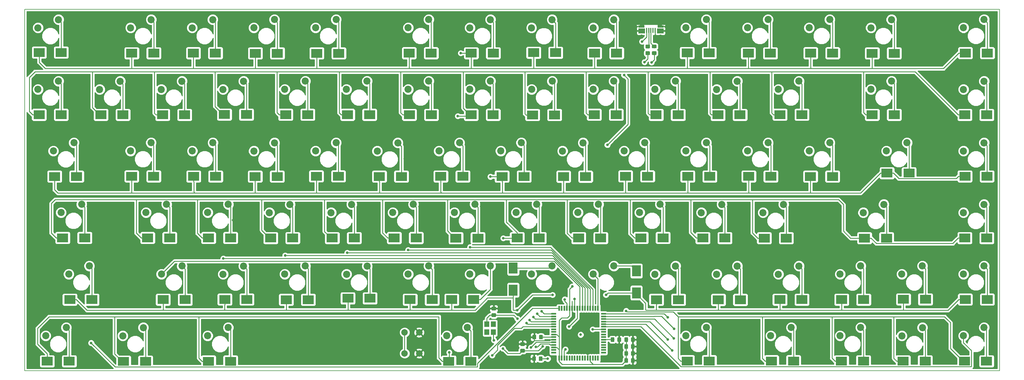
<source format=gbr>
%TF.GenerationSoftware,KiCad,Pcbnew,5.0.1*%
%TF.CreationDate,2019-04-01T22:15:05+02:00*%
%TF.ProjectId,sofaboard,736F6661626F6172642E6B696361645F,rev?*%
%TF.SameCoordinates,Original*%
%TF.FileFunction,Copper,L2,Bot,Signal*%
%TF.FilePolarity,Positive*%
%FSLAX46Y46*%
G04 Gerber Fmt 4.6, Leading zero omitted, Abs format (unit mm)*
G04 Created by KiCad (PCBNEW 5.0.1) date Mon 01 Apr 2019 22:15:05 CEST*
%MOMM*%
%LPD*%
G01*
G04 APERTURE LIST*
%ADD10C,0.150000*%
%ADD11R,1.500000X1.800000*%
%ADD12R,3.500000X2.700000*%
%ADD13C,2.200000*%
%ADD14C,2.000000*%
%ADD15C,0.100000*%
%ADD16C,1.150000*%
%ADD17R,0.550000X1.500000*%
%ADD18R,1.500000X0.550000*%
%ADD19R,2.700000X3.500000*%
%ADD20R,1.430000X2.500000*%
%ADD21O,1.350000X1.700000*%
%ADD22O,1.100000X1.500000*%
%ADD23R,0.400000X1.650000*%
%ADD24R,2.000000X1.500000*%
%ADD25R,1.825000X0.700000*%
%ADD26R,1.350000X2.000000*%
%ADD27C,0.800000*%
%ADD28C,0.250000*%
%ADD29C,0.254000*%
G04 APERTURE END LIST*
D10*
X7620000Y11430000D02*
X7620000Y123190000D01*
X308610000Y11430000D02*
X7620000Y11430000D01*
X308610000Y123190000D02*
X308610000Y11430000D01*
X7620000Y123190000D02*
X308610000Y123190000D01*
D11*
X150300000Y23390000D03*
X152300000Y25790000D03*
X152300000Y23390000D03*
X150300000Y25790000D03*
D12*
X50210000Y90560000D03*
X57010000Y90560000D03*
X50360000Y33410000D03*
X57160000Y33410000D03*
X64390000Y14340000D03*
X71190000Y14340000D03*
X136110000Y71520000D03*
X142910000Y71520000D03*
X145470000Y90600000D03*
X152270000Y90600000D03*
X107420000Y33830000D03*
X114220000Y33830000D03*
D13*
X265720000Y24790000D03*
X259370000Y22250000D03*
X275260000Y120020000D03*
X268910000Y117480000D03*
D12*
X40680000Y109620000D03*
X47480000Y109620000D03*
X221800000Y33370000D03*
X228600000Y33370000D03*
D14*
X129440000Y23270000D03*
X124940000Y23270000D03*
X129440000Y16770000D03*
X124940000Y16770000D03*
D12*
X193140000Y71560000D03*
X199940000Y71560000D03*
D13*
X18090000Y120020000D03*
X11740000Y117480000D03*
D12*
X121720000Y52500000D03*
X128520000Y52500000D03*
D13*
X141890000Y81930000D03*
X135540000Y79390000D03*
D12*
X59780000Y71510000D03*
X66580000Y71510000D03*
X297860000Y52470000D03*
X304660000Y52470000D03*
X278930000Y33510000D03*
X285730000Y33510000D03*
X139450000Y33410000D03*
X146250000Y33410000D03*
D13*
X246690000Y43810000D03*
X240340000Y41270000D03*
X184780000Y62880000D03*
X178430000Y60340000D03*
X303830000Y43850000D03*
X297480000Y41310000D03*
X284780000Y43830000D03*
X278430000Y41290000D03*
X44280000Y24770000D03*
X37930000Y22230000D03*
X189540000Y43830000D03*
X183190000Y41290000D03*
X237160000Y81940000D03*
X230810000Y79400000D03*
X265740000Y43830000D03*
X259390000Y41290000D03*
X241920000Y62870000D03*
X235570000Y60330000D03*
X75230000Y43820000D03*
X68880000Y41280000D03*
X303820000Y24790000D03*
X297470000Y22250000D03*
X189540000Y100980000D03*
X183190000Y98440000D03*
X132390000Y43830000D03*
X126040000Y41290000D03*
X56200000Y43830000D03*
X49850000Y41290000D03*
X284800000Y24760000D03*
X278450000Y22220000D03*
D12*
X183460000Y90610000D03*
X190260000Y90610000D03*
X217000000Y52460000D03*
X223800000Y52460000D03*
X250230000Y71480000D03*
X257030000Y71480000D03*
X240790000Y90640000D03*
X247590000Y90640000D03*
D13*
X113330000Y100990000D03*
X106980000Y98450000D03*
D12*
X31170000Y90590000D03*
X37970000Y90590000D03*
D13*
X108580000Y62870000D03*
X102230000Y60330000D03*
D15*
G36*
X195734505Y19618796D02*
X195758773Y19615196D01*
X195782572Y19609235D01*
X195805671Y19600970D01*
X195827850Y19590480D01*
X195848893Y19577868D01*
X195868599Y19563253D01*
X195886777Y19546777D01*
X195903253Y19528599D01*
X195917868Y19508893D01*
X195930480Y19487850D01*
X195940970Y19465671D01*
X195949235Y19442572D01*
X195955196Y19418773D01*
X195958796Y19394505D01*
X195960000Y19370001D01*
X195960000Y18469999D01*
X195958796Y18445495D01*
X195955196Y18421227D01*
X195949235Y18397428D01*
X195940970Y18374329D01*
X195930480Y18352150D01*
X195917868Y18331107D01*
X195903253Y18311401D01*
X195886777Y18293223D01*
X195868599Y18276747D01*
X195848893Y18262132D01*
X195827850Y18249520D01*
X195805671Y18239030D01*
X195782572Y18230765D01*
X195758773Y18224804D01*
X195734505Y18221204D01*
X195710001Y18220000D01*
X195059999Y18220000D01*
X195035495Y18221204D01*
X195011227Y18224804D01*
X194987428Y18230765D01*
X194964329Y18239030D01*
X194942150Y18249520D01*
X194921107Y18262132D01*
X194901401Y18276747D01*
X194883223Y18293223D01*
X194866747Y18311401D01*
X194852132Y18331107D01*
X194839520Y18352150D01*
X194829030Y18374329D01*
X194820765Y18397428D01*
X194814804Y18421227D01*
X194811204Y18445495D01*
X194810000Y18469999D01*
X194810000Y19370001D01*
X194811204Y19394505D01*
X194814804Y19418773D01*
X194820765Y19442572D01*
X194829030Y19465671D01*
X194839520Y19487850D01*
X194852132Y19508893D01*
X194866747Y19528599D01*
X194883223Y19546777D01*
X194901401Y19563253D01*
X194921107Y19577868D01*
X194942150Y19590480D01*
X194964329Y19600970D01*
X194987428Y19609235D01*
X195011227Y19615196D01*
X195035495Y19618796D01*
X195059999Y19620000D01*
X195710001Y19620000D01*
X195734505Y19618796D01*
X195734505Y19618796D01*
G37*
D16*
X195385000Y18920000D03*
D15*
G36*
X193684505Y19618796D02*
X193708773Y19615196D01*
X193732572Y19609235D01*
X193755671Y19600970D01*
X193777850Y19590480D01*
X193798893Y19577868D01*
X193818599Y19563253D01*
X193836777Y19546777D01*
X193853253Y19528599D01*
X193867868Y19508893D01*
X193880480Y19487850D01*
X193890970Y19465671D01*
X193899235Y19442572D01*
X193905196Y19418773D01*
X193908796Y19394505D01*
X193910000Y19370001D01*
X193910000Y18469999D01*
X193908796Y18445495D01*
X193905196Y18421227D01*
X193899235Y18397428D01*
X193890970Y18374329D01*
X193880480Y18352150D01*
X193867868Y18331107D01*
X193853253Y18311401D01*
X193836777Y18293223D01*
X193818599Y18276747D01*
X193798893Y18262132D01*
X193777850Y18249520D01*
X193755671Y18239030D01*
X193732572Y18230765D01*
X193708773Y18224804D01*
X193684505Y18221204D01*
X193660001Y18220000D01*
X193009999Y18220000D01*
X192985495Y18221204D01*
X192961227Y18224804D01*
X192937428Y18230765D01*
X192914329Y18239030D01*
X192892150Y18249520D01*
X192871107Y18262132D01*
X192851401Y18276747D01*
X192833223Y18293223D01*
X192816747Y18311401D01*
X192802132Y18331107D01*
X192789520Y18352150D01*
X192779030Y18374329D01*
X192770765Y18397428D01*
X192764804Y18421227D01*
X192761204Y18445495D01*
X192760000Y18469999D01*
X192760000Y19370001D01*
X192761204Y19394505D01*
X192764804Y19418773D01*
X192770765Y19442572D01*
X192779030Y19465671D01*
X192789520Y19487850D01*
X192802132Y19508893D01*
X192816747Y19528599D01*
X192833223Y19546777D01*
X192851401Y19563253D01*
X192871107Y19577868D01*
X192892150Y19590480D01*
X192914329Y19600970D01*
X192937428Y19609235D01*
X192961227Y19615196D01*
X192985495Y19618796D01*
X193009999Y19620000D01*
X193660001Y19620000D01*
X193684505Y19618796D01*
X193684505Y19618796D01*
G37*
D16*
X193335000Y18920000D03*
D13*
X280030000Y81950000D03*
X273680000Y79410000D03*
X103800000Y81930000D03*
X97450000Y79390000D03*
X203840000Y62900000D03*
X197490000Y60360000D03*
D12*
X64380000Y52510000D03*
X71180000Y52510000D03*
X278840000Y14370000D03*
X285640000Y14370000D03*
X78790000Y71490000D03*
X85590000Y71490000D03*
X14590000Y14360000D03*
X21390000Y14360000D03*
X126620000Y33420000D03*
X133420000Y33420000D03*
X269290000Y90590000D03*
X276090000Y90590000D03*
D13*
X256210000Y81930000D03*
X249860000Y79390000D03*
X65720000Y81940000D03*
X59370000Y79400000D03*
X256190000Y120040000D03*
X249840000Y117500000D03*
D12*
X297860000Y90580000D03*
X304660000Y90580000D03*
X159670000Y52480000D03*
X166470000Y52480000D03*
X164420000Y90550000D03*
X171220000Y90550000D03*
D13*
X132380000Y100990000D03*
X126030000Y98450000D03*
D15*
G36*
X195754505Y17478796D02*
X195778773Y17475196D01*
X195802572Y17469235D01*
X195825671Y17460970D01*
X195847850Y17450480D01*
X195868893Y17437868D01*
X195888599Y17423253D01*
X195906777Y17406777D01*
X195923253Y17388599D01*
X195937868Y17368893D01*
X195950480Y17347850D01*
X195960970Y17325671D01*
X195969235Y17302572D01*
X195975196Y17278773D01*
X195978796Y17254505D01*
X195980000Y17230001D01*
X195980000Y16329999D01*
X195978796Y16305495D01*
X195975196Y16281227D01*
X195969235Y16257428D01*
X195960970Y16234329D01*
X195950480Y16212150D01*
X195937868Y16191107D01*
X195923253Y16171401D01*
X195906777Y16153223D01*
X195888599Y16136747D01*
X195868893Y16122132D01*
X195847850Y16109520D01*
X195825671Y16099030D01*
X195802572Y16090765D01*
X195778773Y16084804D01*
X195754505Y16081204D01*
X195730001Y16080000D01*
X195079999Y16080000D01*
X195055495Y16081204D01*
X195031227Y16084804D01*
X195007428Y16090765D01*
X194984329Y16099030D01*
X194962150Y16109520D01*
X194941107Y16122132D01*
X194921401Y16136747D01*
X194903223Y16153223D01*
X194886747Y16171401D01*
X194872132Y16191107D01*
X194859520Y16212150D01*
X194849030Y16234329D01*
X194840765Y16257428D01*
X194834804Y16281227D01*
X194831204Y16305495D01*
X194830000Y16329999D01*
X194830000Y17230001D01*
X194831204Y17254505D01*
X194834804Y17278773D01*
X194840765Y17302572D01*
X194849030Y17325671D01*
X194859520Y17347850D01*
X194872132Y17368893D01*
X194886747Y17388599D01*
X194903223Y17406777D01*
X194921401Y17423253D01*
X194941107Y17437868D01*
X194962150Y17450480D01*
X194984329Y17460970D01*
X195007428Y17469235D01*
X195031227Y17475196D01*
X195055495Y17478796D01*
X195079999Y17480000D01*
X195730001Y17480000D01*
X195754505Y17478796D01*
X195754505Y17478796D01*
G37*
D16*
X195405000Y16780000D03*
D15*
G36*
X193704505Y17478796D02*
X193728773Y17475196D01*
X193752572Y17469235D01*
X193775671Y17460970D01*
X193797850Y17450480D01*
X193818893Y17437868D01*
X193838599Y17423253D01*
X193856777Y17406777D01*
X193873253Y17388599D01*
X193887868Y17368893D01*
X193900480Y17347850D01*
X193910970Y17325671D01*
X193919235Y17302572D01*
X193925196Y17278773D01*
X193928796Y17254505D01*
X193930000Y17230001D01*
X193930000Y16329999D01*
X193928796Y16305495D01*
X193925196Y16281227D01*
X193919235Y16257428D01*
X193910970Y16234329D01*
X193900480Y16212150D01*
X193887868Y16191107D01*
X193873253Y16171401D01*
X193856777Y16153223D01*
X193838599Y16136747D01*
X193818893Y16122132D01*
X193797850Y16109520D01*
X193775671Y16099030D01*
X193752572Y16090765D01*
X193728773Y16084804D01*
X193704505Y16081204D01*
X193680001Y16080000D01*
X193029999Y16080000D01*
X193005495Y16081204D01*
X192981227Y16084804D01*
X192957428Y16090765D01*
X192934329Y16099030D01*
X192912150Y16109520D01*
X192891107Y16122132D01*
X192871401Y16136747D01*
X192853223Y16153223D01*
X192836747Y16171401D01*
X192822132Y16191107D01*
X192809520Y16212150D01*
X192799030Y16234329D01*
X192790765Y16257428D01*
X192784804Y16281227D01*
X192781204Y16305495D01*
X192780000Y16329999D01*
X192780000Y17230001D01*
X192781204Y17254505D01*
X192784804Y17278773D01*
X192790765Y17302572D01*
X192799030Y17325671D01*
X192809520Y17347850D01*
X192822132Y17368893D01*
X192836747Y17388599D01*
X192853223Y17406777D01*
X192871401Y17423253D01*
X192891107Y17437868D01*
X192912150Y17450480D01*
X192934329Y17460970D01*
X192957428Y17469235D01*
X192981227Y17475196D01*
X193005495Y17478796D01*
X193029999Y17480000D01*
X193680001Y17480000D01*
X193704505Y17478796D01*
X193704505Y17478796D01*
G37*
D16*
X193355000Y16780000D03*
D12*
X78850000Y109600000D03*
X85650000Y109600000D03*
D15*
G36*
X202464505Y112288796D02*
X202488773Y112285196D01*
X202512572Y112279235D01*
X202535671Y112270970D01*
X202557850Y112260480D01*
X202578893Y112247868D01*
X202598599Y112233253D01*
X202616777Y112216777D01*
X202633253Y112198599D01*
X202647868Y112178893D01*
X202660480Y112157850D01*
X202670970Y112135671D01*
X202679235Y112112572D01*
X202685196Y112088773D01*
X202688796Y112064505D01*
X202690000Y112040001D01*
X202690000Y111389999D01*
X202688796Y111365495D01*
X202685196Y111341227D01*
X202679235Y111317428D01*
X202670970Y111294329D01*
X202660480Y111272150D01*
X202647868Y111251107D01*
X202633253Y111231401D01*
X202616777Y111213223D01*
X202598599Y111196747D01*
X202578893Y111182132D01*
X202557850Y111169520D01*
X202535671Y111159030D01*
X202512572Y111150765D01*
X202488773Y111144804D01*
X202464505Y111141204D01*
X202440001Y111140000D01*
X201539999Y111140000D01*
X201515495Y111141204D01*
X201491227Y111144804D01*
X201467428Y111150765D01*
X201444329Y111159030D01*
X201422150Y111169520D01*
X201401107Y111182132D01*
X201381401Y111196747D01*
X201363223Y111213223D01*
X201346747Y111231401D01*
X201332132Y111251107D01*
X201319520Y111272150D01*
X201309030Y111294329D01*
X201300765Y111317428D01*
X201294804Y111341227D01*
X201291204Y111365495D01*
X201290000Y111389999D01*
X201290000Y112040001D01*
X201291204Y112064505D01*
X201294804Y112088773D01*
X201300765Y112112572D01*
X201309030Y112135671D01*
X201319520Y112157850D01*
X201332132Y112178893D01*
X201346747Y112198599D01*
X201363223Y112216777D01*
X201381401Y112233253D01*
X201401107Y112247868D01*
X201422150Y112260480D01*
X201444329Y112270970D01*
X201467428Y112279235D01*
X201491227Y112285196D01*
X201515495Y112288796D01*
X201539999Y112290000D01*
X202440001Y112290000D01*
X202464505Y112288796D01*
X202464505Y112288796D01*
G37*
D16*
X201990000Y111715000D03*
D15*
G36*
X202464505Y110238796D02*
X202488773Y110235196D01*
X202512572Y110229235D01*
X202535671Y110220970D01*
X202557850Y110210480D01*
X202578893Y110197868D01*
X202598599Y110183253D01*
X202616777Y110166777D01*
X202633253Y110148599D01*
X202647868Y110128893D01*
X202660480Y110107850D01*
X202670970Y110085671D01*
X202679235Y110062572D01*
X202685196Y110038773D01*
X202688796Y110014505D01*
X202690000Y109990001D01*
X202690000Y109339999D01*
X202688796Y109315495D01*
X202685196Y109291227D01*
X202679235Y109267428D01*
X202670970Y109244329D01*
X202660480Y109222150D01*
X202647868Y109201107D01*
X202633253Y109181401D01*
X202616777Y109163223D01*
X202598599Y109146747D01*
X202578893Y109132132D01*
X202557850Y109119520D01*
X202535671Y109109030D01*
X202512572Y109100765D01*
X202488773Y109094804D01*
X202464505Y109091204D01*
X202440001Y109090000D01*
X201539999Y109090000D01*
X201515495Y109091204D01*
X201491227Y109094804D01*
X201467428Y109100765D01*
X201444329Y109109030D01*
X201422150Y109119520D01*
X201401107Y109132132D01*
X201381401Y109146747D01*
X201363223Y109163223D01*
X201346747Y109181401D01*
X201332132Y109201107D01*
X201319520Y109222150D01*
X201309030Y109244329D01*
X201300765Y109267428D01*
X201294804Y109291227D01*
X201291204Y109315495D01*
X201290000Y109339999D01*
X201290000Y109990001D01*
X201291204Y110014505D01*
X201294804Y110038773D01*
X201300765Y110062572D01*
X201309030Y110085671D01*
X201319520Y110107850D01*
X201332132Y110128893D01*
X201346747Y110148599D01*
X201363223Y110166777D01*
X201381401Y110183253D01*
X201401107Y110197868D01*
X201422150Y110210480D01*
X201444329Y110220970D01*
X201467428Y110229235D01*
X201491227Y110235196D01*
X201515495Y110238796D01*
X201539999Y110240000D01*
X202440001Y110240000D01*
X202464505Y110238796D01*
X202464505Y110238796D01*
G37*
D16*
X201990000Y109665000D03*
D13*
X303810000Y62860000D03*
X297460000Y60320000D03*
D12*
X102580000Y52470000D03*
X109380000Y52470000D03*
D13*
X208580000Y43820000D03*
X202230000Y41280000D03*
D12*
X16860000Y71490000D03*
X23660000Y71490000D03*
X259790000Y14380000D03*
X266590000Y14380000D03*
D13*
X170450000Y120000000D03*
X164100000Y117460000D03*
D12*
X164760000Y109790000D03*
X171560000Y109790000D03*
X212150000Y109700000D03*
X218950000Y109700000D03*
X221670000Y90580000D03*
X228470000Y90580000D03*
D13*
X20480000Y24780000D03*
X14130000Y22240000D03*
X113350000Y43820000D03*
X107000000Y41280000D03*
D12*
X38140000Y14290000D03*
X44940000Y14290000D03*
D13*
X70460000Y24780000D03*
X64110000Y22240000D03*
X75220000Y100970000D03*
X68870000Y98430000D03*
X144300000Y24790000D03*
X137950000Y22250000D03*
D12*
X69290000Y90650000D03*
X76090000Y90650000D03*
X40670000Y71550000D03*
X47470000Y71550000D03*
X231040000Y109620000D03*
X237840000Y109620000D03*
D13*
X122850000Y81900000D03*
X116500000Y79360000D03*
X146650000Y62900000D03*
X140300000Y60360000D03*
D12*
X69420000Y33480000D03*
X76220000Y33480000D03*
X88390000Y33400000D03*
X95190000Y33400000D03*
X269280000Y109600000D03*
X276080000Y109600000D03*
X250280000Y109650000D03*
X257080000Y109650000D03*
D13*
X27610000Y43840000D03*
X21260000Y41300000D03*
D12*
X12110000Y109840000D03*
X18910000Y109840000D03*
D15*
G36*
X195759505Y21748796D02*
X195783773Y21745196D01*
X195807572Y21739235D01*
X195830671Y21730970D01*
X195852850Y21720480D01*
X195873893Y21707868D01*
X195893599Y21693253D01*
X195911777Y21676777D01*
X195928253Y21658599D01*
X195942868Y21638893D01*
X195955480Y21617850D01*
X195965970Y21595671D01*
X195974235Y21572572D01*
X195980196Y21548773D01*
X195983796Y21524505D01*
X195985000Y21500001D01*
X195985000Y20599999D01*
X195983796Y20575495D01*
X195980196Y20551227D01*
X195974235Y20527428D01*
X195965970Y20504329D01*
X195955480Y20482150D01*
X195942868Y20461107D01*
X195928253Y20441401D01*
X195911777Y20423223D01*
X195893599Y20406747D01*
X195873893Y20392132D01*
X195852850Y20379520D01*
X195830671Y20369030D01*
X195807572Y20360765D01*
X195783773Y20354804D01*
X195759505Y20351204D01*
X195735001Y20350000D01*
X195084999Y20350000D01*
X195060495Y20351204D01*
X195036227Y20354804D01*
X195012428Y20360765D01*
X194989329Y20369030D01*
X194967150Y20379520D01*
X194946107Y20392132D01*
X194926401Y20406747D01*
X194908223Y20423223D01*
X194891747Y20441401D01*
X194877132Y20461107D01*
X194864520Y20482150D01*
X194854030Y20504329D01*
X194845765Y20527428D01*
X194839804Y20551227D01*
X194836204Y20575495D01*
X194835000Y20599999D01*
X194835000Y21500001D01*
X194836204Y21524505D01*
X194839804Y21548773D01*
X194845765Y21572572D01*
X194854030Y21595671D01*
X194864520Y21617850D01*
X194877132Y21638893D01*
X194891747Y21658599D01*
X194908223Y21676777D01*
X194926401Y21693253D01*
X194946107Y21707868D01*
X194967150Y21720480D01*
X194989329Y21730970D01*
X195012428Y21739235D01*
X195036227Y21745196D01*
X195060495Y21748796D01*
X195084999Y21750000D01*
X195735001Y21750000D01*
X195759505Y21748796D01*
X195759505Y21748796D01*
G37*
D16*
X195410000Y21050000D03*
D15*
G36*
X193709505Y21748796D02*
X193733773Y21745196D01*
X193757572Y21739235D01*
X193780671Y21730970D01*
X193802850Y21720480D01*
X193823893Y21707868D01*
X193843599Y21693253D01*
X193861777Y21676777D01*
X193878253Y21658599D01*
X193892868Y21638893D01*
X193905480Y21617850D01*
X193915970Y21595671D01*
X193924235Y21572572D01*
X193930196Y21548773D01*
X193933796Y21524505D01*
X193935000Y21500001D01*
X193935000Y20599999D01*
X193933796Y20575495D01*
X193930196Y20551227D01*
X193924235Y20527428D01*
X193915970Y20504329D01*
X193905480Y20482150D01*
X193892868Y20461107D01*
X193878253Y20441401D01*
X193861777Y20423223D01*
X193843599Y20406747D01*
X193823893Y20392132D01*
X193802850Y20379520D01*
X193780671Y20369030D01*
X193757572Y20360765D01*
X193733773Y20354804D01*
X193709505Y20351204D01*
X193685001Y20350000D01*
X193034999Y20350000D01*
X193010495Y20351204D01*
X192986227Y20354804D01*
X192962428Y20360765D01*
X192939329Y20369030D01*
X192917150Y20379520D01*
X192896107Y20392132D01*
X192876401Y20406747D01*
X192858223Y20423223D01*
X192841747Y20441401D01*
X192827132Y20461107D01*
X192814520Y20482150D01*
X192804030Y20504329D01*
X192795765Y20527428D01*
X192789804Y20551227D01*
X192786204Y20575495D01*
X192785000Y20599999D01*
X192785000Y21500001D01*
X192786204Y21524505D01*
X192789804Y21548773D01*
X192795765Y21572572D01*
X192804030Y21595671D01*
X192814520Y21617850D01*
X192827132Y21638893D01*
X192841747Y21658599D01*
X192858223Y21676777D01*
X192876401Y21693253D01*
X192896107Y21707868D01*
X192917150Y21720480D01*
X192939329Y21730970D01*
X192962428Y21739235D01*
X192986227Y21745196D01*
X193010495Y21748796D01*
X193034999Y21750000D01*
X193685001Y21750000D01*
X193709505Y21748796D01*
X193709505Y21748796D01*
G37*
D16*
X193360000Y21050000D03*
D15*
G36*
X200454505Y112273796D02*
X200478773Y112270196D01*
X200502572Y112264235D01*
X200525671Y112255970D01*
X200547850Y112245480D01*
X200568893Y112232868D01*
X200588599Y112218253D01*
X200606777Y112201777D01*
X200623253Y112183599D01*
X200637868Y112163893D01*
X200650480Y112142850D01*
X200660970Y112120671D01*
X200669235Y112097572D01*
X200675196Y112073773D01*
X200678796Y112049505D01*
X200680000Y112025001D01*
X200680000Y111374999D01*
X200678796Y111350495D01*
X200675196Y111326227D01*
X200669235Y111302428D01*
X200660970Y111279329D01*
X200650480Y111257150D01*
X200637868Y111236107D01*
X200623253Y111216401D01*
X200606777Y111198223D01*
X200588599Y111181747D01*
X200568893Y111167132D01*
X200547850Y111154520D01*
X200525671Y111144030D01*
X200502572Y111135765D01*
X200478773Y111129804D01*
X200454505Y111126204D01*
X200430001Y111125000D01*
X199529999Y111125000D01*
X199505495Y111126204D01*
X199481227Y111129804D01*
X199457428Y111135765D01*
X199434329Y111144030D01*
X199412150Y111154520D01*
X199391107Y111167132D01*
X199371401Y111181747D01*
X199353223Y111198223D01*
X199336747Y111216401D01*
X199322132Y111236107D01*
X199309520Y111257150D01*
X199299030Y111279329D01*
X199290765Y111302428D01*
X199284804Y111326227D01*
X199281204Y111350495D01*
X199280000Y111374999D01*
X199280000Y112025001D01*
X199281204Y112049505D01*
X199284804Y112073773D01*
X199290765Y112097572D01*
X199299030Y112120671D01*
X199309520Y112142850D01*
X199322132Y112163893D01*
X199336747Y112183599D01*
X199353223Y112201777D01*
X199371401Y112218253D01*
X199391107Y112232868D01*
X199412150Y112245480D01*
X199434329Y112255970D01*
X199457428Y112264235D01*
X199481227Y112270196D01*
X199505495Y112273796D01*
X199529999Y112275000D01*
X200430001Y112275000D01*
X200454505Y112273796D01*
X200454505Y112273796D01*
G37*
D16*
X199980000Y111700000D03*
D15*
G36*
X200454505Y110223796D02*
X200478773Y110220196D01*
X200502572Y110214235D01*
X200525671Y110205970D01*
X200547850Y110195480D01*
X200568893Y110182868D01*
X200588599Y110168253D01*
X200606777Y110151777D01*
X200623253Y110133599D01*
X200637868Y110113893D01*
X200650480Y110092850D01*
X200660970Y110070671D01*
X200669235Y110047572D01*
X200675196Y110023773D01*
X200678796Y109999505D01*
X200680000Y109975001D01*
X200680000Y109324999D01*
X200678796Y109300495D01*
X200675196Y109276227D01*
X200669235Y109252428D01*
X200660970Y109229329D01*
X200650480Y109207150D01*
X200637868Y109186107D01*
X200623253Y109166401D01*
X200606777Y109148223D01*
X200588599Y109131747D01*
X200568893Y109117132D01*
X200547850Y109104520D01*
X200525671Y109094030D01*
X200502572Y109085765D01*
X200478773Y109079804D01*
X200454505Y109076204D01*
X200430001Y109075000D01*
X199529999Y109075000D01*
X199505495Y109076204D01*
X199481227Y109079804D01*
X199457428Y109085765D01*
X199434329Y109094030D01*
X199412150Y109104520D01*
X199391107Y109117132D01*
X199371401Y109131747D01*
X199353223Y109148223D01*
X199336747Y109166401D01*
X199322132Y109186107D01*
X199309520Y109207150D01*
X199299030Y109229329D01*
X199290765Y109252428D01*
X199284804Y109276227D01*
X199281204Y109300495D01*
X199280000Y109324999D01*
X199280000Y109975001D01*
X199281204Y109999505D01*
X199284804Y110023773D01*
X199290765Y110047572D01*
X199299030Y110070671D01*
X199309520Y110092850D01*
X199322132Y110113893D01*
X199336747Y110133599D01*
X199353223Y110151777D01*
X199371401Y110168253D01*
X199391107Y110182868D01*
X199412150Y110195480D01*
X199434329Y110205970D01*
X199457428Y110214235D01*
X199481227Y110220196D01*
X199505495Y110223796D01*
X199529999Y110225000D01*
X200430001Y110225000D01*
X200454505Y110223796D01*
X200454505Y110223796D01*
G37*
D16*
X199980000Y109650000D03*
D12*
X259850000Y33430000D03*
X266650000Y33430000D03*
X126390000Y90590000D03*
X133190000Y90590000D03*
D13*
X170500000Y100990000D03*
X164150000Y98450000D03*
D12*
X174000000Y71460000D03*
X180800000Y71460000D03*
D13*
X208590000Y100980000D03*
X202240000Y98440000D03*
X237150000Y120040000D03*
X230800000Y117500000D03*
X94280000Y43830000D03*
X87930000Y41290000D03*
X89530000Y62860000D03*
X83180000Y60320000D03*
D12*
X155000000Y71500000D03*
X161800000Y71500000D03*
X21580000Y33430000D03*
X28380000Y33430000D03*
D15*
G36*
X195739505Y15288796D02*
X195763773Y15285196D01*
X195787572Y15279235D01*
X195810671Y15270970D01*
X195832850Y15260480D01*
X195853893Y15247868D01*
X195873599Y15233253D01*
X195891777Y15216777D01*
X195908253Y15198599D01*
X195922868Y15178893D01*
X195935480Y15157850D01*
X195945970Y15135671D01*
X195954235Y15112572D01*
X195960196Y15088773D01*
X195963796Y15064505D01*
X195965000Y15040001D01*
X195965000Y14139999D01*
X195963796Y14115495D01*
X195960196Y14091227D01*
X195954235Y14067428D01*
X195945970Y14044329D01*
X195935480Y14022150D01*
X195922868Y14001107D01*
X195908253Y13981401D01*
X195891777Y13963223D01*
X195873599Y13946747D01*
X195853893Y13932132D01*
X195832850Y13919520D01*
X195810671Y13909030D01*
X195787572Y13900765D01*
X195763773Y13894804D01*
X195739505Y13891204D01*
X195715001Y13890000D01*
X195064999Y13890000D01*
X195040495Y13891204D01*
X195016227Y13894804D01*
X194992428Y13900765D01*
X194969329Y13909030D01*
X194947150Y13919520D01*
X194926107Y13932132D01*
X194906401Y13946747D01*
X194888223Y13963223D01*
X194871747Y13981401D01*
X194857132Y14001107D01*
X194844520Y14022150D01*
X194834030Y14044329D01*
X194825765Y14067428D01*
X194819804Y14091227D01*
X194816204Y14115495D01*
X194815000Y14139999D01*
X194815000Y15040001D01*
X194816204Y15064505D01*
X194819804Y15088773D01*
X194825765Y15112572D01*
X194834030Y15135671D01*
X194844520Y15157850D01*
X194857132Y15178893D01*
X194871747Y15198599D01*
X194888223Y15216777D01*
X194906401Y15233253D01*
X194926107Y15247868D01*
X194947150Y15260480D01*
X194969329Y15270970D01*
X194992428Y15279235D01*
X195016227Y15285196D01*
X195040495Y15288796D01*
X195064999Y15290000D01*
X195715001Y15290000D01*
X195739505Y15288796D01*
X195739505Y15288796D01*
G37*
D16*
X195390000Y14590000D03*
D15*
G36*
X193689505Y15288796D02*
X193713773Y15285196D01*
X193737572Y15279235D01*
X193760671Y15270970D01*
X193782850Y15260480D01*
X193803893Y15247868D01*
X193823599Y15233253D01*
X193841777Y15216777D01*
X193858253Y15198599D01*
X193872868Y15178893D01*
X193885480Y15157850D01*
X193895970Y15135671D01*
X193904235Y15112572D01*
X193910196Y15088773D01*
X193913796Y15064505D01*
X193915000Y15040001D01*
X193915000Y14139999D01*
X193913796Y14115495D01*
X193910196Y14091227D01*
X193904235Y14067428D01*
X193895970Y14044329D01*
X193885480Y14022150D01*
X193872868Y14001107D01*
X193858253Y13981401D01*
X193841777Y13963223D01*
X193823599Y13946747D01*
X193803893Y13932132D01*
X193782850Y13919520D01*
X193760671Y13909030D01*
X193737572Y13900765D01*
X193713773Y13894804D01*
X193689505Y13891204D01*
X193665001Y13890000D01*
X193014999Y13890000D01*
X192990495Y13891204D01*
X192966227Y13894804D01*
X192942428Y13900765D01*
X192919329Y13909030D01*
X192897150Y13919520D01*
X192876107Y13932132D01*
X192856401Y13946747D01*
X192838223Y13963223D01*
X192821747Y13981401D01*
X192807132Y14001107D01*
X192794520Y14022150D01*
X192784030Y14044329D01*
X192775765Y14067428D01*
X192769804Y14091227D01*
X192766204Y14115495D01*
X192765000Y14139999D01*
X192765000Y15040001D01*
X192766204Y15064505D01*
X192769804Y15088773D01*
X192775765Y15112572D01*
X192784030Y15135671D01*
X192794520Y15157850D01*
X192807132Y15178893D01*
X192821747Y15198599D01*
X192838223Y15216777D01*
X192856401Y15233253D01*
X192876107Y15247868D01*
X192897150Y15260480D01*
X192919329Y15270970D01*
X192942428Y15279235D01*
X192966227Y15285196D01*
X192990495Y15288796D01*
X193014999Y15290000D01*
X193665001Y15290000D01*
X193689505Y15288796D01*
X193689505Y15288796D01*
G37*
D16*
X193340000Y14590000D03*
D12*
X298010000Y33460000D03*
X304810000Y33460000D03*
D17*
X172630000Y15330000D03*
X173430000Y15330000D03*
X174230000Y15330000D03*
X175030000Y15330000D03*
X175830000Y15330000D03*
X176630000Y15330000D03*
X177430000Y15330000D03*
X178230000Y15330000D03*
X179030000Y15330000D03*
X179830000Y15330000D03*
X180630000Y15330000D03*
X181430000Y15330000D03*
X182230000Y15330000D03*
X183030000Y15330000D03*
X183830000Y15330000D03*
X184630000Y15330000D03*
D18*
X186330000Y17030000D03*
X186330000Y17830000D03*
X186330000Y18630000D03*
X186330000Y19430000D03*
X186330000Y20230000D03*
X186330000Y21030000D03*
X186330000Y21830000D03*
X186330000Y22630000D03*
X186330000Y23430000D03*
X186330000Y24230000D03*
X186330000Y25030000D03*
X186330000Y25830000D03*
X186330000Y26630000D03*
X186330000Y27430000D03*
X186330000Y28230000D03*
X186330000Y29030000D03*
D17*
X184630000Y30730000D03*
X183830000Y30730000D03*
X183030000Y30730000D03*
X182230000Y30730000D03*
X181430000Y30730000D03*
X180630000Y30730000D03*
X179830000Y30730000D03*
X179030000Y30730000D03*
X178230000Y30730000D03*
X177430000Y30730000D03*
X176630000Y30730000D03*
X175830000Y30730000D03*
X175030000Y30730000D03*
X174230000Y30730000D03*
X173430000Y30730000D03*
X172630000Y30730000D03*
D18*
X170930000Y29030000D03*
X170930000Y28230000D03*
X170930000Y27430000D03*
X170930000Y26630000D03*
X170930000Y25830000D03*
X170930000Y25030000D03*
X170930000Y24230000D03*
X170930000Y23430000D03*
X170930000Y22630000D03*
X170930000Y21830000D03*
X170930000Y21030000D03*
X170930000Y20230000D03*
X170930000Y19430000D03*
X170930000Y18630000D03*
X170930000Y17830000D03*
X170930000Y17030000D03*
D13*
X18080000Y100990000D03*
X11730000Y98450000D03*
D12*
X97810000Y109600000D03*
X104610000Y109600000D03*
D15*
G36*
X161814505Y18193796D02*
X161838773Y18190196D01*
X161862572Y18184235D01*
X161885671Y18175970D01*
X161907850Y18165480D01*
X161928893Y18152868D01*
X161948599Y18138253D01*
X161966777Y18121777D01*
X161983253Y18103599D01*
X161997868Y18083893D01*
X162010480Y18062850D01*
X162020970Y18040671D01*
X162029235Y18017572D01*
X162035196Y17993773D01*
X162038796Y17969505D01*
X162040000Y17945001D01*
X162040000Y17294999D01*
X162038796Y17270495D01*
X162035196Y17246227D01*
X162029235Y17222428D01*
X162020970Y17199329D01*
X162010480Y17177150D01*
X161997868Y17156107D01*
X161983253Y17136401D01*
X161966777Y17118223D01*
X161948599Y17101747D01*
X161928893Y17087132D01*
X161907850Y17074520D01*
X161885671Y17064030D01*
X161862572Y17055765D01*
X161838773Y17049804D01*
X161814505Y17046204D01*
X161790001Y17045000D01*
X160889999Y17045000D01*
X160865495Y17046204D01*
X160841227Y17049804D01*
X160817428Y17055765D01*
X160794329Y17064030D01*
X160772150Y17074520D01*
X160751107Y17087132D01*
X160731401Y17101747D01*
X160713223Y17118223D01*
X160696747Y17136401D01*
X160682132Y17156107D01*
X160669520Y17177150D01*
X160659030Y17199329D01*
X160650765Y17222428D01*
X160644804Y17246227D01*
X160641204Y17270495D01*
X160640000Y17294999D01*
X160640000Y17945001D01*
X160641204Y17969505D01*
X160644804Y17993773D01*
X160650765Y18017572D01*
X160659030Y18040671D01*
X160669520Y18062850D01*
X160682132Y18083893D01*
X160696747Y18103599D01*
X160713223Y18121777D01*
X160731401Y18138253D01*
X160751107Y18152868D01*
X160772150Y18165480D01*
X160794329Y18175970D01*
X160817428Y18184235D01*
X160841227Y18190196D01*
X160865495Y18193796D01*
X160889999Y18195000D01*
X161790001Y18195000D01*
X161814505Y18193796D01*
X161814505Y18193796D01*
G37*
D16*
X161340000Y17620000D03*
D15*
G36*
X161814505Y20243796D02*
X161838773Y20240196D01*
X161862572Y20234235D01*
X161885671Y20225970D01*
X161907850Y20215480D01*
X161928893Y20202868D01*
X161948599Y20188253D01*
X161966777Y20171777D01*
X161983253Y20153599D01*
X161997868Y20133893D01*
X162010480Y20112850D01*
X162020970Y20090671D01*
X162029235Y20067572D01*
X162035196Y20043773D01*
X162038796Y20019505D01*
X162040000Y19995001D01*
X162040000Y19344999D01*
X162038796Y19320495D01*
X162035196Y19296227D01*
X162029235Y19272428D01*
X162020970Y19249329D01*
X162010480Y19227150D01*
X161997868Y19206107D01*
X161983253Y19186401D01*
X161966777Y19168223D01*
X161948599Y19151747D01*
X161928893Y19137132D01*
X161907850Y19124520D01*
X161885671Y19114030D01*
X161862572Y19105765D01*
X161838773Y19099804D01*
X161814505Y19096204D01*
X161790001Y19095000D01*
X160889999Y19095000D01*
X160865495Y19096204D01*
X160841227Y19099804D01*
X160817428Y19105765D01*
X160794329Y19114030D01*
X160772150Y19124520D01*
X160751107Y19137132D01*
X160731401Y19151747D01*
X160713223Y19168223D01*
X160696747Y19186401D01*
X160682132Y19206107D01*
X160669520Y19227150D01*
X160659030Y19249329D01*
X160650765Y19272428D01*
X160644804Y19296227D01*
X160641204Y19320495D01*
X160640000Y19344999D01*
X160640000Y19995001D01*
X160641204Y20019505D01*
X160644804Y20043773D01*
X160650765Y20067572D01*
X160659030Y20090671D01*
X160669520Y20112850D01*
X160682132Y20133893D01*
X160696747Y20153599D01*
X160713223Y20171777D01*
X160731401Y20188253D01*
X160751107Y20202868D01*
X160772150Y20215480D01*
X160794329Y20225970D01*
X160817428Y20234235D01*
X160841227Y20240196D01*
X160865495Y20243796D01*
X160889999Y20245000D01*
X161790001Y20245000D01*
X161814505Y20243796D01*
X161814505Y20243796D01*
G37*
D16*
X161340000Y19670000D03*
D12*
X126330000Y109650000D03*
X133130000Y109650000D03*
X107310000Y90600000D03*
X114110000Y90600000D03*
X83590000Y52480000D03*
X90390000Y52480000D03*
X140770000Y52450000D03*
X147570000Y52450000D03*
X202580000Y90570000D03*
X209380000Y90570000D03*
X183570000Y109650000D03*
X190370000Y109650000D03*
X266910000Y52440000D03*
X273710000Y52440000D03*
X212190000Y14420000D03*
X218990000Y14420000D03*
X145500000Y109640000D03*
X152300000Y109640000D03*
X297800000Y14360000D03*
X304600000Y14360000D03*
D13*
X94270000Y100980000D03*
X87920000Y98440000D03*
D12*
X197920000Y52520000D03*
X204720000Y52520000D03*
D13*
X170480000Y43830000D03*
X164130000Y41290000D03*
D12*
X97680000Y71560000D03*
X104480000Y71560000D03*
X19360000Y52530000D03*
X26160000Y52530000D03*
X138570000Y14290000D03*
X145370000Y14290000D03*
D13*
X84760000Y81910000D03*
X78410000Y79370000D03*
D12*
X238200000Y14400000D03*
X245000000Y14400000D03*
D13*
X132390000Y120040000D03*
X126040000Y117500000D03*
X151420000Y120020000D03*
X145070000Y117480000D03*
D12*
X178660000Y52460000D03*
X185460000Y52460000D03*
D13*
X272890000Y62860000D03*
X266540000Y60320000D03*
D15*
G36*
X165314505Y22528796D02*
X165338773Y22525196D01*
X165362572Y22519235D01*
X165385671Y22510970D01*
X165407850Y22500480D01*
X165428893Y22487868D01*
X165448599Y22473253D01*
X165466777Y22456777D01*
X165483253Y22438599D01*
X165497868Y22418893D01*
X165510480Y22397850D01*
X165520970Y22375671D01*
X165529235Y22352572D01*
X165535196Y22328773D01*
X165538796Y22304505D01*
X165540000Y22280001D01*
X165540000Y21379999D01*
X165538796Y21355495D01*
X165535196Y21331227D01*
X165529235Y21307428D01*
X165520970Y21284329D01*
X165510480Y21262150D01*
X165497868Y21241107D01*
X165483253Y21221401D01*
X165466777Y21203223D01*
X165448599Y21186747D01*
X165428893Y21172132D01*
X165407850Y21159520D01*
X165385671Y21149030D01*
X165362572Y21140765D01*
X165338773Y21134804D01*
X165314505Y21131204D01*
X165290001Y21130000D01*
X164639999Y21130000D01*
X164615495Y21131204D01*
X164591227Y21134804D01*
X164567428Y21140765D01*
X164544329Y21149030D01*
X164522150Y21159520D01*
X164501107Y21172132D01*
X164481401Y21186747D01*
X164463223Y21203223D01*
X164446747Y21221401D01*
X164432132Y21241107D01*
X164419520Y21262150D01*
X164409030Y21284329D01*
X164400765Y21307428D01*
X164394804Y21331227D01*
X164391204Y21355495D01*
X164390000Y21379999D01*
X164390000Y22280001D01*
X164391204Y22304505D01*
X164394804Y22328773D01*
X164400765Y22352572D01*
X164409030Y22375671D01*
X164419520Y22397850D01*
X164432132Y22418893D01*
X164446747Y22438599D01*
X164463223Y22456777D01*
X164481401Y22473253D01*
X164501107Y22487868D01*
X164522150Y22500480D01*
X164544329Y22510970D01*
X164567428Y22519235D01*
X164591227Y22525196D01*
X164615495Y22528796D01*
X164639999Y22530000D01*
X165290001Y22530000D01*
X165314505Y22528796D01*
X165314505Y22528796D01*
G37*
D16*
X164965000Y21830000D03*
D15*
G36*
X167364505Y22528796D02*
X167388773Y22525196D01*
X167412572Y22519235D01*
X167435671Y22510970D01*
X167457850Y22500480D01*
X167478893Y22487868D01*
X167498599Y22473253D01*
X167516777Y22456777D01*
X167533253Y22438599D01*
X167547868Y22418893D01*
X167560480Y22397850D01*
X167570970Y22375671D01*
X167579235Y22352572D01*
X167585196Y22328773D01*
X167588796Y22304505D01*
X167590000Y22280001D01*
X167590000Y21379999D01*
X167588796Y21355495D01*
X167585196Y21331227D01*
X167579235Y21307428D01*
X167570970Y21284329D01*
X167560480Y21262150D01*
X167547868Y21241107D01*
X167533253Y21221401D01*
X167516777Y21203223D01*
X167498599Y21186747D01*
X167478893Y21172132D01*
X167457850Y21159520D01*
X167435671Y21149030D01*
X167412572Y21140765D01*
X167388773Y21134804D01*
X167364505Y21131204D01*
X167340001Y21130000D01*
X166689999Y21130000D01*
X166665495Y21131204D01*
X166641227Y21134804D01*
X166617428Y21140765D01*
X166594329Y21149030D01*
X166572150Y21159520D01*
X166551107Y21172132D01*
X166531401Y21186747D01*
X166513223Y21203223D01*
X166496747Y21221401D01*
X166482132Y21241107D01*
X166469520Y21262150D01*
X166459030Y21284329D01*
X166450765Y21307428D01*
X166444804Y21331227D01*
X166441204Y21355495D01*
X166440000Y21379999D01*
X166440000Y22280001D01*
X166441204Y22304505D01*
X166444804Y22328773D01*
X166450765Y22352572D01*
X166459030Y22375671D01*
X166469520Y22397850D01*
X166482132Y22418893D01*
X166496747Y22438599D01*
X166513223Y22456777D01*
X166531401Y22473253D01*
X166551107Y22487868D01*
X166572150Y22500480D01*
X166594329Y22510970D01*
X166617428Y22519235D01*
X166641227Y22525196D01*
X166665495Y22528796D01*
X166689999Y22530000D01*
X167340001Y22530000D01*
X167364505Y22528796D01*
X167364505Y22528796D01*
G37*
D16*
X167015000Y21830000D03*
D13*
X246680000Y101000000D03*
X240330000Y98460000D03*
X303840000Y120060000D03*
X297490000Y117520000D03*
D12*
X59720000Y109650000D03*
X66520000Y109650000D03*
D13*
X222870000Y62860000D03*
X216520000Y60320000D03*
X275260000Y100980000D03*
X268910000Y98440000D03*
D15*
G36*
X191529505Y21748796D02*
X191553773Y21745196D01*
X191577572Y21739235D01*
X191600671Y21730970D01*
X191622850Y21720480D01*
X191643893Y21707868D01*
X191663599Y21693253D01*
X191681777Y21676777D01*
X191698253Y21658599D01*
X191712868Y21638893D01*
X191725480Y21617850D01*
X191735970Y21595671D01*
X191744235Y21572572D01*
X191750196Y21548773D01*
X191753796Y21524505D01*
X191755000Y21500001D01*
X191755000Y20599999D01*
X191753796Y20575495D01*
X191750196Y20551227D01*
X191744235Y20527428D01*
X191735970Y20504329D01*
X191725480Y20482150D01*
X191712868Y20461107D01*
X191698253Y20441401D01*
X191681777Y20423223D01*
X191663599Y20406747D01*
X191643893Y20392132D01*
X191622850Y20379520D01*
X191600671Y20369030D01*
X191577572Y20360765D01*
X191553773Y20354804D01*
X191529505Y20351204D01*
X191505001Y20350000D01*
X190854999Y20350000D01*
X190830495Y20351204D01*
X190806227Y20354804D01*
X190782428Y20360765D01*
X190759329Y20369030D01*
X190737150Y20379520D01*
X190716107Y20392132D01*
X190696401Y20406747D01*
X190678223Y20423223D01*
X190661747Y20441401D01*
X190647132Y20461107D01*
X190634520Y20482150D01*
X190624030Y20504329D01*
X190615765Y20527428D01*
X190609804Y20551227D01*
X190606204Y20575495D01*
X190605000Y20599999D01*
X190605000Y21500001D01*
X190606204Y21524505D01*
X190609804Y21548773D01*
X190615765Y21572572D01*
X190624030Y21595671D01*
X190634520Y21617850D01*
X190647132Y21638893D01*
X190661747Y21658599D01*
X190678223Y21676777D01*
X190696401Y21693253D01*
X190716107Y21707868D01*
X190737150Y21720480D01*
X190759329Y21730970D01*
X190782428Y21739235D01*
X190806227Y21745196D01*
X190830495Y21748796D01*
X190854999Y21750000D01*
X191505001Y21750000D01*
X191529505Y21748796D01*
X191529505Y21748796D01*
G37*
D16*
X191180000Y21050000D03*
D15*
G36*
X189479505Y21748796D02*
X189503773Y21745196D01*
X189527572Y21739235D01*
X189550671Y21730970D01*
X189572850Y21720480D01*
X189593893Y21707868D01*
X189613599Y21693253D01*
X189631777Y21676777D01*
X189648253Y21658599D01*
X189662868Y21638893D01*
X189675480Y21617850D01*
X189685970Y21595671D01*
X189694235Y21572572D01*
X189700196Y21548773D01*
X189703796Y21524505D01*
X189705000Y21500001D01*
X189705000Y20599999D01*
X189703796Y20575495D01*
X189700196Y20551227D01*
X189694235Y20527428D01*
X189685970Y20504329D01*
X189675480Y20482150D01*
X189662868Y20461107D01*
X189648253Y20441401D01*
X189631777Y20423223D01*
X189613599Y20406747D01*
X189593893Y20392132D01*
X189572850Y20379520D01*
X189550671Y20369030D01*
X189527572Y20360765D01*
X189503773Y20354804D01*
X189479505Y20351204D01*
X189455001Y20350000D01*
X188804999Y20350000D01*
X188780495Y20351204D01*
X188756227Y20354804D01*
X188732428Y20360765D01*
X188709329Y20369030D01*
X188687150Y20379520D01*
X188666107Y20392132D01*
X188646401Y20406747D01*
X188628223Y20423223D01*
X188611747Y20441401D01*
X188597132Y20461107D01*
X188584520Y20482150D01*
X188574030Y20504329D01*
X188565765Y20527428D01*
X188559804Y20551227D01*
X188556204Y20575495D01*
X188555000Y20599999D01*
X188555000Y21500001D01*
X188556204Y21524505D01*
X188559804Y21548773D01*
X188565765Y21572572D01*
X188574030Y21595671D01*
X188584520Y21617850D01*
X188597132Y21638893D01*
X188611747Y21658599D01*
X188628223Y21676777D01*
X188646401Y21693253D01*
X188666107Y21707868D01*
X188687150Y21720480D01*
X188709329Y21730970D01*
X188732428Y21739235D01*
X188756227Y21745196D01*
X188780495Y21748796D01*
X188804999Y21750000D01*
X189455001Y21750000D01*
X189479505Y21748796D01*
X189479505Y21748796D01*
G37*
D16*
X189130000Y21050000D03*
D13*
X218100000Y120030000D03*
X211750000Y117490000D03*
X151430000Y100980000D03*
X145080000Y98440000D03*
X303830000Y100970000D03*
X297480000Y98430000D03*
X180020000Y81920000D03*
X173670000Y79380000D03*
D12*
X273860000Y72530000D03*
X280660000Y72530000D03*
D13*
X25230000Y62890000D03*
X18880000Y60350000D03*
X199050000Y81950000D03*
X192700000Y79410000D03*
X227630000Y100970000D03*
X221280000Y98430000D03*
X218100000Y24790000D03*
X211750000Y22250000D03*
D12*
X235950000Y52440000D03*
X242750000Y52440000D03*
X117140000Y71490000D03*
X123940000Y71490000D03*
D13*
X46660000Y81950000D03*
X40310000Y79410000D03*
D12*
X231190000Y71520000D03*
X237990000Y71520000D03*
D13*
X151440000Y43840000D03*
X145090000Y41300000D03*
D12*
X202670000Y33390000D03*
X209470000Y33390000D03*
D13*
X189520000Y120000000D03*
X183170000Y117460000D03*
X51430000Y62900000D03*
X45080000Y60360000D03*
X218100000Y81940000D03*
X211750000Y79400000D03*
D19*
X196500000Y35500000D03*
X196500000Y42300000D03*
D12*
X12100000Y90600000D03*
X18900000Y90600000D03*
X212340000Y71510000D03*
X219140000Y71510000D03*
D15*
G36*
X152934505Y29183796D02*
X152958773Y29180196D01*
X152982572Y29174235D01*
X153005671Y29165970D01*
X153027850Y29155480D01*
X153048893Y29142868D01*
X153068599Y29128253D01*
X153086777Y29111777D01*
X153103253Y29093599D01*
X153117868Y29073893D01*
X153130480Y29052850D01*
X153140970Y29030671D01*
X153149235Y29007572D01*
X153155196Y28983773D01*
X153158796Y28959505D01*
X153160000Y28935001D01*
X153160000Y28284999D01*
X153158796Y28260495D01*
X153155196Y28236227D01*
X153149235Y28212428D01*
X153140970Y28189329D01*
X153130480Y28167150D01*
X153117868Y28146107D01*
X153103253Y28126401D01*
X153086777Y28108223D01*
X153068599Y28091747D01*
X153048893Y28077132D01*
X153027850Y28064520D01*
X153005671Y28054030D01*
X152982572Y28045765D01*
X152958773Y28039804D01*
X152934505Y28036204D01*
X152910001Y28035000D01*
X152009999Y28035000D01*
X151985495Y28036204D01*
X151961227Y28039804D01*
X151937428Y28045765D01*
X151914329Y28054030D01*
X151892150Y28064520D01*
X151871107Y28077132D01*
X151851401Y28091747D01*
X151833223Y28108223D01*
X151816747Y28126401D01*
X151802132Y28146107D01*
X151789520Y28167150D01*
X151779030Y28189329D01*
X151770765Y28212428D01*
X151764804Y28236227D01*
X151761204Y28260495D01*
X151760000Y28284999D01*
X151760000Y28935001D01*
X151761204Y28959505D01*
X151764804Y28983773D01*
X151770765Y29007572D01*
X151779030Y29030671D01*
X151789520Y29052850D01*
X151802132Y29073893D01*
X151816747Y29093599D01*
X151833223Y29111777D01*
X151851401Y29128253D01*
X151871107Y29142868D01*
X151892150Y29155480D01*
X151914329Y29165970D01*
X151937428Y29174235D01*
X151961227Y29180196D01*
X151985495Y29183796D01*
X152009999Y29185000D01*
X152910001Y29185000D01*
X152934505Y29183796D01*
X152934505Y29183796D01*
G37*
D16*
X152460000Y28610000D03*
D15*
G36*
X152934505Y31233796D02*
X152958773Y31230196D01*
X152982572Y31224235D01*
X153005671Y31215970D01*
X153027850Y31205480D01*
X153048893Y31192868D01*
X153068599Y31178253D01*
X153086777Y31161777D01*
X153103253Y31143599D01*
X153117868Y31123893D01*
X153130480Y31102850D01*
X153140970Y31080671D01*
X153149235Y31057572D01*
X153155196Y31033773D01*
X153158796Y31009505D01*
X153160000Y30985001D01*
X153160000Y30334999D01*
X153158796Y30310495D01*
X153155196Y30286227D01*
X153149235Y30262428D01*
X153140970Y30239329D01*
X153130480Y30217150D01*
X153117868Y30196107D01*
X153103253Y30176401D01*
X153086777Y30158223D01*
X153068599Y30141747D01*
X153048893Y30127132D01*
X153027850Y30114520D01*
X153005671Y30104030D01*
X152982572Y30095765D01*
X152958773Y30089804D01*
X152934505Y30086204D01*
X152910001Y30085000D01*
X152009999Y30085000D01*
X151985495Y30086204D01*
X151961227Y30089804D01*
X151937428Y30095765D01*
X151914329Y30104030D01*
X151892150Y30114520D01*
X151871107Y30127132D01*
X151851401Y30141747D01*
X151833223Y30158223D01*
X151816747Y30176401D01*
X151802132Y30196107D01*
X151789520Y30217150D01*
X151779030Y30239329D01*
X151770765Y30262428D01*
X151764804Y30286227D01*
X151761204Y30310495D01*
X151760000Y30334999D01*
X151760000Y30985001D01*
X151761204Y31009505D01*
X151764804Y31033773D01*
X151770765Y31057572D01*
X151779030Y31080671D01*
X151789520Y31102850D01*
X151802132Y31123893D01*
X151816747Y31143599D01*
X151833223Y31161777D01*
X151851401Y31178253D01*
X151871107Y31192868D01*
X151892150Y31205480D01*
X151914329Y31215970D01*
X151937428Y31224235D01*
X151961227Y31230196D01*
X151985495Y31233796D01*
X152009999Y31235000D01*
X152910001Y31235000D01*
X152934505Y31233796D01*
X152934505Y31233796D01*
G37*
D16*
X152460000Y30660000D03*
D12*
X240790000Y33430000D03*
X247590000Y33430000D03*
D13*
X46670000Y120020000D03*
X40320000Y117480000D03*
X65700000Y120020000D03*
X59350000Y117480000D03*
X56180000Y100970000D03*
X49830000Y98430000D03*
X303840000Y81920000D03*
X297490000Y79380000D03*
X160960000Y81930000D03*
X154610000Y79390000D03*
X244300000Y24780000D03*
X237950000Y22240000D03*
D20*
X201930000Y119790000D03*
X200010000Y119790000D03*
D21*
X203700000Y119520000D03*
X198240000Y119520000D03*
D22*
X203390000Y116520000D03*
X198550000Y116520000D03*
D23*
X202270000Y116640000D03*
X201620000Y116640000D03*
X200970000Y116640000D03*
X200320000Y116640000D03*
X199670000Y116640000D03*
D24*
X203870000Y116520000D03*
X198120000Y116540000D03*
D25*
X203970000Y117840000D03*
X198020000Y117840000D03*
D26*
X198240000Y118590000D03*
X203720000Y118590000D03*
D12*
X88200000Y90630000D03*
X95000000Y90630000D03*
X297920000Y71540000D03*
X304720000Y71540000D03*
D19*
X158440000Y36350000D03*
X158440000Y43150000D03*
D13*
X84740000Y120030000D03*
X78390000Y117490000D03*
X103800000Y120030000D03*
X97450000Y117490000D03*
X37120000Y100960000D03*
X30770000Y98420000D03*
X22850000Y81930000D03*
X16500000Y79390000D03*
D12*
X298040000Y109660000D03*
X304840000Y109660000D03*
D15*
G36*
X165239505Y15848796D02*
X165263773Y15845196D01*
X165287572Y15839235D01*
X165310671Y15830970D01*
X165332850Y15820480D01*
X165353893Y15807868D01*
X165373599Y15793253D01*
X165391777Y15776777D01*
X165408253Y15758599D01*
X165422868Y15738893D01*
X165435480Y15717850D01*
X165445970Y15695671D01*
X165454235Y15672572D01*
X165460196Y15648773D01*
X165463796Y15624505D01*
X165465000Y15600001D01*
X165465000Y14699999D01*
X165463796Y14675495D01*
X165460196Y14651227D01*
X165454235Y14627428D01*
X165445970Y14604329D01*
X165435480Y14582150D01*
X165422868Y14561107D01*
X165408253Y14541401D01*
X165391777Y14523223D01*
X165373599Y14506747D01*
X165353893Y14492132D01*
X165332850Y14479520D01*
X165310671Y14469030D01*
X165287572Y14460765D01*
X165263773Y14454804D01*
X165239505Y14451204D01*
X165215001Y14450000D01*
X164564999Y14450000D01*
X164540495Y14451204D01*
X164516227Y14454804D01*
X164492428Y14460765D01*
X164469329Y14469030D01*
X164447150Y14479520D01*
X164426107Y14492132D01*
X164406401Y14506747D01*
X164388223Y14523223D01*
X164371747Y14541401D01*
X164357132Y14561107D01*
X164344520Y14582150D01*
X164334030Y14604329D01*
X164325765Y14627428D01*
X164319804Y14651227D01*
X164316204Y14675495D01*
X164315000Y14699999D01*
X164315000Y15600001D01*
X164316204Y15624505D01*
X164319804Y15648773D01*
X164325765Y15672572D01*
X164334030Y15695671D01*
X164344520Y15717850D01*
X164357132Y15738893D01*
X164371747Y15758599D01*
X164388223Y15776777D01*
X164406401Y15793253D01*
X164426107Y15807868D01*
X164447150Y15820480D01*
X164469329Y15830970D01*
X164492428Y15839235D01*
X164516227Y15845196D01*
X164540495Y15848796D01*
X164564999Y15850000D01*
X165215001Y15850000D01*
X165239505Y15848796D01*
X165239505Y15848796D01*
G37*
D16*
X164890000Y15150000D03*
D15*
G36*
X167289505Y15848796D02*
X167313773Y15845196D01*
X167337572Y15839235D01*
X167360671Y15830970D01*
X167382850Y15820480D01*
X167403893Y15807868D01*
X167423599Y15793253D01*
X167441777Y15776777D01*
X167458253Y15758599D01*
X167472868Y15738893D01*
X167485480Y15717850D01*
X167495970Y15695671D01*
X167504235Y15672572D01*
X167510196Y15648773D01*
X167513796Y15624505D01*
X167515000Y15600001D01*
X167515000Y14699999D01*
X167513796Y14675495D01*
X167510196Y14651227D01*
X167504235Y14627428D01*
X167495970Y14604329D01*
X167485480Y14582150D01*
X167472868Y14561107D01*
X167458253Y14541401D01*
X167441777Y14523223D01*
X167423599Y14506747D01*
X167403893Y14492132D01*
X167382850Y14479520D01*
X167360671Y14469030D01*
X167337572Y14460765D01*
X167313773Y14454804D01*
X167289505Y14451204D01*
X167265001Y14450000D01*
X166614999Y14450000D01*
X166590495Y14451204D01*
X166566227Y14454804D01*
X166542428Y14460765D01*
X166519329Y14469030D01*
X166497150Y14479520D01*
X166476107Y14492132D01*
X166456401Y14506747D01*
X166438223Y14523223D01*
X166421747Y14541401D01*
X166407132Y14561107D01*
X166394520Y14582150D01*
X166384030Y14604329D01*
X166375765Y14627428D01*
X166369804Y14651227D01*
X166366204Y14675495D01*
X166365000Y14699999D01*
X166365000Y15600001D01*
X166366204Y15624505D01*
X166369804Y15648773D01*
X166375765Y15672572D01*
X166384030Y15695671D01*
X166394520Y15717850D01*
X166407132Y15738893D01*
X166421747Y15758599D01*
X166438223Y15776777D01*
X166456401Y15793253D01*
X166476107Y15807868D01*
X166497150Y15820480D01*
X166519329Y15830970D01*
X166542428Y15839235D01*
X166566227Y15845196D01*
X166590495Y15848796D01*
X166614999Y15850000D01*
X167265001Y15850000D01*
X167289505Y15848796D01*
X167289505Y15848796D01*
G37*
D16*
X166940000Y15150000D03*
D12*
X45590000Y52510000D03*
X52390000Y52510000D03*
D13*
X165720000Y62890000D03*
X159370000Y60350000D03*
X70470000Y62890000D03*
X64120000Y60350000D03*
X127640000Y62880000D03*
X121290000Y60340000D03*
X227640000Y43810000D03*
X221290000Y41270000D03*
D27*
X179290000Y22570000D03*
X192690000Y102840000D03*
X176690000Y37500000D03*
X198230000Y113230000D03*
X187520000Y81270000D03*
X251560000Y22730000D03*
X176200000Y22380000D03*
X182300000Y27290000D03*
X179540000Y18150000D03*
X188870000Y15250000D03*
X158980000Y15540000D03*
X150140000Y20200000D03*
X206060000Y34070000D03*
X181230000Y23030000D03*
X290750000Y22490000D03*
X158900000Y18060000D03*
X151690000Y14030000D03*
X195270000Y86680000D03*
X197280000Y68530000D03*
X190790000Y32930000D03*
X32070000Y23600000D03*
X51960000Y23160000D03*
X201690000Y47930000D03*
X174040000Y26260000D03*
X180020000Y26420000D03*
X228920000Y22650000D03*
X172800000Y37190000D03*
X160470000Y21730000D03*
X272280000Y23400000D03*
X190920000Y17760000D03*
X155680000Y25650000D03*
X23620000Y115650000D03*
X28290000Y115860000D03*
X33170000Y115860000D03*
X50640000Y116060000D03*
X56330000Y115860000D03*
X69340000Y116060000D03*
X73810000Y116260000D03*
X88640000Y116260000D03*
X92300000Y116260000D03*
X107130000Y116260000D03*
X111400000Y116060000D03*
X114040000Y115860000D03*
X118310000Y116060000D03*
X121560000Y116060000D03*
X136770000Y116760000D03*
X140560000Y116970000D03*
X155820000Y116970000D03*
X159400000Y116970000D03*
X175080000Y116760000D03*
X178650000Y117280000D03*
X194240000Y120020000D03*
X194450000Y118550000D03*
X194450000Y116130000D03*
X195610000Y114440000D03*
X205290000Y113600000D03*
X206870000Y114860000D03*
X207610000Y117180000D03*
X207610000Y119710000D03*
X222240000Y116340000D03*
X226660000Y116130000D03*
X241180000Y116440000D03*
X245180000Y116440000D03*
X260140000Y116020000D03*
X263930000Y116130000D03*
X279190000Y116130000D03*
X283720000Y116230000D03*
X288140000Y116230000D03*
X292660000Y116440000D03*
X22000000Y97000000D03*
X26000000Y97000000D03*
X41000000Y97000000D03*
X45000000Y97000000D03*
X60000000Y97000000D03*
X64000000Y97000000D03*
X79000000Y97000000D03*
X83000000Y97000000D03*
X97000000Y97000000D03*
X101000000Y97000000D03*
X116000000Y97000000D03*
X120000000Y97000000D03*
X136000000Y97000000D03*
X140000000Y97000000D03*
X155000000Y97000000D03*
X159000000Y97000000D03*
X173000000Y97000000D03*
X177000000Y97000000D03*
X192000000Y97000000D03*
X198000000Y97000000D03*
X211000000Y97000000D03*
X215000000Y97000000D03*
X230000000Y97000000D03*
X235000000Y97000000D03*
X250000000Y97000000D03*
X254000000Y97000000D03*
X258000000Y97000000D03*
X262000000Y97000000D03*
X278000000Y97000000D03*
X282000000Y97000000D03*
X286000000Y97000000D03*
X292000000Y97000000D03*
X306000000Y97000000D03*
X306000000Y116000000D03*
X12000000Y77000000D03*
X26000000Y77000000D03*
X30000000Y77000000D03*
X34000000Y77000000D03*
X38000000Y77000000D03*
X49000000Y77000000D03*
X57000000Y77000000D03*
X53000000Y77000000D03*
X68000000Y77000000D03*
X77000000Y77000000D03*
X72000000Y77000000D03*
X87000000Y77000000D03*
X96000000Y77000000D03*
X92000000Y77000000D03*
X106000000Y77000000D03*
X115000000Y77000000D03*
X111000000Y77000000D03*
X125000000Y77000000D03*
X134000000Y77000000D03*
X130000000Y77000000D03*
X145000000Y77000000D03*
X148000000Y77000000D03*
X151000000Y77000000D03*
X164000000Y77000000D03*
X172000000Y77000000D03*
X168000000Y77000000D03*
X184000000Y77000000D03*
X190000000Y77000000D03*
X204000000Y77000000D03*
X209000000Y77000000D03*
X222000000Y77000000D03*
X228000000Y77000000D03*
X241000000Y77000000D03*
X246000000Y77000000D03*
X259000000Y77000000D03*
X263000000Y77000000D03*
X267000000Y77000000D03*
X283000000Y77000000D03*
X295000000Y77000000D03*
X289000000Y77000000D03*
X12000000Y58000000D03*
X28000000Y58000000D03*
X40000000Y58000000D03*
X34000000Y58000000D03*
X54000000Y58000000D03*
X59000000Y58000000D03*
X72000000Y58000000D03*
X79000000Y58000000D03*
X76000000Y58000000D03*
X93000000Y58000000D03*
X98000000Y58000000D03*
X111000000Y58000000D03*
X116000000Y58000000D03*
X130000000Y58000000D03*
X136000000Y58000000D03*
X149000000Y58000000D03*
X155000000Y58000000D03*
X169000000Y58000000D03*
X173000000Y58000000D03*
X189000000Y58000000D03*
X193000000Y58000000D03*
X206000000Y58000000D03*
X211000000Y58000000D03*
X226000000Y58000000D03*
X230000000Y58000000D03*
X246000000Y58000000D03*
X252000000Y58000000D03*
X257000000Y58000000D03*
X264000000Y58000000D03*
X276000000Y58000000D03*
X294000000Y58000000D03*
X290000000Y58000000D03*
X280000000Y58000000D03*
X285000000Y58000000D03*
X12000000Y39000000D03*
X17000000Y39000000D03*
X31000000Y39000000D03*
X36000000Y39000000D03*
X41000000Y39000000D03*
X47000000Y39000000D03*
X59000000Y39000000D03*
X64000000Y39000000D03*
X78000000Y39000000D03*
X85000000Y39000000D03*
X97000000Y39000000D03*
X104000000Y39000000D03*
X116000000Y39000000D03*
X122000000Y39000000D03*
X135000000Y39000000D03*
X139000000Y39000000D03*
X154000000Y39000000D03*
X162000000Y39000000D03*
X192000000Y39000000D03*
X212000000Y39000000D03*
X216000000Y39000000D03*
X230000000Y39000000D03*
X235000000Y39000000D03*
X250000000Y39000000D03*
X256000000Y39000000D03*
X269000000Y39000000D03*
X275000000Y39000000D03*
X287000000Y39000000D03*
X295000000Y39000000D03*
X78000000Y20000000D03*
X118000000Y20000000D03*
X201000000Y17000000D03*
X85090000Y19050000D03*
X111760000Y19050000D03*
X105410000Y21590000D03*
X91440000Y21590000D03*
X99060000Y20320000D03*
X159750000Y27480000D03*
X175710000Y25080000D03*
X177410000Y33620000D03*
X167580000Y19010000D03*
X152510000Y20850000D03*
X155260000Y18270000D03*
X174570000Y18000000D03*
X169130000Y15130000D03*
X142260000Y109650000D03*
X167270000Y29780000D03*
X165890000Y29010000D03*
X141360000Y90170000D03*
X151420000Y71440000D03*
X164660000Y27990000D03*
X163500000Y27080000D03*
X155380000Y52410000D03*
X162540000Y26180000D03*
X170590000Y34890000D03*
X187090000Y34890000D03*
X159730000Y30180000D03*
X138710000Y17080000D03*
X193340000Y29930000D03*
X151970000Y16190000D03*
X165420000Y18830000D03*
X198990000Y106870000D03*
X163940000Y18640000D03*
X201170000Y106780000D03*
X28160000Y20010000D03*
X68960000Y46130000D03*
X88050000Y47060000D03*
X107200000Y47910000D03*
X145160000Y49650000D03*
X183000000Y24230000D03*
X206180000Y27940000D03*
X208090000Y24350000D03*
X208080000Y21430000D03*
X206210000Y21060000D03*
X207530000Y17700000D03*
X126010000Y48770000D03*
X174370000Y33490000D03*
D28*
X187520000Y81270000D02*
X193890000Y87640000D01*
X172630000Y17930000D02*
X172630000Y21930000D01*
X172630000Y21930000D02*
X171930000Y22630000D01*
X172630000Y27040000D02*
X173380000Y27790000D01*
X175830000Y28420000D02*
X175830000Y29730000D01*
X183180000Y13380000D02*
X182230000Y14330000D01*
X172630000Y17930000D02*
X171930000Y18630000D01*
X198230000Y113230000D02*
X199670000Y114670000D01*
X193360000Y21050000D02*
X193360000Y18945000D01*
X192130000Y13380000D02*
X193340000Y14590000D01*
X193890000Y87640000D02*
X193890000Y101640000D01*
X193340000Y16765000D02*
X193355000Y16780000D01*
X193340000Y14590000D02*
X193340000Y16765000D01*
X182230000Y14330000D02*
X182230000Y15330000D01*
X171930000Y18630000D02*
X170930000Y18630000D01*
X193360000Y18945000D02*
X193335000Y18920000D01*
X183180000Y13380000D02*
X192130000Y13380000D01*
X175830000Y30730000D02*
X175830000Y36640000D01*
X172630000Y14330000D02*
X172630000Y15330000D01*
X172630000Y21930000D02*
X172630000Y27040000D01*
X175830000Y36640000D02*
X176690000Y37500000D01*
X183180000Y13380000D02*
X173580000Y13380000D01*
X173580000Y13380000D02*
X172630000Y14330000D01*
X173380000Y27790000D02*
X175200000Y27790000D01*
X193335000Y18920000D02*
X193335000Y16800000D01*
X172630000Y15330000D02*
X172630000Y17930000D01*
X193890000Y101640000D02*
X192690000Y102840000D01*
X193335000Y16800000D02*
X193355000Y16780000D01*
X199670000Y114670000D02*
X199670000Y116640000D01*
X171930000Y22630000D02*
X170930000Y22630000D01*
X175830000Y29730000D02*
X175830000Y30730000D01*
X175200000Y27790000D02*
X175830000Y28420000D01*
X170930000Y21030000D02*
X169930000Y21030000D01*
X176640000Y29720000D02*
X176640000Y28980000D01*
X169930000Y21030000D02*
X169680000Y20780000D01*
X164965000Y20835000D02*
X164965000Y21830000D01*
X173430000Y15330000D02*
X173430000Y16330000D01*
X165020000Y20780000D02*
X164940000Y20780000D01*
X169680000Y20780000D02*
X165020000Y20780000D01*
X176630000Y30730000D02*
X176630000Y29730000D01*
X176630000Y31730000D02*
X176600000Y31760000D01*
X176630000Y30730000D02*
X176630000Y31730000D01*
X173430000Y16330000D02*
X173420000Y16340000D01*
X181430000Y15330000D02*
X181430000Y16910000D01*
X173430000Y16330000D02*
X173430000Y16790000D01*
X165020000Y20780000D02*
X164965000Y20835000D01*
X176630000Y29730000D02*
X176640000Y29720000D01*
X202270000Y116640000D02*
X202270000Y115565000D01*
X202270000Y115565000D02*
X202270000Y114800000D01*
X201930000Y120325000D02*
X202685000Y121080000D01*
X201930000Y119790000D02*
X201930000Y120325000D01*
X202685000Y121080000D02*
X203790000Y121080000D01*
X200010000Y120325000D02*
X199165000Y121170000D01*
X200010000Y119790000D02*
X200010000Y120325000D01*
X199165000Y121170000D02*
X198510000Y121170000D01*
X152460000Y28610000D02*
X156612500Y28610000D01*
X175710000Y25080000D02*
X178230000Y27600000D01*
X156650000Y28647500D02*
X158582500Y28647500D01*
X158582500Y28647500D02*
X159750000Y27480000D01*
X156612500Y28610000D02*
X156650000Y28647500D01*
X178230000Y27600000D02*
X178230000Y30730000D01*
X150300000Y25790000D02*
X150300000Y27670000D01*
X151240000Y28610000D02*
X152460000Y28610000D01*
X150300000Y27670000D02*
X151240000Y28610000D01*
X177410000Y30750000D02*
X177430000Y30730000D01*
X160492500Y16772500D02*
X161340000Y17620000D01*
X166190000Y17620000D02*
X167580000Y19010000D01*
X161340000Y17620000D02*
X166190000Y17620000D01*
X177410000Y33620000D02*
X177410000Y30750000D01*
X152300000Y23390000D02*
X152300000Y21060000D01*
X152300000Y21060000D02*
X152510000Y20850000D01*
X155659999Y17870001D02*
X155702499Y17870001D01*
X155260000Y18270000D02*
X155659999Y17870001D01*
X155702499Y17870001D02*
X156800000Y16772500D01*
X156800000Y16772500D02*
X160492500Y16772500D01*
X169110000Y15150000D02*
X169130000Y15130000D01*
X166940000Y15150000D02*
X169110000Y15150000D01*
X174570000Y18000000D02*
X174170001Y17600001D01*
X174170001Y17600001D02*
X174170001Y15389999D01*
X174170001Y15389999D02*
X174230000Y15330000D01*
X170910000Y21810000D02*
X170930000Y21830000D01*
X167015000Y21830000D02*
X170930000Y21830000D01*
X18910000Y119200000D02*
X18090000Y120020000D01*
X18910000Y109840000D02*
X18910000Y119200000D01*
X269280000Y104900000D02*
X269380000Y104900000D01*
X40680000Y104940000D02*
X40640000Y104900000D01*
X183570000Y108050000D02*
X183580000Y108040000D01*
X164740000Y108170000D02*
X164740000Y104900000D01*
X126340000Y104900000D02*
X145560000Y104900000D01*
X145560000Y104900000D02*
X164740000Y104900000D01*
X97810000Y104910000D02*
X97820000Y104900000D01*
X78860000Y107990000D02*
X78860000Y104900000D01*
X164740000Y104900000D02*
X183580000Y104900000D01*
X12110000Y108240000D02*
X12110000Y106810000D01*
X269280000Y109600000D02*
X269280000Y108000000D01*
X97810000Y109600000D02*
X97810000Y104910000D01*
X142260000Y109650000D02*
X145490000Y109650000D01*
X14020000Y104900000D02*
X40640000Y104900000D01*
X145490000Y109650000D02*
X145500000Y109640000D01*
X59720000Y109650000D02*
X59720000Y104900000D01*
X269280000Y108000000D02*
X269280000Y107420000D01*
X183580000Y104900000D02*
X212160000Y104900000D01*
X250280000Y109650000D02*
X250280000Y105040000D01*
X145500000Y104960000D02*
X145560000Y104900000D01*
X145500000Y109640000D02*
X145500000Y104960000D01*
X168020000Y29030000D02*
X167270000Y29780000D01*
X231040000Y109620000D02*
X231040000Y108020000D01*
X231030000Y108010000D02*
X231030000Y104900000D01*
X40640000Y104900000D02*
X59720000Y104900000D01*
X183580000Y108040000D02*
X183580000Y104900000D01*
X12110000Y109840000D02*
X12110000Y108240000D01*
X12110000Y106810000D02*
X14020000Y104900000D01*
X59720000Y104900000D02*
X78860000Y104900000D01*
X250420000Y104900000D02*
X269280000Y104900000D01*
X126330000Y108050000D02*
X126340000Y108040000D01*
X212150000Y109700000D02*
X212150000Y108100000D01*
X231040000Y108020000D02*
X231030000Y108010000D01*
X78850000Y109600000D02*
X78850000Y108000000D01*
X183570000Y109650000D02*
X183570000Y108050000D01*
X250280000Y105040000D02*
X250420000Y104900000D01*
X212160000Y104900000D02*
X231030000Y104900000D01*
X170930000Y29030000D02*
X168020000Y29030000D01*
X291280000Y104900000D02*
X296040000Y109660000D01*
X164760000Y109790000D02*
X164760000Y108190000D01*
X78850000Y108000000D02*
X78860000Y107990000D01*
X212150000Y108100000D02*
X212160000Y108090000D01*
X126340000Y108040000D02*
X126340000Y104900000D01*
X212160000Y108090000D02*
X212160000Y104900000D01*
X231030000Y104900000D02*
X250420000Y104900000D01*
X78860000Y104900000D02*
X97820000Y104900000D01*
X164760000Y108190000D02*
X164740000Y108170000D01*
X40680000Y109620000D02*
X40680000Y104940000D01*
X269380000Y104900000D02*
X291280000Y104900000D01*
X126330000Y109650000D02*
X126330000Y108050000D01*
X269280000Y107420000D02*
X269280000Y104900000D01*
X97820000Y104900000D02*
X126340000Y104900000D01*
X296040000Y109660000D02*
X298040000Y109660000D01*
X47480000Y119210000D02*
X46670000Y120020000D01*
X47480000Y109620000D02*
X47480000Y119210000D01*
X66520000Y109650000D02*
X66520000Y119200000D01*
X66520000Y119200000D02*
X65700000Y120020000D01*
X85650000Y109600000D02*
X85650000Y119120000D01*
X85650000Y119120000D02*
X84740000Y120030000D01*
X104610000Y119220000D02*
X103800000Y120030000D01*
X104610000Y109600000D02*
X104610000Y119220000D01*
X133130000Y119300000D02*
X132390000Y120040000D01*
X133130000Y109650000D02*
X133130000Y119300000D01*
X152300000Y109640000D02*
X152300000Y119140000D01*
X152300000Y119140000D02*
X151420000Y120020000D01*
X171560000Y109790000D02*
X171560000Y118890000D01*
X171560000Y118890000D02*
X170450000Y120000000D01*
X190370000Y119150000D02*
X189520000Y120000000D01*
X190370000Y109650000D02*
X190370000Y119150000D01*
X218950000Y109700000D02*
X218950000Y119180000D01*
X218950000Y119180000D02*
X218100000Y120030000D01*
X237840000Y119350000D02*
X237150000Y120040000D01*
X237840000Y109620000D02*
X237840000Y119350000D01*
X257080000Y119150000D02*
X256190000Y120040000D01*
X257080000Y109650000D02*
X257080000Y119150000D01*
X276080000Y109600000D02*
X276080000Y119200000D01*
X276080000Y119200000D02*
X275260000Y120020000D01*
X304840000Y109660000D02*
X304840000Y119060000D01*
X304840000Y119060000D02*
X303840000Y120060000D01*
X18900000Y90600000D02*
X18900000Y100170000D01*
X18900000Y100170000D02*
X18080000Y100990000D01*
X219210000Y91040000D02*
X219210000Y103900000D01*
X88200000Y90630000D02*
X86200000Y90630000D01*
X107310000Y90600000D02*
X105310000Y90600000D01*
X9050000Y91650000D02*
X9050000Y102130000D01*
X30770000Y90590000D02*
X28520000Y92840000D01*
X164420000Y90550000D02*
X162420000Y90550000D01*
X266590000Y91290000D02*
X266590000Y103900000D01*
X219670000Y90580000D02*
X219210000Y91040000D01*
X105310000Y90600000D02*
X104720000Y91190000D01*
X68890000Y90650000D02*
X66420000Y93120000D01*
X240790000Y90640000D02*
X238790000Y90640000D01*
X123750000Y103900000D02*
X143020000Y103900000D01*
X28520000Y103900000D02*
X47720000Y103900000D01*
X47720000Y91050000D02*
X47720000Y103900000D01*
X47720000Y103900000D02*
X66420000Y103900000D01*
X238240000Y103900000D02*
X266590000Y103900000D01*
X86200000Y90630000D02*
X85530000Y91300000D01*
X124390000Y90590000D02*
X123750000Y91230000D01*
X170930000Y28230000D02*
X166670000Y28230000D01*
X162050000Y90920000D02*
X162050000Y103900000D01*
X183460000Y90610000D02*
X181460000Y90610000D01*
X219210000Y103900000D02*
X238240000Y103900000D01*
X9050000Y102130000D02*
X10820000Y103900000D01*
X267290000Y90590000D02*
X266590000Y91290000D01*
X66420000Y93120000D02*
X66420000Y103900000D01*
X10100000Y90600000D02*
X9050000Y91650000D01*
X50210000Y90560000D02*
X48210000Y90560000D01*
X143020000Y92650000D02*
X143020000Y103900000D01*
X31170000Y90590000D02*
X30770000Y90590000D01*
X104720000Y103900000D02*
X123750000Y103900000D01*
X162420000Y90550000D02*
X162050000Y90920000D01*
X66420000Y103900000D02*
X85530000Y103900000D01*
X180910000Y91160000D02*
X180910000Y103900000D01*
X28520000Y92840000D02*
X28520000Y103900000D01*
X10820000Y103900000D02*
X28520000Y103900000D01*
X200100000Y91050000D02*
X200100000Y103900000D01*
X202580000Y90570000D02*
X200580000Y90570000D01*
X85530000Y91300000D02*
X85530000Y103900000D01*
X200100000Y103900000D02*
X219210000Y103900000D01*
X238240000Y91190000D02*
X238240000Y103900000D01*
X221670000Y90580000D02*
X219670000Y90580000D01*
X162050000Y103900000D02*
X180910000Y103900000D01*
X104720000Y91190000D02*
X104720000Y103900000D01*
X181460000Y90610000D02*
X180910000Y91160000D01*
X12100000Y90600000D02*
X10100000Y90600000D01*
X48210000Y90560000D02*
X47720000Y91050000D01*
X85530000Y103900000D02*
X104720000Y103900000D01*
X145470000Y90600000D02*
X145070000Y90600000D01*
X145070000Y90600000D02*
X143020000Y92650000D01*
X126390000Y90590000D02*
X124390000Y90590000D01*
X180910000Y103900000D02*
X200100000Y103900000D01*
X269290000Y90590000D02*
X267290000Y90590000D01*
X266590000Y103900000D02*
X270990000Y103900000D01*
X123750000Y91230000D02*
X123750000Y103900000D01*
X69290000Y90650000D02*
X68890000Y90650000D01*
X282540000Y103900000D02*
X295860000Y90580000D01*
X238790000Y90640000D02*
X238240000Y91190000D01*
X145040000Y90170000D02*
X145470000Y90600000D01*
X200580000Y90570000D02*
X200100000Y91050000D01*
X166670000Y28230000D02*
X165890000Y29010000D01*
X295860000Y90580000D02*
X297860000Y90580000D01*
X270990000Y103900000D02*
X271380000Y103900000D01*
X141360000Y90170000D02*
X145040000Y90170000D01*
X270990000Y103900000D02*
X282540000Y103900000D01*
X143020000Y103900000D02*
X162050000Y103900000D01*
X37970000Y100110000D02*
X37120000Y100960000D01*
X37970000Y90590000D02*
X37970000Y100110000D01*
X57010000Y90560000D02*
X57010000Y100140000D01*
X57010000Y100140000D02*
X56180000Y100970000D01*
X76090000Y100100000D02*
X75220000Y100970000D01*
X76090000Y90650000D02*
X76090000Y100100000D01*
X95000000Y90630000D02*
X95000000Y100250000D01*
X95000000Y100250000D02*
X94270000Y100980000D01*
X114110000Y90600000D02*
X114110000Y100210000D01*
X114110000Y100210000D02*
X113330000Y100990000D01*
X133190000Y90590000D02*
X133190000Y100180000D01*
X133190000Y100180000D02*
X132380000Y100990000D01*
X152270000Y90600000D02*
X152270000Y100140000D01*
X152270000Y100140000D02*
X151430000Y100980000D01*
X171220000Y90550000D02*
X171220000Y100270000D01*
X171220000Y100270000D02*
X170500000Y100990000D01*
X190260000Y100260000D02*
X189540000Y100980000D01*
X190260000Y90610000D02*
X190260000Y100260000D01*
X209380000Y90570000D02*
X209380000Y100190000D01*
X209380000Y100190000D02*
X208590000Y100980000D01*
X228470000Y90580000D02*
X228470000Y100130000D01*
X228470000Y100130000D02*
X227630000Y100970000D01*
X247590000Y100090000D02*
X246680000Y101000000D01*
X247590000Y90640000D02*
X247590000Y100090000D01*
X276090000Y90590000D02*
X276090000Y100150000D01*
X276090000Y100150000D02*
X275260000Y100980000D01*
X304660000Y100140000D02*
X303830000Y100970000D01*
X304660000Y90580000D02*
X304660000Y100140000D01*
X250230000Y71480000D02*
X250230000Y69880000D01*
X212440000Y66390000D02*
X231170000Y66390000D01*
X174000000Y71460000D02*
X174000000Y66390000D01*
X275860000Y72530000D02*
X273860000Y72530000D01*
X78790000Y66430000D02*
X78830000Y66390000D01*
X117140000Y69890000D02*
X117160000Y69870000D01*
X170930000Y27430000D02*
X165220000Y27430000D01*
X155000000Y71500000D02*
X155000000Y69900000D01*
X271860000Y72530000D02*
X269420000Y70090000D01*
X97680000Y71560000D02*
X97680000Y69960000D01*
X295234999Y70854999D02*
X277535001Y70854999D01*
X165220000Y27430000D02*
X164660000Y27990000D01*
X16860000Y71490000D02*
X16860000Y67370000D01*
X16860000Y67370000D02*
X17840000Y66390000D01*
X40670000Y71550000D02*
X40670000Y69950000D01*
X59780000Y71510000D02*
X59780000Y69910000D01*
X250230000Y66390000D02*
X260220000Y66390000D01*
X40650000Y66390000D02*
X60110000Y66390000D01*
X136110000Y66600000D02*
X136320000Y66390000D01*
X97680000Y66390000D02*
X117160000Y66390000D01*
X231170000Y69900000D02*
X231170000Y66390000D01*
X17840000Y66390000D02*
X40650000Y66390000D01*
X97680000Y69960000D02*
X97680000Y66390000D01*
X212340000Y66490000D02*
X212440000Y66390000D01*
X117140000Y71490000D02*
X117140000Y69890000D01*
X212340000Y71510000D02*
X212340000Y66490000D01*
X59840000Y69850000D02*
X59840000Y66660000D01*
X295920000Y71540000D02*
X295234999Y70854999D01*
X155100000Y69800000D02*
X155100000Y66390000D01*
X231190000Y69920000D02*
X231170000Y69900000D01*
X193140000Y71560000D02*
X193140000Y66420000D01*
X136320000Y66390000D02*
X155100000Y66390000D01*
X193110000Y66390000D02*
X212440000Y66390000D01*
X231170000Y66390000D02*
X250230000Y66390000D01*
X136110000Y71520000D02*
X136110000Y66600000D01*
X297920000Y71540000D02*
X295920000Y71540000D01*
X174000000Y66390000D02*
X193110000Y66390000D01*
X260220000Y66390000D02*
X260670000Y66390000D01*
X40670000Y69950000D02*
X40650000Y69930000D01*
X250230000Y69880000D02*
X250230000Y66390000D01*
X40650000Y69930000D02*
X40650000Y66390000D01*
X78830000Y66390000D02*
X97680000Y66390000D01*
X59840000Y66660000D02*
X60110000Y66390000D01*
X154940000Y71440000D02*
X155000000Y71500000D01*
X231190000Y71520000D02*
X231190000Y69920000D01*
X117160000Y69870000D02*
X117160000Y66390000D01*
X265720000Y66390000D02*
X260220000Y66390000D01*
X277535001Y70854999D02*
X275860000Y72530000D01*
X155100000Y66390000D02*
X174000000Y66390000D01*
X273860000Y72530000D02*
X271860000Y72530000D01*
X60110000Y66390000D02*
X78830000Y66390000D01*
X117160000Y66390000D02*
X136320000Y66390000D01*
X193140000Y66420000D02*
X193110000Y66390000D01*
X269420000Y70090000D02*
X265720000Y66390000D01*
X78790000Y71490000D02*
X78790000Y66430000D01*
X155000000Y69900000D02*
X155100000Y69800000D01*
X151420000Y71440000D02*
X154940000Y71440000D01*
X59780000Y69910000D02*
X59840000Y69850000D01*
X23660000Y71490000D02*
X23660000Y81120000D01*
X23660000Y81120000D02*
X22850000Y81930000D01*
X47470000Y71550000D02*
X47470000Y81140000D01*
X47470000Y81140000D02*
X46660000Y81950000D01*
X66580000Y81080000D02*
X65720000Y81940000D01*
X66580000Y71510000D02*
X66580000Y81080000D01*
X85590000Y71490000D02*
X85590000Y81080000D01*
X85590000Y81080000D02*
X84760000Y81910000D01*
X104480000Y81250000D02*
X103800000Y81930000D01*
X104480000Y71560000D02*
X104480000Y81250000D01*
X123940000Y71490000D02*
X123940000Y80810000D01*
X123940000Y80810000D02*
X122850000Y81900000D01*
X142910000Y71520000D02*
X142910000Y80910000D01*
X142910000Y80910000D02*
X141890000Y81930000D01*
X161800000Y81090000D02*
X160960000Y81930000D01*
X161800000Y71500000D02*
X161800000Y81090000D01*
X180800000Y81140000D02*
X180020000Y81920000D01*
X180800000Y71460000D02*
X180800000Y81140000D01*
X199940000Y71560000D02*
X199940000Y81060000D01*
X199940000Y81060000D02*
X199050000Y81950000D01*
X219140000Y80900000D02*
X218100000Y81940000D01*
X219140000Y71510000D02*
X219140000Y80900000D01*
X237990000Y71520000D02*
X237990000Y81110000D01*
X237990000Y81110000D02*
X237160000Y81940000D01*
X257030000Y71480000D02*
X257030000Y81110000D01*
X257030000Y81110000D02*
X256210000Y81930000D01*
X280660000Y72530000D02*
X280660000Y81320000D01*
X280660000Y81320000D02*
X280030000Y81950000D01*
X304720000Y81040000D02*
X303840000Y81920000D01*
X304720000Y71540000D02*
X304720000Y81040000D01*
X26160000Y52530000D02*
X26160000Y61960000D01*
X26160000Y61960000D02*
X25230000Y62890000D01*
X159600000Y52410000D02*
X159670000Y52480000D01*
X102580000Y52470000D02*
X102180000Y52470000D01*
X294154999Y50764999D02*
X295860000Y52470000D01*
X118160000Y64325001D02*
X138160000Y64325001D01*
X260430000Y62790000D02*
X260430000Y54598588D01*
X119720000Y52500000D02*
X118160000Y54060000D01*
X156310000Y57440000D02*
X156310000Y64325001D01*
X83190000Y52480000D02*
X80790000Y54880000D01*
X83590000Y52480000D02*
X83190000Y52480000D01*
X17025001Y64325001D02*
X42070000Y64325001D01*
X140370000Y52450000D02*
X138160000Y54660000D01*
X118160000Y54060000D02*
X118160000Y64325001D01*
X45590000Y52510000D02*
X43590000Y52510000D01*
X213290000Y64325001D02*
X232380000Y64325001D01*
X102180000Y52470000D02*
X100200000Y54450000D01*
X176660000Y52460000D02*
X175140000Y53980000D01*
X60970000Y53920000D02*
X60970000Y64325001D01*
X60970000Y64325001D02*
X80790000Y64325001D01*
X80790000Y64325001D02*
X100200000Y64325001D01*
X258894999Y64325001D02*
X260430000Y62790000D01*
X140770000Y52450000D02*
X140370000Y52450000D01*
X17360000Y52530000D02*
X15840000Y54050000D01*
X233950000Y52440000D02*
X232380000Y54010000D01*
X19360000Y52530000D02*
X17360000Y52530000D01*
X170930000Y26630000D02*
X163950000Y26630000D01*
X163950000Y26630000D02*
X163500000Y27080000D01*
X232380000Y64325001D02*
X258894999Y64325001D01*
X270585001Y50764999D02*
X294154999Y50764999D01*
X155380000Y52410000D02*
X159600000Y52410000D01*
X138160000Y64325001D02*
X156310000Y64325001D01*
X232380000Y54010000D02*
X232380000Y64325001D01*
X62380000Y52510000D02*
X60970000Y53920000D01*
X178660000Y52460000D02*
X176660000Y52460000D01*
X217000000Y52460000D02*
X215000000Y52460000D01*
X138160000Y54660000D02*
X138160000Y64325001D01*
X175140000Y64325001D02*
X194560000Y64325001D01*
X194560000Y64325001D02*
X213290000Y64325001D01*
X15840000Y63140000D02*
X17025001Y64325001D01*
X262588588Y52440000D02*
X266910000Y52440000D01*
X156310000Y64325001D02*
X175140000Y64325001D01*
X64380000Y52510000D02*
X62380000Y52510000D01*
X266910000Y52440000D02*
X268910000Y52440000D01*
X121720000Y52500000D02*
X119720000Y52500000D01*
X100200000Y54450000D02*
X100200000Y64325001D01*
X175140000Y53980000D02*
X175140000Y64325001D01*
X268910000Y52440000D02*
X270585001Y50764999D01*
X159670000Y52480000D02*
X159670000Y54080000D01*
X235950000Y52440000D02*
X233950000Y52440000D01*
X260430000Y54598588D02*
X262588588Y52440000D01*
X42070000Y54030000D02*
X42070000Y64325001D01*
X195920000Y52520000D02*
X194560000Y53880000D01*
X100200000Y64325001D02*
X118160000Y64325001D01*
X215000000Y52460000D02*
X213290000Y54170000D01*
X197920000Y52520000D02*
X195920000Y52520000D01*
X159670000Y54080000D02*
X156310000Y57440000D01*
X80790000Y54880000D02*
X80790000Y64325001D01*
X213290000Y54170000D02*
X213290000Y64325001D01*
X43590000Y52510000D02*
X42070000Y54030000D01*
X194560000Y53880000D02*
X194560000Y64325001D01*
X295860000Y52470000D02*
X297860000Y52470000D01*
X42070000Y64325001D02*
X60970000Y64325001D01*
X15840000Y54050000D02*
X15840000Y63140000D01*
X52390000Y61940000D02*
X51430000Y62900000D01*
X52390000Y52510000D02*
X52390000Y61940000D01*
X71180000Y52510000D02*
X71180000Y62180000D01*
X71180000Y62180000D02*
X70470000Y62890000D01*
X90390000Y62000000D02*
X89530000Y62860000D01*
X90390000Y52480000D02*
X90390000Y62000000D01*
X109380000Y62070000D02*
X108580000Y62870000D01*
X109380000Y52470000D02*
X109380000Y62070000D01*
X128520000Y52500000D02*
X128520000Y62000000D01*
X128520000Y62000000D02*
X127640000Y62880000D01*
X147570000Y52450000D02*
X147570000Y61980000D01*
X147570000Y61980000D02*
X146650000Y62900000D01*
X166470000Y62140000D02*
X165720000Y62890000D01*
X166470000Y52480000D02*
X166470000Y62140000D01*
X185460000Y62200000D02*
X184780000Y62880000D01*
X185460000Y52460000D02*
X185460000Y62200000D01*
X204720000Y62020000D02*
X203840000Y62900000D01*
X204720000Y52520000D02*
X204720000Y62020000D01*
X223800000Y61930000D02*
X222870000Y62860000D01*
X223800000Y52460000D02*
X223800000Y61930000D01*
X242750000Y52440000D02*
X242750000Y62040000D01*
X242750000Y62040000D02*
X241920000Y62870000D01*
X273710000Y62040000D02*
X272890000Y62860000D01*
X273710000Y52440000D02*
X273710000Y62040000D01*
X304660000Y52470000D02*
X304660000Y62010000D01*
X304660000Y62010000D02*
X303810000Y62860000D01*
X28380000Y33430000D02*
X28380000Y43070000D01*
X28380000Y43070000D02*
X27610000Y43840000D01*
X88390000Y33400000D02*
X88390000Y31800000D01*
X69400000Y30180000D02*
X88390000Y30180000D01*
X199340000Y32260000D02*
X199340000Y30230000D01*
X240770000Y30180000D02*
X259820000Y30180000D01*
X196500000Y35500000D02*
X187700000Y35500000D01*
X279230000Y30180000D02*
X278930000Y30180000D01*
X199390000Y30180000D02*
X199340000Y30230000D01*
X50360000Y33410000D02*
X50360000Y31810000D01*
X23580000Y33430000D02*
X26830000Y30180000D01*
X69420000Y31880000D02*
X69400000Y31860000D01*
X221750000Y31720000D02*
X221750000Y30180000D01*
X21580000Y33430000D02*
X23580000Y33430000D01*
X88390000Y31800000D02*
X88390000Y30180000D01*
X107420000Y30280000D02*
X107520000Y30180000D01*
X146705002Y30180000D02*
X145280000Y30180000D01*
X279230000Y30180000D02*
X292730000Y30180000D01*
X69420000Y33480000D02*
X69420000Y31880000D01*
X158440000Y30270000D02*
X158530000Y30180000D01*
X240770000Y31810000D02*
X240770000Y30180000D01*
X150445002Y33920000D02*
X146705002Y30180000D01*
X50360000Y31810000D02*
X50380000Y31790000D01*
X50380000Y30180000D02*
X69400000Y30180000D01*
X26830000Y30180000D02*
X50380000Y30180000D01*
X158440000Y33920000D02*
X150445002Y33920000D01*
X240790000Y33430000D02*
X240790000Y31830000D01*
X202660000Y31780000D02*
X202660000Y30180000D01*
X139450000Y31810000D02*
X139500000Y31760000D01*
X221800000Y31770000D02*
X221750000Y31720000D01*
X202670000Y33390000D02*
X202670000Y31790000D01*
X292730000Y30180000D02*
X296010000Y33460000D01*
X69400000Y31860000D02*
X69400000Y30180000D01*
X88390000Y30180000D02*
X107380000Y30180000D01*
X278930000Y31910000D02*
X278930000Y30180000D01*
X139500000Y30180000D02*
X145280000Y30180000D01*
X259850000Y31830000D02*
X259820000Y31800000D01*
X202670000Y31790000D02*
X202660000Y31780000D01*
X126620000Y31820000D02*
X126600000Y31800000D01*
X296010000Y33460000D02*
X298010000Y33460000D01*
X162890000Y25830000D02*
X162540000Y26180000D01*
X221750000Y30180000D02*
X240770000Y30180000D01*
X196500000Y35100000D02*
X199340000Y32260000D01*
X170930000Y25830000D02*
X162890000Y25830000D01*
X158530000Y30180000D02*
X159730000Y30180000D01*
X202660000Y30180000D02*
X221750000Y30180000D01*
X158440000Y36350000D02*
X158440000Y33920000D01*
X196500000Y35500000D02*
X196500000Y35100000D01*
X164440000Y34890000D02*
X159730000Y30180000D01*
X259820000Y30180000D02*
X279380010Y30180000D01*
X50380000Y31790000D02*
X50380000Y30180000D01*
X126600000Y30180000D02*
X139500000Y30180000D01*
X107420000Y33830000D02*
X107420000Y30280000D01*
X107380000Y30180000D02*
X107520000Y30180000D01*
X187700000Y35500000D02*
X187090000Y34890000D01*
X158440000Y33920000D02*
X158440000Y30270000D01*
X107520000Y30180000D02*
X126600000Y30180000D01*
X259820000Y31800000D02*
X259820000Y30180000D01*
X279380010Y30180000D02*
X279230000Y30180000D01*
X139450000Y33410000D02*
X139450000Y31810000D01*
X240790000Y31830000D02*
X240770000Y31810000D01*
X126620000Y33420000D02*
X126620000Y31820000D01*
X126600000Y31800000D02*
X126600000Y30180000D01*
X221800000Y33370000D02*
X221800000Y31770000D01*
X259850000Y33430000D02*
X259850000Y31830000D01*
X170590000Y34890000D02*
X164440000Y34890000D01*
X139500000Y31760000D02*
X139500000Y30180000D01*
X278930000Y33510000D02*
X278930000Y31910000D01*
X202660000Y30180000D02*
X199390000Y30180000D01*
X57160000Y33410000D02*
X57160000Y42870000D01*
X57160000Y42870000D02*
X56200000Y43830000D01*
X76220000Y42830000D02*
X75230000Y43820000D01*
X76220000Y33480000D02*
X76220000Y42830000D01*
X95190000Y33400000D02*
X95190000Y42920000D01*
X95190000Y42920000D02*
X94280000Y43830000D01*
X114170000Y43000000D02*
X113350000Y43820000D01*
X114220000Y33830000D02*
X114220000Y42950000D01*
X114220000Y42950000D02*
X113350000Y43820000D01*
X133420000Y42800000D02*
X132390000Y43830000D01*
X133420000Y33420000D02*
X133420000Y42800000D01*
X151440000Y42284366D02*
X151440000Y43840000D01*
X151440000Y36600000D02*
X151440000Y42284366D01*
X148250000Y33410000D02*
X151440000Y36600000D01*
X146250000Y33410000D02*
X148250000Y33410000D01*
X169800000Y43150000D02*
X170480000Y43830000D01*
X158440000Y43150000D02*
X169800000Y43150000D01*
X194970000Y43830000D02*
X196500000Y42300000D01*
X189540000Y43830000D02*
X194970000Y43830000D01*
X209470000Y42930000D02*
X208580000Y43820000D01*
X209470000Y33390000D02*
X209470000Y42930000D01*
X228600000Y33370000D02*
X228600000Y42850000D01*
X228600000Y42850000D02*
X227640000Y43810000D01*
X247590000Y33430000D02*
X247590000Y42910000D01*
X247590000Y42910000D02*
X246690000Y43810000D01*
X266650000Y33430000D02*
X266650000Y42920000D01*
X266650000Y42920000D02*
X265740000Y43830000D01*
X285730000Y42880000D02*
X284780000Y43830000D01*
X285730000Y33510000D02*
X285730000Y42880000D01*
X304810000Y42870000D02*
X303830000Y43850000D01*
X304810000Y33460000D02*
X304810000Y42870000D01*
X61400000Y15330000D02*
X61400000Y28130000D01*
X235370000Y15230000D02*
X235370000Y28130000D01*
X238200000Y14400000D02*
X236200000Y14400000D01*
X161440000Y25030000D02*
X160952499Y24542499D01*
X256860000Y28130000D02*
X235370000Y28130000D01*
X257790000Y14380000D02*
X256860000Y15310000D01*
X275960000Y15250000D02*
X275960000Y28130000D01*
X170930000Y25030000D02*
X161440000Y25030000D01*
X37740000Y14290000D02*
X35430000Y16600000D01*
X193615001Y29654999D02*
X193340000Y29930000D01*
X256860000Y15310000D02*
X256860000Y28130000D01*
X259790000Y14380000D02*
X257790000Y14380000D01*
X158889997Y24542499D02*
X153640000Y19292502D01*
X275960000Y28130000D02*
X256860000Y28130000D01*
X35430000Y16600000D02*
X35430000Y28130000D01*
X297400000Y14360000D02*
X293450000Y18310000D01*
X138570000Y14290000D02*
X136570000Y14290000D01*
X136570000Y14290000D02*
X135470000Y15390000D01*
X291630000Y28130000D02*
X275960000Y28130000D01*
X35430000Y28130000D02*
X15150000Y28130000D01*
X293450000Y26310000D02*
X292560000Y27200000D01*
X207845001Y29654999D02*
X194375001Y29654999D01*
X153640000Y17860000D02*
X151970000Y16190000D01*
X236200000Y14400000D02*
X235370000Y15230000D01*
X297800000Y14360000D02*
X297400000Y14360000D01*
X14590000Y16670000D02*
X14590000Y14360000D01*
X15150000Y28130000D02*
X11580000Y24560000D01*
X138710000Y17080000D02*
X138710000Y14430000D01*
X209370000Y28130000D02*
X207845001Y29654999D01*
X292560000Y27200000D02*
X291630000Y28130000D01*
X11580000Y24560000D02*
X11580000Y19680000D01*
X11580000Y19680000D02*
X14590000Y16670000D01*
X62390000Y14340000D02*
X61400000Y15330000D01*
X235370000Y28130000D02*
X209370000Y28130000D01*
X293450000Y18310000D02*
X293450000Y26310000D01*
X278840000Y14370000D02*
X276840000Y14370000D01*
X209370000Y15240000D02*
X209370000Y28130000D01*
X61400000Y28130000D02*
X35430000Y28130000D01*
X135470000Y15390000D02*
X135470000Y28110000D01*
X38140000Y14290000D02*
X37740000Y14290000D01*
X64390000Y14340000D02*
X62390000Y14340000D01*
X276840000Y14370000D02*
X275960000Y15250000D01*
X212190000Y14420000D02*
X210190000Y14420000D01*
X160952499Y24542499D02*
X158889997Y24542499D01*
X210190000Y14420000D02*
X209370000Y15240000D01*
X135490000Y28130000D02*
X61400000Y28130000D01*
X138710000Y14430000D02*
X138570000Y14290000D01*
X194375001Y29654999D02*
X193615001Y29654999D01*
X153640000Y19292502D02*
X153640000Y17860000D01*
X21390000Y14360000D02*
X21390000Y23870000D01*
X21390000Y23870000D02*
X20480000Y24780000D01*
X44940000Y14290000D02*
X44940000Y24110000D01*
X44940000Y24110000D02*
X44280000Y24770000D01*
X71190000Y24050000D02*
X70460000Y24780000D01*
X71190000Y14340000D02*
X71190000Y24050000D01*
X145370000Y14290000D02*
X145370000Y23720000D01*
X145370000Y23720000D02*
X144300000Y24790000D01*
X218990000Y23900000D02*
X218100000Y24790000D01*
X218990000Y14420000D02*
X218990000Y23900000D01*
X245000000Y24080000D02*
X244300000Y24780000D01*
X245000000Y14400000D02*
X245000000Y24080000D01*
X266590000Y23920000D02*
X265720000Y24790000D01*
X266590000Y14380000D02*
X266590000Y23920000D01*
X285640000Y23920000D02*
X284800000Y24760000D01*
X285640000Y14370000D02*
X285640000Y23920000D01*
X304600000Y24010000D02*
X303820000Y24790000D01*
X304600000Y14360000D02*
X304600000Y24010000D01*
X200320000Y112040000D02*
X199980000Y111700000D01*
X200320000Y116640000D02*
X200320000Y112040000D01*
X200970000Y112735000D02*
X201990000Y111715000D01*
X200970000Y116640000D02*
X200970000Y112735000D01*
X169930000Y19430000D02*
X170930000Y19430000D01*
X166890686Y19735001D02*
X169624999Y19735001D01*
X199980000Y109650000D02*
X199980000Y107860000D01*
X165985685Y18830000D02*
X166890686Y19735001D01*
X199980000Y107860000D02*
X198990000Y106870000D01*
X165420000Y18830000D02*
X165985685Y18830000D01*
X169624999Y19735001D02*
X169930000Y19430000D01*
X186350000Y21050000D02*
X186330000Y21030000D01*
X189130000Y21050000D02*
X186350000Y21050000D01*
X201990000Y107600000D02*
X201170000Y106780000D01*
X163940000Y18640000D02*
X165530000Y20230000D01*
X201990000Y109665000D02*
X201990000Y107600000D01*
X165530000Y20230000D02*
X170930000Y20230000D01*
X164441088Y30730000D02*
X147445001Y13733913D01*
X147421409Y12614999D02*
X147310000Y12614999D01*
X35555001Y12614999D02*
X28160000Y20010000D01*
X147310000Y12614999D02*
X35555001Y12614999D01*
X172630000Y30730000D02*
X164441088Y30730000D01*
X147445001Y13733913D02*
X147445001Y12750000D01*
X147445001Y12750000D02*
X147310000Y12614999D01*
X179030000Y37389002D02*
X171154001Y45265001D01*
X50949999Y42389999D02*
X49850000Y41290000D01*
X179030000Y30730000D02*
X179030000Y37389002D01*
X171154001Y45265001D02*
X53825001Y45265001D01*
X53825001Y45265001D02*
X50949999Y42389999D01*
X179830000Y30730000D02*
X179830000Y37225412D01*
X170925412Y46130000D02*
X68960000Y46130000D01*
X179830000Y37225412D02*
X170925412Y46130000D01*
X170631822Y47060000D02*
X88050000Y47060000D01*
X180630000Y30730000D02*
X180630000Y37061822D01*
X180630000Y37061822D02*
X170631822Y47060000D01*
X170418232Y47910000D02*
X107200000Y47910000D01*
X181430000Y30730000D02*
X181430000Y36898232D01*
X181430000Y36898232D02*
X170418232Y47910000D01*
X169951052Y49650000D02*
X145160000Y49650000D01*
X183030000Y36571052D02*
X169951052Y49650000D01*
X183030000Y30730000D02*
X183030000Y36571052D01*
X186330000Y24230000D02*
X185330000Y24230000D01*
X185330000Y24230000D02*
X183000000Y24230000D01*
X184630000Y39850000D02*
X183190000Y41290000D01*
X184630000Y30730000D02*
X184630000Y39850000D01*
X186330000Y29030000D02*
X205090000Y29030000D01*
X205090000Y29030000D02*
X206180000Y27940000D01*
X201936410Y28250000D02*
X204190000Y28250000D01*
X201916410Y28230000D02*
X201936410Y28250000D01*
X186330000Y28230000D02*
X201916410Y28230000D01*
X204190000Y28250000D02*
X208090000Y24350000D01*
X202080000Y27430000D02*
X208080000Y21430000D01*
X186330000Y27430000D02*
X202080000Y27430000D01*
X186330000Y26630000D02*
X200640000Y26630000D01*
X200640000Y26630000D02*
X206210000Y21060000D01*
X186330000Y25830000D02*
X199400000Y25830000D01*
X199400000Y25830000D02*
X207530000Y17700000D01*
X299875001Y12749999D02*
X299875001Y17673997D01*
X210239999Y12684999D02*
X299810001Y12684999D01*
X197894998Y25030000D02*
X210239999Y12684999D01*
X297470000Y20078998D02*
X297470000Y20694366D01*
X297470000Y20694366D02*
X297470000Y22250000D01*
X299875001Y17673997D02*
X297470000Y20078998D01*
X299810001Y12684999D02*
X299875001Y12749999D01*
X186330000Y25030000D02*
X197894998Y25030000D01*
X170194642Y48770000D02*
X126010000Y48770000D01*
X182230000Y36734642D02*
X170194642Y48770000D01*
X182230000Y30730000D02*
X182230000Y36734642D01*
X175030000Y32264315D02*
X175030000Y31730000D01*
X124940000Y16770000D02*
X124940000Y23270000D01*
X174370000Y32924315D02*
X175030000Y32264315D01*
X174370000Y33490000D02*
X174370000Y32924315D01*
X175030000Y31730000D02*
X175030000Y30730000D01*
D29*
G36*
X203797575Y121533014D02*
X205261051Y121486992D01*
X205214984Y118557163D01*
X197680166Y118567000D01*
X197674180Y118566867D01*
X196716117Y118522919D01*
X196697039Y121384476D01*
X196715576Y121582194D01*
X203797575Y121533014D01*
X203797575Y121533014D01*
G37*
X203797575Y121533014D02*
X205261051Y121486992D01*
X205214984Y118557163D01*
X197680166Y118567000D01*
X197674180Y118566867D01*
X196716117Y118522919D01*
X196697039Y121384476D01*
X196715576Y121582194D01*
X203797575Y121533014D01*
G36*
X307900001Y12140000D02*
X300359888Y12140000D01*
X300383965Y12176035D01*
X300422930Y12202070D01*
X300590905Y12453462D01*
X300635001Y12675147D01*
X300635001Y12675152D01*
X300649889Y12749999D01*
X300635001Y12824846D01*
X300635001Y17125064D01*
X300755866Y17075000D01*
X301804134Y17075000D01*
X302772608Y17476155D01*
X303513845Y18217392D01*
X303840000Y19004801D01*
X303840000Y16357440D01*
X302850000Y16357440D01*
X302602235Y16308157D01*
X302392191Y16167809D01*
X302251843Y15957765D01*
X302202560Y15710000D01*
X302202560Y13010000D01*
X302251843Y12762235D01*
X302392191Y12552191D01*
X302602235Y12411843D01*
X302850000Y12362560D01*
X306350000Y12362560D01*
X306597765Y12411843D01*
X306807809Y12552191D01*
X306948157Y12762235D01*
X306997440Y13010000D01*
X306997440Y15710000D01*
X306948157Y15957765D01*
X306807809Y16167809D01*
X306597765Y16308157D01*
X306350000Y16357440D01*
X305360000Y16357440D01*
X305360000Y23935152D01*
X305374888Y24010000D01*
X305374880Y24010039D01*
X305555000Y24444887D01*
X305555000Y25135113D01*
X305290862Y25772799D01*
X304802799Y26260862D01*
X304165113Y26525000D01*
X303474887Y26525000D01*
X302837201Y26260862D01*
X302349138Y25772799D01*
X302085000Y25135113D01*
X302085000Y24444887D01*
X302349138Y23807201D01*
X302837201Y23319138D01*
X303474887Y23055000D01*
X303840001Y23055000D01*
X303840001Y20415199D01*
X303513845Y21202608D01*
X302772608Y21943845D01*
X301804134Y22345000D01*
X300755866Y22345000D01*
X299787392Y21943845D01*
X299046155Y21202608D01*
X298645000Y20234134D01*
X298645000Y19978799D01*
X298230000Y20393799D01*
X298230000Y20686852D01*
X298452799Y20779138D01*
X298940862Y21267201D01*
X299205000Y21904887D01*
X299205000Y22595113D01*
X298940862Y23232799D01*
X298452799Y23720862D01*
X297815113Y23985000D01*
X297124887Y23985000D01*
X296487201Y23720862D01*
X295999138Y23232799D01*
X295735000Y22595113D01*
X295735000Y21904887D01*
X295999138Y21267201D01*
X296487201Y20779138D01*
X296710000Y20686852D01*
X296710000Y20153845D01*
X296695112Y20078998D01*
X296710000Y20004151D01*
X296710000Y20004147D01*
X296754096Y19782462D01*
X296922071Y19531069D01*
X296985530Y19488667D01*
X299115002Y17359194D01*
X299115002Y16357440D01*
X296477362Y16357440D01*
X294210000Y18624801D01*
X294210000Y26235154D01*
X294224888Y26310001D01*
X294210000Y26384848D01*
X294210000Y26384852D01*
X294165904Y26606537D01*
X293997929Y26857929D01*
X293934473Y26900329D01*
X293150331Y27684470D01*
X293150329Y27684473D01*
X292220331Y28614470D01*
X292177929Y28677929D01*
X291926537Y28845904D01*
X291704852Y28890000D01*
X291704847Y28890000D01*
X291630000Y28904888D01*
X291555153Y28890000D01*
X276034852Y28890000D01*
X275960000Y28904889D01*
X275885148Y28890000D01*
X256934852Y28890000D01*
X256860000Y28904889D01*
X256785148Y28890000D01*
X235444852Y28890000D01*
X235370000Y28904889D01*
X235295148Y28890000D01*
X209684802Y28890000D01*
X209154802Y29420000D01*
X221675148Y29420000D01*
X221750000Y29405111D01*
X221824852Y29420000D01*
X240695148Y29420000D01*
X240770000Y29405111D01*
X240844852Y29420000D01*
X259745148Y29420000D01*
X259820000Y29405111D01*
X259894852Y29420000D01*
X278855148Y29420000D01*
X278930000Y29405111D01*
X279004852Y29420000D01*
X292655153Y29420000D01*
X292730000Y29405112D01*
X292804847Y29420000D01*
X292804852Y29420000D01*
X293026537Y29464096D01*
X293277929Y29632071D01*
X293320331Y29695530D01*
X295632841Y32008039D01*
X295661843Y31862235D01*
X295802191Y31652191D01*
X296012235Y31511843D01*
X296260000Y31462560D01*
X299760000Y31462560D01*
X300007765Y31511843D01*
X300217809Y31652191D01*
X300358157Y31862235D01*
X300407440Y32110000D01*
X300407440Y34810000D01*
X300358157Y35057765D01*
X300217809Y35267809D01*
X300007765Y35408157D01*
X299760000Y35457440D01*
X296260000Y35457440D01*
X296012235Y35408157D01*
X295802191Y35267809D01*
X295661843Y35057765D01*
X295612560Y34810000D01*
X295612560Y34108483D01*
X295525526Y34050329D01*
X295525524Y34050327D01*
X295462071Y34007929D01*
X295419673Y33944476D01*
X292415199Y30940000D01*
X279690000Y30940000D01*
X279690000Y31512560D01*
X280680000Y31512560D01*
X280927765Y31561843D01*
X281137809Y31702191D01*
X281278157Y31912235D01*
X281327440Y32160000D01*
X281327440Y34860000D01*
X281278157Y35107765D01*
X281137809Y35317809D01*
X280927765Y35458157D01*
X280680000Y35507440D01*
X277180000Y35507440D01*
X276932235Y35458157D01*
X276722191Y35317809D01*
X276581843Y35107765D01*
X276532560Y34860000D01*
X276532560Y32160000D01*
X276581843Y31912235D01*
X276722191Y31702191D01*
X276932235Y31561843D01*
X277180000Y31512560D01*
X278170000Y31512560D01*
X278170001Y30940000D01*
X260580000Y30940000D01*
X260580000Y31432560D01*
X261600000Y31432560D01*
X261847765Y31481843D01*
X262057809Y31622191D01*
X262198157Y31832235D01*
X262247440Y32080000D01*
X262247440Y34780000D01*
X262198157Y35027765D01*
X262057809Y35237809D01*
X261847765Y35378157D01*
X261600000Y35427440D01*
X258100000Y35427440D01*
X257852235Y35378157D01*
X257642191Y35237809D01*
X257501843Y35027765D01*
X257452560Y34780000D01*
X257452560Y32080000D01*
X257501843Y31832235D01*
X257642191Y31622191D01*
X257852235Y31481843D01*
X258100000Y31432560D01*
X259060000Y31432560D01*
X259060001Y30940000D01*
X241530000Y30940000D01*
X241530000Y31432560D01*
X242540000Y31432560D01*
X242787765Y31481843D01*
X242997809Y31622191D01*
X243138157Y31832235D01*
X243187440Y32080000D01*
X243187440Y34780000D01*
X243138157Y35027765D01*
X242997809Y35237809D01*
X242787765Y35378157D01*
X242540000Y35427440D01*
X239040000Y35427440D01*
X238792235Y35378157D01*
X238582191Y35237809D01*
X238441843Y35027765D01*
X238392560Y34780000D01*
X238392560Y32080000D01*
X238441843Y31832235D01*
X238582191Y31622191D01*
X238792235Y31481843D01*
X239040000Y31432560D01*
X240010000Y31432560D01*
X240010001Y30940000D01*
X222510000Y30940000D01*
X222510000Y31372560D01*
X223550000Y31372560D01*
X223797765Y31421843D01*
X224007809Y31562191D01*
X224148157Y31772235D01*
X224197440Y32020000D01*
X224197440Y34720000D01*
X224148157Y34967765D01*
X224007809Y35177809D01*
X223797765Y35318157D01*
X223550000Y35367440D01*
X220050000Y35367440D01*
X219802235Y35318157D01*
X219592191Y35177809D01*
X219451843Y34967765D01*
X219402560Y34720000D01*
X219402560Y32020000D01*
X219451843Y31772235D01*
X219592191Y31562191D01*
X219802235Y31421843D01*
X220050000Y31372560D01*
X220990000Y31372560D01*
X220990001Y30940000D01*
X203420000Y30940000D01*
X203420000Y31392560D01*
X204420000Y31392560D01*
X204667765Y31441843D01*
X204877809Y31582191D01*
X205018157Y31792235D01*
X205067440Y32040000D01*
X205067440Y34740000D01*
X205018157Y34987765D01*
X204877809Y35197809D01*
X204667765Y35338157D01*
X204420000Y35387440D01*
X200920000Y35387440D01*
X200672235Y35338157D01*
X200462191Y35197809D01*
X200321843Y34987765D01*
X200272560Y34740000D01*
X200272560Y32040000D01*
X200321843Y31792235D01*
X200462191Y31582191D01*
X200672235Y31441843D01*
X200920000Y31392560D01*
X201900000Y31392560D01*
X201900001Y30940000D01*
X200100000Y30940000D01*
X200100000Y32185152D01*
X200114888Y32260000D01*
X200100000Y32334848D01*
X200100000Y32334852D01*
X200055904Y32556537D01*
X199887929Y32807929D01*
X199824473Y32850329D01*
X198497440Y34177362D01*
X198497440Y37250000D01*
X198448157Y37497765D01*
X198307809Y37707809D01*
X198097765Y37848157D01*
X197850000Y37897440D01*
X195150000Y37897440D01*
X194902235Y37848157D01*
X194692191Y37707809D01*
X194551843Y37497765D01*
X194502560Y37250000D01*
X194502560Y36260000D01*
X187874195Y36260000D01*
X188492608Y36516155D01*
X189233845Y37257392D01*
X189635000Y38225866D01*
X189635000Y39264134D01*
X203405000Y39264134D01*
X203405000Y38215866D01*
X203806155Y37247392D01*
X204547392Y36506155D01*
X205515866Y36105000D01*
X206564134Y36105000D01*
X207532608Y36506155D01*
X208273845Y37247392D01*
X208675000Y38215866D01*
X208675000Y39264134D01*
X208273845Y40232608D01*
X207532608Y40973845D01*
X206564134Y41375000D01*
X205515866Y41375000D01*
X204547392Y40973845D01*
X203806155Y40232608D01*
X203405000Y39264134D01*
X189635000Y39264134D01*
X189635000Y39274134D01*
X189233845Y40242608D01*
X188492608Y40983845D01*
X187524134Y41385000D01*
X186475866Y41385000D01*
X185507392Y40983845D01*
X185039174Y40515627D01*
X184832714Y40722088D01*
X184925000Y40944887D01*
X184925000Y41635113D01*
X184660862Y42272799D01*
X184172799Y42760862D01*
X183535113Y43025000D01*
X182844887Y43025000D01*
X182207201Y42760862D01*
X181719138Y42272799D01*
X181455000Y41635113D01*
X181455000Y40944887D01*
X181719138Y40307201D01*
X182207201Y39819138D01*
X182844887Y39555000D01*
X183535113Y39555000D01*
X183757912Y39647286D01*
X183870001Y39535197D01*
X183870000Y32127440D01*
X183790000Y32127440D01*
X183790000Y36496204D01*
X183804888Y36571052D01*
X183790000Y36645900D01*
X183790000Y36645904D01*
X183745904Y36867589D01*
X183577929Y37118981D01*
X183514473Y37161381D01*
X176500741Y44175113D01*
X187805000Y44175113D01*
X187805000Y43484887D01*
X188069138Y42847201D01*
X188557201Y42359138D01*
X189194887Y42095000D01*
X189885113Y42095000D01*
X190522799Y42359138D01*
X191010862Y42847201D01*
X191103148Y43070000D01*
X194502560Y43070000D01*
X194502560Y40550000D01*
X194551843Y40302235D01*
X194692191Y40092191D01*
X194902235Y39951843D01*
X195150000Y39902560D01*
X197850000Y39902560D01*
X198097765Y39951843D01*
X198307809Y40092191D01*
X198448157Y40302235D01*
X198497440Y40550000D01*
X198497440Y41625113D01*
X200495000Y41625113D01*
X200495000Y40934887D01*
X200759138Y40297201D01*
X201247201Y39809138D01*
X201884887Y39545000D01*
X202575113Y39545000D01*
X203212799Y39809138D01*
X203700862Y40297201D01*
X203965000Y40934887D01*
X203965000Y41625113D01*
X203700862Y42262799D01*
X203212799Y42750862D01*
X202575113Y43015000D01*
X201884887Y43015000D01*
X201247201Y42750862D01*
X200759138Y42262799D01*
X200495000Y41625113D01*
X198497440Y41625113D01*
X198497440Y44050000D01*
X198474543Y44165113D01*
X206845000Y44165113D01*
X206845000Y43474887D01*
X207109138Y42837201D01*
X207597201Y42349138D01*
X208234887Y42085000D01*
X208710001Y42085000D01*
X208710000Y35387440D01*
X207720000Y35387440D01*
X207472235Y35338157D01*
X207262191Y35197809D01*
X207121843Y34987765D01*
X207072560Y34740000D01*
X207072560Y32040000D01*
X207121843Y31792235D01*
X207262191Y31582191D01*
X207472235Y31441843D01*
X207720000Y31392560D01*
X211220000Y31392560D01*
X211467765Y31441843D01*
X211677809Y31582191D01*
X211818157Y31792235D01*
X211867440Y32040000D01*
X211867440Y34740000D01*
X211818157Y34987765D01*
X211677809Y35197809D01*
X211467765Y35338157D01*
X211220000Y35387440D01*
X210230000Y35387440D01*
X210230000Y39254134D01*
X222465000Y39254134D01*
X222465000Y38205866D01*
X222866155Y37237392D01*
X223607392Y36496155D01*
X224575866Y36095000D01*
X225624134Y36095000D01*
X226592608Y36496155D01*
X227333845Y37237392D01*
X227735000Y38205866D01*
X227735000Y39254134D01*
X227333845Y40222608D01*
X226592608Y40963845D01*
X225624134Y41365000D01*
X224575866Y41365000D01*
X223607392Y40963845D01*
X222866155Y40222608D01*
X222465000Y39254134D01*
X210230000Y39254134D01*
X210230000Y41615113D01*
X219555000Y41615113D01*
X219555000Y40924887D01*
X219819138Y40287201D01*
X220307201Y39799138D01*
X220944887Y39535000D01*
X221635113Y39535000D01*
X222272799Y39799138D01*
X222760862Y40287201D01*
X223025000Y40924887D01*
X223025000Y41615113D01*
X222760862Y42252799D01*
X222272799Y42740862D01*
X221635113Y43005000D01*
X220944887Y43005000D01*
X220307201Y42740862D01*
X219819138Y42252799D01*
X219555000Y41615113D01*
X210230000Y41615113D01*
X210230000Y42855154D01*
X210244888Y42930001D01*
X210230000Y43004848D01*
X210230000Y43004852D01*
X210194412Y43183763D01*
X210315000Y43474887D01*
X210315000Y44155113D01*
X225905000Y44155113D01*
X225905000Y43464887D01*
X226169138Y42827201D01*
X226657201Y42339138D01*
X227294887Y42075000D01*
X227840001Y42075000D01*
X227840000Y35367440D01*
X226850000Y35367440D01*
X226602235Y35318157D01*
X226392191Y35177809D01*
X226251843Y34967765D01*
X226202560Y34720000D01*
X226202560Y32020000D01*
X226251843Y31772235D01*
X226392191Y31562191D01*
X226602235Y31421843D01*
X226850000Y31372560D01*
X230350000Y31372560D01*
X230597765Y31421843D01*
X230807809Y31562191D01*
X230948157Y31772235D01*
X230997440Y32020000D01*
X230997440Y34720000D01*
X230948157Y34967765D01*
X230807809Y35177809D01*
X230597765Y35318157D01*
X230350000Y35367440D01*
X229360000Y35367440D01*
X229360000Y39254134D01*
X241515000Y39254134D01*
X241515000Y38205866D01*
X241916155Y37237392D01*
X242657392Y36496155D01*
X243625866Y36095000D01*
X244674134Y36095000D01*
X245642608Y36496155D01*
X246383845Y37237392D01*
X246785000Y38205866D01*
X246785000Y39254134D01*
X246383845Y40222608D01*
X245642608Y40963845D01*
X244674134Y41365000D01*
X243625866Y41365000D01*
X242657392Y40963845D01*
X241916155Y40222608D01*
X241515000Y39254134D01*
X229360000Y39254134D01*
X229360000Y41615113D01*
X238605000Y41615113D01*
X238605000Y40924887D01*
X238869138Y40287201D01*
X239357201Y39799138D01*
X239994887Y39535000D01*
X240685113Y39535000D01*
X241322799Y39799138D01*
X241810862Y40287201D01*
X242075000Y40924887D01*
X242075000Y41615113D01*
X241810862Y42252799D01*
X241322799Y42740862D01*
X240685113Y43005000D01*
X239994887Y43005000D01*
X239357201Y42740862D01*
X238869138Y42252799D01*
X238605000Y41615113D01*
X229360000Y41615113D01*
X229360000Y42775154D01*
X229374888Y42850001D01*
X229360000Y42924848D01*
X229360000Y42924852D01*
X229315904Y43146537D01*
X229270983Y43213767D01*
X229375000Y43464887D01*
X229375000Y44155113D01*
X244955000Y44155113D01*
X244955000Y43464887D01*
X245219138Y42827201D01*
X245707201Y42339138D01*
X246344887Y42075000D01*
X246830001Y42075000D01*
X246830000Y35427440D01*
X245840000Y35427440D01*
X245592235Y35378157D01*
X245382191Y35237809D01*
X245241843Y35027765D01*
X245192560Y34780000D01*
X245192560Y32080000D01*
X245241843Y31832235D01*
X245382191Y31622191D01*
X245592235Y31481843D01*
X245840000Y31432560D01*
X249340000Y31432560D01*
X249587765Y31481843D01*
X249797809Y31622191D01*
X249938157Y31832235D01*
X249987440Y32080000D01*
X249987440Y34780000D01*
X249938157Y35027765D01*
X249797809Y35237809D01*
X249587765Y35378157D01*
X249340000Y35427440D01*
X248350000Y35427440D01*
X248350000Y39274134D01*
X260565000Y39274134D01*
X260565000Y38225866D01*
X260966155Y37257392D01*
X261707392Y36516155D01*
X262675866Y36115000D01*
X263724134Y36115000D01*
X264692608Y36516155D01*
X265433845Y37257392D01*
X265835000Y38225866D01*
X265835000Y39274134D01*
X265433845Y40242608D01*
X264692608Y40983845D01*
X263724134Y41385000D01*
X262675866Y41385000D01*
X261707392Y40983845D01*
X260966155Y40242608D01*
X260565000Y39274134D01*
X248350000Y39274134D01*
X248350000Y41635113D01*
X257655000Y41635113D01*
X257655000Y40944887D01*
X257919138Y40307201D01*
X258407201Y39819138D01*
X259044887Y39555000D01*
X259735113Y39555000D01*
X260372799Y39819138D01*
X260860862Y40307201D01*
X261125000Y40944887D01*
X261125000Y41635113D01*
X260860862Y42272799D01*
X260372799Y42760862D01*
X259735113Y43025000D01*
X259044887Y43025000D01*
X258407201Y42760862D01*
X257919138Y42272799D01*
X257655000Y41635113D01*
X248350000Y41635113D01*
X248350000Y42835154D01*
X248364888Y42910001D01*
X248350000Y42984848D01*
X248350000Y42984852D01*
X248309824Y43186828D01*
X248425000Y43464887D01*
X248425000Y44155113D01*
X248416716Y44175113D01*
X264005000Y44175113D01*
X264005000Y43484887D01*
X264269138Y42847201D01*
X264757201Y42359138D01*
X265394887Y42095000D01*
X265890001Y42095000D01*
X265890000Y35427440D01*
X264900000Y35427440D01*
X264652235Y35378157D01*
X264442191Y35237809D01*
X264301843Y35027765D01*
X264252560Y34780000D01*
X264252560Y32080000D01*
X264301843Y31832235D01*
X264442191Y31622191D01*
X264652235Y31481843D01*
X264900000Y31432560D01*
X268400000Y31432560D01*
X268647765Y31481843D01*
X268857809Y31622191D01*
X268998157Y31832235D01*
X269047440Y32080000D01*
X269047440Y34780000D01*
X268998157Y35027765D01*
X268857809Y35237809D01*
X268647765Y35378157D01*
X268400000Y35427440D01*
X267410000Y35427440D01*
X267410000Y39274134D01*
X279605000Y39274134D01*
X279605000Y38225866D01*
X280006155Y37257392D01*
X280747392Y36516155D01*
X281715866Y36115000D01*
X282764134Y36115000D01*
X283732608Y36516155D01*
X284473845Y37257392D01*
X284875000Y38225866D01*
X284875000Y39274134D01*
X284473845Y40242608D01*
X283732608Y40983845D01*
X282764134Y41385000D01*
X281715866Y41385000D01*
X280747392Y40983845D01*
X280006155Y40242608D01*
X279605000Y39274134D01*
X267410000Y39274134D01*
X267410000Y41635113D01*
X276695000Y41635113D01*
X276695000Y40944887D01*
X276959138Y40307201D01*
X277447201Y39819138D01*
X278084887Y39555000D01*
X278775113Y39555000D01*
X279412799Y39819138D01*
X279900862Y40307201D01*
X280165000Y40944887D01*
X280165000Y41635113D01*
X279900862Y42272799D01*
X279412799Y42760862D01*
X278775113Y43025000D01*
X278084887Y43025000D01*
X277447201Y42760862D01*
X276959138Y42272799D01*
X276695000Y41635113D01*
X267410000Y41635113D01*
X267410000Y42845154D01*
X267424888Y42920001D01*
X267410000Y42994848D01*
X267410000Y42994852D01*
X267365904Y43216537D01*
X267364633Y43218438D01*
X267475000Y43484887D01*
X267475000Y44175113D01*
X283045000Y44175113D01*
X283045000Y43484887D01*
X283309138Y42847201D01*
X283797201Y42359138D01*
X284434887Y42095000D01*
X284970001Y42095000D01*
X284970000Y35507440D01*
X283980000Y35507440D01*
X283732235Y35458157D01*
X283522191Y35317809D01*
X283381843Y35107765D01*
X283332560Y34860000D01*
X283332560Y32160000D01*
X283381843Y31912235D01*
X283522191Y31702191D01*
X283732235Y31561843D01*
X283980000Y31512560D01*
X287480000Y31512560D01*
X287727765Y31561843D01*
X287937809Y31702191D01*
X288078157Y31912235D01*
X288127440Y32160000D01*
X288127440Y34860000D01*
X288078157Y35107765D01*
X287937809Y35317809D01*
X287727765Y35458157D01*
X287480000Y35507440D01*
X286490000Y35507440D01*
X286490000Y39294134D01*
X298655000Y39294134D01*
X298655000Y38245866D01*
X299056155Y37277392D01*
X299797392Y36536155D01*
X300765866Y36135000D01*
X301814134Y36135000D01*
X302782608Y36536155D01*
X303523845Y37277392D01*
X303925000Y38245866D01*
X303925000Y39294134D01*
X303523845Y40262608D01*
X302782608Y41003845D01*
X301814134Y41405000D01*
X300765866Y41405000D01*
X299797392Y41003845D01*
X299056155Y40262608D01*
X298655000Y39294134D01*
X286490000Y39294134D01*
X286490000Y41655113D01*
X295745000Y41655113D01*
X295745000Y40964887D01*
X296009138Y40327201D01*
X296497201Y39839138D01*
X297134887Y39575000D01*
X297825113Y39575000D01*
X298462799Y39839138D01*
X298950862Y40327201D01*
X299215000Y40964887D01*
X299215000Y41655113D01*
X298950862Y42292799D01*
X298462799Y42780862D01*
X297825113Y43045000D01*
X297134887Y43045000D01*
X296497201Y42780862D01*
X296009138Y42292799D01*
X295745000Y41655113D01*
X286490000Y41655113D01*
X286490000Y42805153D01*
X286504888Y42880000D01*
X286490000Y42954847D01*
X286490000Y42954852D01*
X286445904Y43176537D01*
X286409713Y43230701D01*
X286515000Y43484887D01*
X286515000Y44175113D01*
X286506716Y44195113D01*
X302095000Y44195113D01*
X302095000Y43504887D01*
X302359138Y42867201D01*
X302847201Y42379138D01*
X303484887Y42115000D01*
X304050001Y42115000D01*
X304050000Y35457440D01*
X303060000Y35457440D01*
X302812235Y35408157D01*
X302602191Y35267809D01*
X302461843Y35057765D01*
X302412560Y34810000D01*
X302412560Y32110000D01*
X302461843Y31862235D01*
X302602191Y31652191D01*
X302812235Y31511843D01*
X303060000Y31462560D01*
X306560000Y31462560D01*
X306807765Y31511843D01*
X307017809Y31652191D01*
X307158157Y31862235D01*
X307207440Y32110000D01*
X307207440Y34810000D01*
X307158157Y35057765D01*
X307017809Y35267809D01*
X306807765Y35408157D01*
X306560000Y35457440D01*
X305570000Y35457440D01*
X305570000Y42795154D01*
X305584888Y42870001D01*
X305570000Y42944848D01*
X305570000Y42944852D01*
X305525904Y43166537D01*
X305463522Y43259898D01*
X305565000Y43504887D01*
X305565000Y44195113D01*
X305300862Y44832799D01*
X304812799Y45320862D01*
X304175113Y45585000D01*
X303484887Y45585000D01*
X302847201Y45320862D01*
X302359138Y44832799D01*
X302095000Y44195113D01*
X286506716Y44195113D01*
X286250862Y44812799D01*
X285762799Y45300862D01*
X285125113Y45565000D01*
X284434887Y45565000D01*
X283797201Y45300862D01*
X283309138Y44812799D01*
X283045000Y44175113D01*
X267475000Y44175113D01*
X267210862Y44812799D01*
X266722799Y45300862D01*
X266085113Y45565000D01*
X265394887Y45565000D01*
X264757201Y45300862D01*
X264269138Y44812799D01*
X264005000Y44175113D01*
X248416716Y44175113D01*
X248160862Y44792799D01*
X247672799Y45280862D01*
X247035113Y45545000D01*
X246344887Y45545000D01*
X245707201Y45280862D01*
X245219138Y44792799D01*
X244955000Y44155113D01*
X229375000Y44155113D01*
X229110862Y44792799D01*
X228622799Y45280862D01*
X227985113Y45545000D01*
X227294887Y45545000D01*
X226657201Y45280862D01*
X226169138Y44792799D01*
X225905000Y44155113D01*
X210315000Y44155113D01*
X210315000Y44165113D01*
X210050862Y44802799D01*
X209562799Y45290862D01*
X208925113Y45555000D01*
X208234887Y45555000D01*
X207597201Y45290862D01*
X207109138Y44802799D01*
X206845000Y44165113D01*
X198474543Y44165113D01*
X198448157Y44297765D01*
X198307809Y44507809D01*
X198097765Y44648157D01*
X197850000Y44697440D01*
X195150000Y44697440D01*
X194902235Y44648157D01*
X194815198Y44590000D01*
X191103148Y44590000D01*
X191010862Y44812799D01*
X190522799Y45300862D01*
X189885113Y45565000D01*
X189194887Y45565000D01*
X188557201Y45300862D01*
X188069138Y44812799D01*
X187805000Y44175113D01*
X176500741Y44175113D01*
X170541383Y50134470D01*
X170498981Y50197929D01*
X170247589Y50365904D01*
X170025904Y50410000D01*
X170025899Y50410000D01*
X169951052Y50424888D01*
X169876205Y50410000D01*
X145863711Y50410000D01*
X145821151Y50452560D01*
X149320000Y50452560D01*
X149567765Y50501843D01*
X149777809Y50642191D01*
X149918157Y50852235D01*
X149967440Y51100000D01*
X149967440Y53800000D01*
X149918157Y54047765D01*
X149777809Y54257809D01*
X149567765Y54398157D01*
X149320000Y54447440D01*
X148330000Y54447440D01*
X148330000Y61905154D01*
X148344888Y61980001D01*
X148330000Y62054848D01*
X148330000Y62054852D01*
X148285904Y62276537D01*
X148275903Y62291504D01*
X148385000Y62554887D01*
X148385000Y63245113D01*
X148252498Y63565001D01*
X155550001Y63565001D01*
X155550000Y57514847D01*
X155535112Y57440000D01*
X155550000Y57365153D01*
X155550000Y57365149D01*
X155594096Y57143464D01*
X155762071Y56892071D01*
X155825530Y56849669D01*
X158197758Y54477440D01*
X157920000Y54477440D01*
X157672235Y54428157D01*
X157462191Y54287809D01*
X157321843Y54077765D01*
X157272560Y53830000D01*
X157272560Y53170000D01*
X156083711Y53170000D01*
X155966280Y53287431D01*
X155585874Y53445000D01*
X155174126Y53445000D01*
X154793720Y53287431D01*
X154502569Y52996280D01*
X154345000Y52615874D01*
X154345000Y52204126D01*
X154502569Y51823720D01*
X154793720Y51532569D01*
X155174126Y51375000D01*
X155585874Y51375000D01*
X155966280Y51532569D01*
X156083711Y51650000D01*
X157272560Y51650000D01*
X157272560Y51130000D01*
X157321843Y50882235D01*
X157462191Y50672191D01*
X157672235Y50531843D01*
X157920000Y50482560D01*
X161420000Y50482560D01*
X161667765Y50531843D01*
X161877809Y50672191D01*
X162018157Y50882235D01*
X162067440Y51130000D01*
X162067440Y53830000D01*
X162018157Y54077765D01*
X161877809Y54287809D01*
X161667765Y54428157D01*
X161420000Y54477440D01*
X160318483Y54477440D01*
X160217929Y54627929D01*
X160154473Y54670329D01*
X157070000Y57754801D01*
X157070000Y60695113D01*
X157635000Y60695113D01*
X157635000Y60004887D01*
X157899138Y59367201D01*
X158387201Y58879138D01*
X159024887Y58615000D01*
X159715113Y58615000D01*
X160352799Y58879138D01*
X160840862Y59367201D01*
X161105000Y60004887D01*
X161105000Y60695113D01*
X160840862Y61332799D01*
X160352799Y61820862D01*
X159715113Y62085000D01*
X159024887Y62085000D01*
X158387201Y61820862D01*
X157899138Y61332799D01*
X157635000Y60695113D01*
X157070000Y60695113D01*
X157070000Y63565001D01*
X164121644Y63565001D01*
X163985000Y63235113D01*
X163985000Y62544887D01*
X164249138Y61907201D01*
X164737201Y61419138D01*
X165374887Y61155000D01*
X165710001Y61155000D01*
X165710001Y58587625D01*
X165413845Y59302608D01*
X164672608Y60043845D01*
X163704134Y60445000D01*
X162655866Y60445000D01*
X161687392Y60043845D01*
X160946155Y59302608D01*
X160545000Y58334134D01*
X160545000Y57285866D01*
X160946155Y56317392D01*
X161687392Y55576155D01*
X162655866Y55175000D01*
X163704134Y55175000D01*
X164672608Y55576155D01*
X165413845Y56317392D01*
X165710000Y57032375D01*
X165710000Y54477440D01*
X164720000Y54477440D01*
X164472235Y54428157D01*
X164262191Y54287809D01*
X164121843Y54077765D01*
X164072560Y53830000D01*
X164072560Y51130000D01*
X164121843Y50882235D01*
X164262191Y50672191D01*
X164472235Y50531843D01*
X164720000Y50482560D01*
X168220000Y50482560D01*
X168467765Y50531843D01*
X168677809Y50672191D01*
X168818157Y50882235D01*
X168867440Y51130000D01*
X168867440Y53830000D01*
X168818157Y54077765D01*
X168677809Y54287809D01*
X168467765Y54428157D01*
X168220000Y54477440D01*
X167230000Y54477440D01*
X167230000Y62001689D01*
X167455000Y62544887D01*
X167455000Y63235113D01*
X167318356Y63565001D01*
X174380001Y63565001D01*
X174380000Y54054847D01*
X174365112Y53980000D01*
X174380000Y53905153D01*
X174380000Y53905149D01*
X174424096Y53683464D01*
X174592071Y53432071D01*
X174655530Y53389669D01*
X176069671Y51975527D01*
X176112071Y51912071D01*
X176262560Y51811517D01*
X176262560Y51110000D01*
X176311843Y50862235D01*
X176452191Y50652191D01*
X176662235Y50511843D01*
X176910000Y50462560D01*
X180410000Y50462560D01*
X180657765Y50511843D01*
X180867809Y50652191D01*
X181008157Y50862235D01*
X181057440Y51110000D01*
X181057440Y53810000D01*
X181008157Y54057765D01*
X180867809Y54267809D01*
X180657765Y54408157D01*
X180410000Y54457440D01*
X176910000Y54457440D01*
X176662235Y54408157D01*
X176452191Y54267809D01*
X176311843Y54057765D01*
X176282841Y53911960D01*
X175900000Y54294801D01*
X175900000Y60685113D01*
X176695000Y60685113D01*
X176695000Y59994887D01*
X176959138Y59357201D01*
X177447201Y58869138D01*
X178084887Y58605000D01*
X178775113Y58605000D01*
X179412799Y58869138D01*
X179900862Y59357201D01*
X180165000Y59994887D01*
X180165000Y60685113D01*
X179900862Y61322799D01*
X179412799Y61810862D01*
X178775113Y62075000D01*
X178084887Y62075000D01*
X177447201Y61810862D01*
X176959138Y61322799D01*
X176695000Y60685113D01*
X175900000Y60685113D01*
X175900000Y63565001D01*
X183185786Y63565001D01*
X183045000Y63225113D01*
X183045000Y62534887D01*
X183309138Y61897201D01*
X183797201Y61409138D01*
X184434887Y61145000D01*
X184700001Y61145000D01*
X184700001Y58746620D01*
X184473845Y59292608D01*
X183732608Y60033845D01*
X182764134Y60435000D01*
X181715866Y60435000D01*
X180747392Y60033845D01*
X180006155Y59292608D01*
X179605000Y58324134D01*
X179605000Y57275866D01*
X180006155Y56307392D01*
X180747392Y55566155D01*
X181715866Y55165000D01*
X182764134Y55165000D01*
X183732608Y55566155D01*
X184473845Y56307392D01*
X184700000Y56853380D01*
X184700000Y54457440D01*
X183710000Y54457440D01*
X183462235Y54408157D01*
X183252191Y54267809D01*
X183111843Y54057765D01*
X183062560Y53810000D01*
X183062560Y51110000D01*
X183111843Y50862235D01*
X183252191Y50652191D01*
X183462235Y50511843D01*
X183710000Y50462560D01*
X187210000Y50462560D01*
X187457765Y50511843D01*
X187667809Y50652191D01*
X187808157Y50862235D01*
X187857440Y51110000D01*
X187857440Y53810000D01*
X187808157Y54057765D01*
X187667809Y54267809D01*
X187457765Y54408157D01*
X187210000Y54457440D01*
X186220000Y54457440D01*
X186220000Y61866339D01*
X186250862Y61897201D01*
X186515000Y62534887D01*
X186515000Y63225113D01*
X186374214Y63565001D01*
X193800001Y63565001D01*
X193800000Y53954847D01*
X193785112Y53880000D01*
X193800000Y53805153D01*
X193800000Y53805149D01*
X193844096Y53583464D01*
X194012071Y53332071D01*
X194075530Y53289669D01*
X195329673Y52035524D01*
X195372071Y51972071D01*
X195435524Y51929673D01*
X195435526Y51929671D01*
X195491799Y51892071D01*
X195522560Y51871517D01*
X195522560Y51170000D01*
X195571843Y50922235D01*
X195712191Y50712191D01*
X195922235Y50571843D01*
X196170000Y50522560D01*
X199670000Y50522560D01*
X199917765Y50571843D01*
X200127809Y50712191D01*
X200268157Y50922235D01*
X200317440Y51170000D01*
X200317440Y53870000D01*
X200268157Y54117765D01*
X200127809Y54327809D01*
X199917765Y54468157D01*
X199670000Y54517440D01*
X196170000Y54517440D01*
X195922235Y54468157D01*
X195712191Y54327809D01*
X195571843Y54117765D01*
X195542841Y53971961D01*
X195320000Y54194801D01*
X195320000Y58344134D01*
X198665000Y58344134D01*
X198665000Y57295866D01*
X199066155Y56327392D01*
X199807392Y55586155D01*
X200775866Y55185000D01*
X201824134Y55185000D01*
X202792608Y55586155D01*
X203533845Y56327392D01*
X203935000Y57295866D01*
X203935000Y58344134D01*
X203533845Y59312608D01*
X202792608Y60053845D01*
X201824134Y60455000D01*
X200775866Y60455000D01*
X199807392Y60053845D01*
X199066155Y59312608D01*
X198665000Y58344134D01*
X195320000Y58344134D01*
X195320000Y60705113D01*
X195755000Y60705113D01*
X195755000Y60014887D01*
X196019138Y59377201D01*
X196507201Y58889138D01*
X197144887Y58625000D01*
X197835113Y58625000D01*
X198472799Y58889138D01*
X198960862Y59377201D01*
X199225000Y60014887D01*
X199225000Y60705113D01*
X198960862Y61342799D01*
X198472799Y61830862D01*
X197835113Y62095000D01*
X197144887Y62095000D01*
X196507201Y61830862D01*
X196019138Y61342799D01*
X195755000Y60705113D01*
X195320000Y60705113D01*
X195320000Y63565001D01*
X202237502Y63565001D01*
X202105000Y63245113D01*
X202105000Y62554887D01*
X202369138Y61917201D01*
X202857201Y61429138D01*
X203494887Y61165000D01*
X203960001Y61165000D01*
X203960000Y54517440D01*
X202970000Y54517440D01*
X202722235Y54468157D01*
X202512191Y54327809D01*
X202371843Y54117765D01*
X202322560Y53870000D01*
X202322560Y51170000D01*
X202371843Y50922235D01*
X202512191Y50712191D01*
X202722235Y50571843D01*
X202970000Y50522560D01*
X206470000Y50522560D01*
X206717765Y50571843D01*
X206927809Y50712191D01*
X207068157Y50922235D01*
X207117440Y51170000D01*
X207117440Y53870000D01*
X207068157Y54117765D01*
X206927809Y54327809D01*
X206717765Y54468157D01*
X206470000Y54517440D01*
X205480000Y54517440D01*
X205480000Y61945153D01*
X205494888Y62020000D01*
X205480000Y62094847D01*
X205480000Y62094852D01*
X205449000Y62250697D01*
X205575000Y62554887D01*
X205575000Y63245113D01*
X205442498Y63565001D01*
X212530001Y63565001D01*
X212530000Y54244847D01*
X212515112Y54170000D01*
X212530000Y54095153D01*
X212530000Y54095149D01*
X212574096Y53873464D01*
X212742071Y53622071D01*
X212805530Y53579669D01*
X214409671Y51975527D01*
X214452071Y51912071D01*
X214602560Y51811517D01*
X214602560Y51110000D01*
X214651843Y50862235D01*
X214792191Y50652191D01*
X215002235Y50511843D01*
X215250000Y50462560D01*
X218750000Y50462560D01*
X218997765Y50511843D01*
X219207809Y50652191D01*
X219348157Y50862235D01*
X219397440Y51110000D01*
X219397440Y53810000D01*
X219348157Y54057765D01*
X219207809Y54267809D01*
X218997765Y54408157D01*
X218750000Y54457440D01*
X215250000Y54457440D01*
X215002235Y54408157D01*
X214792191Y54267809D01*
X214651843Y54057765D01*
X214622841Y53911960D01*
X214050000Y54484801D01*
X214050000Y58304134D01*
X217695000Y58304134D01*
X217695000Y57255866D01*
X218096155Y56287392D01*
X218837392Y55546155D01*
X219805866Y55145000D01*
X220854134Y55145000D01*
X221822608Y55546155D01*
X222563845Y56287392D01*
X222965000Y57255866D01*
X222965000Y58304134D01*
X222563845Y59272608D01*
X221822608Y60013845D01*
X220854134Y60415000D01*
X219805866Y60415000D01*
X218837392Y60013845D01*
X218096155Y59272608D01*
X217695000Y58304134D01*
X214050000Y58304134D01*
X214050000Y60665113D01*
X214785000Y60665113D01*
X214785000Y59974887D01*
X215049138Y59337201D01*
X215537201Y58849138D01*
X216174887Y58585000D01*
X216865113Y58585000D01*
X217502799Y58849138D01*
X217990862Y59337201D01*
X218255000Y59974887D01*
X218255000Y60665113D01*
X217990862Y61302799D01*
X217502799Y61790862D01*
X216865113Y62055000D01*
X216174887Y62055000D01*
X215537201Y61790862D01*
X215049138Y61302799D01*
X214785000Y60665113D01*
X214050000Y60665113D01*
X214050000Y63565001D01*
X221284070Y63565001D01*
X221135000Y63205113D01*
X221135000Y62514887D01*
X221399138Y61877201D01*
X221887201Y61389138D01*
X222524887Y61125000D01*
X223040001Y61125000D01*
X223040000Y54457440D01*
X222050000Y54457440D01*
X221802235Y54408157D01*
X221592191Y54267809D01*
X221451843Y54057765D01*
X221402560Y53810000D01*
X221402560Y51110000D01*
X221451843Y50862235D01*
X221592191Y50652191D01*
X221802235Y50511843D01*
X222050000Y50462560D01*
X225550000Y50462560D01*
X225797765Y50511843D01*
X226007809Y50652191D01*
X226148157Y50862235D01*
X226197440Y51110000D01*
X226197440Y53810000D01*
X226148157Y54057765D01*
X226007809Y54267809D01*
X225797765Y54408157D01*
X225550000Y54457440D01*
X224560000Y54457440D01*
X224560000Y61855152D01*
X224574888Y61930000D01*
X224560000Y62004848D01*
X224560000Y62004852D01*
X224515904Y62226537D01*
X224497173Y62254570D01*
X224605000Y62514887D01*
X224605000Y63205113D01*
X224455930Y63565001D01*
X231620001Y63565001D01*
X231620000Y54084847D01*
X231605112Y54010000D01*
X231620000Y53935153D01*
X231620000Y53935149D01*
X231664096Y53713464D01*
X231832071Y53462071D01*
X231895530Y53419669D01*
X233359673Y51955524D01*
X233402071Y51892071D01*
X233465524Y51849673D01*
X233465526Y51849671D01*
X233552560Y51791517D01*
X233552560Y51090000D01*
X233601843Y50842235D01*
X233742191Y50632191D01*
X233952235Y50491843D01*
X234200000Y50442560D01*
X237700000Y50442560D01*
X237947765Y50491843D01*
X238157809Y50632191D01*
X238298157Y50842235D01*
X238347440Y51090000D01*
X238347440Y53790000D01*
X238298157Y54037765D01*
X238157809Y54247809D01*
X237947765Y54388157D01*
X237700000Y54437440D01*
X234200000Y54437440D01*
X233952235Y54388157D01*
X233742191Y54247809D01*
X233601843Y54037765D01*
X233572841Y53891961D01*
X233140000Y54324801D01*
X233140000Y60675113D01*
X233835000Y60675113D01*
X233835000Y59984887D01*
X234099138Y59347201D01*
X234587201Y58859138D01*
X235224887Y58595000D01*
X235915113Y58595000D01*
X236552799Y58859138D01*
X237040862Y59347201D01*
X237305000Y59984887D01*
X237305000Y60675113D01*
X237040862Y61312799D01*
X236552799Y61800862D01*
X235915113Y62065000D01*
X235224887Y62065000D01*
X234587201Y61800862D01*
X234099138Y61312799D01*
X233835000Y60675113D01*
X233140000Y60675113D01*
X233140000Y63565001D01*
X240329928Y63565001D01*
X240185000Y63215113D01*
X240185000Y62524887D01*
X240449138Y61887201D01*
X240937201Y61399138D01*
X241574887Y61135000D01*
X241990001Y61135000D01*
X241990001Y58374488D01*
X241613845Y59282608D01*
X240872608Y60023845D01*
X239904134Y60425000D01*
X238855866Y60425000D01*
X237887392Y60023845D01*
X237146155Y59282608D01*
X236745000Y58314134D01*
X236745000Y57265866D01*
X237146155Y56297392D01*
X237887392Y55556155D01*
X238855866Y55155000D01*
X239904134Y55155000D01*
X240872608Y55556155D01*
X241613845Y56297392D01*
X241990000Y57205512D01*
X241990000Y54437440D01*
X241000000Y54437440D01*
X240752235Y54388157D01*
X240542191Y54247809D01*
X240401843Y54037765D01*
X240352560Y53790000D01*
X240352560Y51090000D01*
X240401843Y50842235D01*
X240542191Y50632191D01*
X240752235Y50491843D01*
X241000000Y50442560D01*
X244500000Y50442560D01*
X244747765Y50491843D01*
X244957809Y50632191D01*
X245098157Y50842235D01*
X245147440Y51090000D01*
X245147440Y53790000D01*
X245098157Y54037765D01*
X244957809Y54247809D01*
X244747765Y54388157D01*
X244500000Y54437440D01*
X243510000Y54437440D01*
X243510000Y61965154D01*
X243524888Y62040001D01*
X243510000Y62114848D01*
X243510000Y62114852D01*
X243501941Y62155369D01*
X243655000Y62524887D01*
X243655000Y63215113D01*
X243510072Y63565001D01*
X258580198Y63565001D01*
X259670000Y62475198D01*
X259670001Y54673440D01*
X259655112Y54598588D01*
X259670001Y54523736D01*
X259675232Y54497440D01*
X259714097Y54302051D01*
X259806276Y54164096D01*
X259882072Y54050659D01*
X259945528Y54008259D01*
X261998261Y51955524D01*
X262040659Y51892071D01*
X262104112Y51849673D01*
X262104114Y51849671D01*
X262202253Y51784097D01*
X262292051Y51724096D01*
X262513736Y51680000D01*
X262513740Y51680000D01*
X262588587Y51665112D01*
X262663434Y51680000D01*
X264512560Y51680000D01*
X264512560Y51090000D01*
X264561843Y50842235D01*
X264702191Y50632191D01*
X264912235Y50491843D01*
X265160000Y50442560D01*
X268660000Y50442560D01*
X268907765Y50491843D01*
X269117809Y50632191D01*
X269258157Y50842235D01*
X269287159Y50988039D01*
X269994672Y50280526D01*
X270037072Y50217070D01*
X270288464Y50049095D01*
X270510149Y50004999D01*
X270510153Y50004999D01*
X270585000Y49990111D01*
X270659847Y50004999D01*
X294080152Y50004999D01*
X294154999Y49990111D01*
X294229846Y50004999D01*
X294229851Y50004999D01*
X294451536Y50049095D01*
X294702928Y50217070D01*
X294745330Y50280529D01*
X295482841Y51018040D01*
X295511843Y50872235D01*
X295652191Y50662191D01*
X295862235Y50521843D01*
X296110000Y50472560D01*
X299610000Y50472560D01*
X299857765Y50521843D01*
X300067809Y50662191D01*
X300208157Y50872235D01*
X300257440Y51120000D01*
X300257440Y53820000D01*
X300208157Y54067765D01*
X300067809Y54277809D01*
X299857765Y54418157D01*
X299610000Y54467440D01*
X296110000Y54467440D01*
X295862235Y54418157D01*
X295652191Y54277809D01*
X295511843Y54067765D01*
X295462560Y53820000D01*
X295462560Y53118483D01*
X295312071Y53017929D01*
X295269671Y52954473D01*
X293840198Y51524999D01*
X276107440Y51524999D01*
X276107440Y53790000D01*
X276058157Y54037765D01*
X275917809Y54247809D01*
X275707765Y54388157D01*
X275460000Y54437440D01*
X274470000Y54437440D01*
X274470000Y58304134D01*
X298635000Y58304134D01*
X298635000Y57255866D01*
X299036155Y56287392D01*
X299777392Y55546155D01*
X300745866Y55145000D01*
X301794134Y55145000D01*
X302762608Y55546155D01*
X303503845Y56287392D01*
X303900001Y57243796D01*
X303900000Y54467440D01*
X302910000Y54467440D01*
X302662235Y54418157D01*
X302452191Y54277809D01*
X302311843Y54067765D01*
X302262560Y53820000D01*
X302262560Y51120000D01*
X302311843Y50872235D01*
X302452191Y50662191D01*
X302662235Y50521843D01*
X302910000Y50472560D01*
X306410000Y50472560D01*
X306657765Y50521843D01*
X306867809Y50662191D01*
X307008157Y50872235D01*
X307057440Y51120000D01*
X307057440Y53820000D01*
X307008157Y54067765D01*
X306867809Y54277809D01*
X306657765Y54418157D01*
X306410000Y54467440D01*
X305420000Y54467440D01*
X305420000Y61935152D01*
X305434888Y62010000D01*
X305420000Y62084848D01*
X305420000Y62084852D01*
X305402765Y62171500D01*
X305545000Y62514887D01*
X305545000Y63205113D01*
X305280862Y63842799D01*
X304792799Y64330862D01*
X304155113Y64595000D01*
X303464887Y64595000D01*
X302827201Y64330862D01*
X302339138Y63842799D01*
X302075000Y63205113D01*
X302075000Y62514887D01*
X302339138Y61877201D01*
X302827201Y61389138D01*
X303464887Y61125000D01*
X303900001Y61125000D01*
X303900001Y58316204D01*
X303503845Y59272608D01*
X302762608Y60013845D01*
X301794134Y60415000D01*
X300745866Y60415000D01*
X299777392Y60013845D01*
X299036155Y59272608D01*
X298635000Y58304134D01*
X274470000Y58304134D01*
X274470000Y60665113D01*
X295725000Y60665113D01*
X295725000Y59974887D01*
X295989138Y59337201D01*
X296477201Y58849138D01*
X297114887Y58585000D01*
X297805113Y58585000D01*
X298442799Y58849138D01*
X298930862Y59337201D01*
X299195000Y59974887D01*
X299195000Y60665113D01*
X298930862Y61302799D01*
X298442799Y61790862D01*
X297805113Y62055000D01*
X297114887Y62055000D01*
X296477201Y61790862D01*
X295989138Y61302799D01*
X295725000Y60665113D01*
X274470000Y60665113D01*
X274470000Y61965154D01*
X274484888Y62040001D01*
X274470000Y62114848D01*
X274470000Y62114852D01*
X274466529Y62132303D01*
X274625000Y62514887D01*
X274625000Y63205113D01*
X274360862Y63842799D01*
X273872799Y64330862D01*
X273235113Y64595000D01*
X272544887Y64595000D01*
X271907201Y64330862D01*
X271419138Y63842799D01*
X271155000Y63205113D01*
X271155000Y62514887D01*
X271419138Y61877201D01*
X271907201Y61389138D01*
X272544887Y61125000D01*
X272950001Y61125000D01*
X272950001Y58388630D01*
X272583845Y59272608D01*
X271842608Y60013845D01*
X270874134Y60415000D01*
X269825866Y60415000D01*
X268857392Y60013845D01*
X268116155Y59272608D01*
X267715000Y58304134D01*
X267715000Y57255866D01*
X268116155Y56287392D01*
X268857392Y55546155D01*
X269825866Y55145000D01*
X270874134Y55145000D01*
X271842608Y55546155D01*
X272583845Y56287392D01*
X272950000Y57171370D01*
X272950000Y54437440D01*
X271960000Y54437440D01*
X271712235Y54388157D01*
X271502191Y54247809D01*
X271361843Y54037765D01*
X271312560Y53790000D01*
X271312560Y51524999D01*
X270899803Y51524999D01*
X269500331Y52924470D01*
X269457929Y52987929D01*
X269307440Y53088483D01*
X269307440Y53790000D01*
X269258157Y54037765D01*
X269117809Y54247809D01*
X268907765Y54388157D01*
X268660000Y54437440D01*
X265160000Y54437440D01*
X264912235Y54388157D01*
X264702191Y54247809D01*
X264561843Y54037765D01*
X264512560Y53790000D01*
X264512560Y53200000D01*
X262903391Y53200000D01*
X261190000Y54913389D01*
X261190000Y60665113D01*
X264805000Y60665113D01*
X264805000Y59974887D01*
X265069138Y59337201D01*
X265557201Y58849138D01*
X266194887Y58585000D01*
X266885113Y58585000D01*
X267522799Y58849138D01*
X268010862Y59337201D01*
X268275000Y59974887D01*
X268275000Y60665113D01*
X268010862Y61302799D01*
X267522799Y61790862D01*
X266885113Y62055000D01*
X266194887Y62055000D01*
X265557201Y61790862D01*
X265069138Y61302799D01*
X264805000Y60665113D01*
X261190000Y60665113D01*
X261190000Y62715154D01*
X261204888Y62790001D01*
X261190000Y62864848D01*
X261190000Y62864852D01*
X261145904Y63086537D01*
X260977929Y63337929D01*
X260914473Y63380329D01*
X259485330Y64809471D01*
X259442928Y64872930D01*
X259191536Y65040905D01*
X258969851Y65085001D01*
X258969846Y65085001D01*
X258894999Y65099889D01*
X258820152Y65085001D01*
X232454852Y65085001D01*
X232380000Y65099890D01*
X232305148Y65085001D01*
X213364852Y65085001D01*
X213290000Y65099890D01*
X213215148Y65085001D01*
X194634852Y65085001D01*
X194560000Y65099890D01*
X194485148Y65085001D01*
X175214852Y65085001D01*
X175140000Y65099890D01*
X175065148Y65085001D01*
X156384852Y65085001D01*
X156310000Y65099890D01*
X156235148Y65085001D01*
X138234852Y65085001D01*
X138160000Y65099890D01*
X138085148Y65085001D01*
X118234852Y65085001D01*
X118160000Y65099890D01*
X118085148Y65085001D01*
X100274852Y65085001D01*
X100200000Y65099890D01*
X100125148Y65085001D01*
X80864852Y65085001D01*
X80790000Y65099890D01*
X80715148Y65085001D01*
X61044852Y65085001D01*
X60970000Y65099890D01*
X60895148Y65085001D01*
X42144852Y65085001D01*
X42070000Y65099890D01*
X41995148Y65085001D01*
X17099847Y65085001D01*
X17025000Y65099889D01*
X16950153Y65085001D01*
X16950149Y65085001D01*
X16728464Y65040905D01*
X16728462Y65040904D01*
X16728463Y65040904D01*
X16540527Y64915330D01*
X16540525Y64915328D01*
X16477072Y64872930D01*
X16434674Y64809477D01*
X15355528Y63730329D01*
X15292072Y63687929D01*
X15249672Y63624473D01*
X15249671Y63624472D01*
X15124097Y63436537D01*
X15065112Y63140000D01*
X15080001Y63065148D01*
X15080000Y54124847D01*
X15065112Y54050000D01*
X15080000Y53975153D01*
X15080000Y53975149D01*
X15124096Y53753464D01*
X15292071Y53502071D01*
X15355530Y53459669D01*
X16769671Y52045527D01*
X16812071Y51982071D01*
X16962560Y51881517D01*
X16962560Y51180000D01*
X17011843Y50932235D01*
X17152191Y50722191D01*
X17362235Y50581843D01*
X17610000Y50532560D01*
X21110000Y50532560D01*
X21357765Y50581843D01*
X21567809Y50722191D01*
X21708157Y50932235D01*
X21757440Y51180000D01*
X21757440Y53880000D01*
X21708157Y54127765D01*
X21567809Y54337809D01*
X21357765Y54478157D01*
X21110000Y54527440D01*
X17610000Y54527440D01*
X17362235Y54478157D01*
X17152191Y54337809D01*
X17011843Y54127765D01*
X16982841Y53981960D01*
X16600000Y54364801D01*
X16600000Y58334134D01*
X20055000Y58334134D01*
X20055000Y57285866D01*
X20456155Y56317392D01*
X21197392Y55576155D01*
X22165866Y55175000D01*
X23214134Y55175000D01*
X24182608Y55576155D01*
X24923845Y56317392D01*
X25325000Y57285866D01*
X25325000Y58334134D01*
X24923845Y59302608D01*
X24182608Y60043845D01*
X23214134Y60445000D01*
X22165866Y60445000D01*
X21197392Y60043845D01*
X20456155Y59302608D01*
X20055000Y58334134D01*
X16600000Y58334134D01*
X16600000Y60695113D01*
X17145000Y60695113D01*
X17145000Y60004887D01*
X17409138Y59367201D01*
X17897201Y58879138D01*
X18534887Y58615000D01*
X19225113Y58615000D01*
X19862799Y58879138D01*
X20350862Y59367201D01*
X20615000Y60004887D01*
X20615000Y60695113D01*
X20350862Y61332799D01*
X19862799Y61820862D01*
X19225113Y62085000D01*
X18534887Y62085000D01*
X17897201Y61820862D01*
X17409138Y61332799D01*
X17145000Y60695113D01*
X16600000Y60695113D01*
X16600000Y62825199D01*
X17339804Y63565001D01*
X23631644Y63565001D01*
X23495000Y63235113D01*
X23495000Y62544887D01*
X23759138Y61907201D01*
X24247201Y61419138D01*
X24884887Y61155000D01*
X25400001Y61155000D01*
X25400000Y54527440D01*
X24410000Y54527440D01*
X24162235Y54478157D01*
X23952191Y54337809D01*
X23811843Y54127765D01*
X23762560Y53880000D01*
X23762560Y51180000D01*
X23811843Y50932235D01*
X23952191Y50722191D01*
X24162235Y50581843D01*
X24410000Y50532560D01*
X27910000Y50532560D01*
X28157765Y50581843D01*
X28367809Y50722191D01*
X28508157Y50932235D01*
X28557440Y51180000D01*
X28557440Y53880000D01*
X28508157Y54127765D01*
X28367809Y54337809D01*
X28157765Y54478157D01*
X27910000Y54527440D01*
X26920000Y54527440D01*
X26920000Y61885152D01*
X26934888Y61960000D01*
X26920000Y62034848D01*
X26920000Y62034852D01*
X26875904Y62256537D01*
X26857173Y62284570D01*
X26965000Y62544887D01*
X26965000Y63235113D01*
X26828356Y63565001D01*
X41310001Y63565001D01*
X41310000Y54104847D01*
X41295112Y54030000D01*
X41310000Y53955153D01*
X41310000Y53955149D01*
X41354096Y53733464D01*
X41522071Y53482071D01*
X41585530Y53439669D01*
X42999671Y52025527D01*
X43042071Y51962071D01*
X43192560Y51861517D01*
X43192560Y51160000D01*
X43241843Y50912235D01*
X43382191Y50702191D01*
X43592235Y50561843D01*
X43840000Y50512560D01*
X47340000Y50512560D01*
X47587765Y50561843D01*
X47797809Y50702191D01*
X47938157Y50912235D01*
X47987440Y51160000D01*
X47987440Y53860000D01*
X47938157Y54107765D01*
X47797809Y54317809D01*
X47587765Y54458157D01*
X47340000Y54507440D01*
X43840000Y54507440D01*
X43592235Y54458157D01*
X43382191Y54317809D01*
X43241843Y54107765D01*
X43212841Y53961960D01*
X42830000Y54344801D01*
X42830000Y58344134D01*
X46255000Y58344134D01*
X46255000Y57295866D01*
X46656155Y56327392D01*
X47397392Y55586155D01*
X48365866Y55185000D01*
X49414134Y55185000D01*
X50382608Y55586155D01*
X51123845Y56327392D01*
X51525000Y57295866D01*
X51525000Y58344134D01*
X51123845Y59312608D01*
X50382608Y60053845D01*
X49414134Y60455000D01*
X48365866Y60455000D01*
X47397392Y60053845D01*
X46656155Y59312608D01*
X46255000Y58344134D01*
X42830000Y58344134D01*
X42830000Y60705113D01*
X43345000Y60705113D01*
X43345000Y60014887D01*
X43609138Y59377201D01*
X44097201Y58889138D01*
X44734887Y58625000D01*
X45425113Y58625000D01*
X46062799Y58889138D01*
X46550862Y59377201D01*
X46815000Y60014887D01*
X46815000Y60705113D01*
X46550862Y61342799D01*
X46062799Y61830862D01*
X45425113Y62095000D01*
X44734887Y62095000D01*
X44097201Y61830862D01*
X43609138Y61342799D01*
X43345000Y60705113D01*
X42830000Y60705113D01*
X42830000Y63565001D01*
X49827502Y63565001D01*
X49695000Y63245113D01*
X49695000Y62554887D01*
X49959138Y61917201D01*
X50447201Y61429138D01*
X51084887Y61165000D01*
X51630001Y61165000D01*
X51630000Y54507440D01*
X50640000Y54507440D01*
X50392235Y54458157D01*
X50182191Y54317809D01*
X50041843Y54107765D01*
X49992560Y53860000D01*
X49992560Y51160000D01*
X50041843Y50912235D01*
X50182191Y50702191D01*
X50392235Y50561843D01*
X50640000Y50512560D01*
X54140000Y50512560D01*
X54387765Y50561843D01*
X54597809Y50702191D01*
X54738157Y50912235D01*
X54787440Y51160000D01*
X54787440Y53860000D01*
X54738157Y54107765D01*
X54597809Y54317809D01*
X54387765Y54458157D01*
X54140000Y54507440D01*
X53150000Y54507440D01*
X53150000Y61865154D01*
X53164888Y61940001D01*
X53150000Y62014848D01*
X53150000Y62014852D01*
X53105904Y62236537D01*
X53060983Y62303767D01*
X53165000Y62554887D01*
X53165000Y63245113D01*
X53032498Y63565001D01*
X60210001Y63565001D01*
X60210000Y53994847D01*
X60195112Y53920000D01*
X60210000Y53845153D01*
X60210000Y53845149D01*
X60254096Y53623464D01*
X60422071Y53372071D01*
X60485530Y53329669D01*
X61789671Y52025527D01*
X61832071Y51962071D01*
X61982560Y51861517D01*
X61982560Y51160000D01*
X62031843Y50912235D01*
X62172191Y50702191D01*
X62382235Y50561843D01*
X62630000Y50512560D01*
X66130000Y50512560D01*
X66377765Y50561843D01*
X66587809Y50702191D01*
X66728157Y50912235D01*
X66777440Y51160000D01*
X66777440Y53860000D01*
X66728157Y54107765D01*
X66587809Y54317809D01*
X66377765Y54458157D01*
X66130000Y54507440D01*
X62630000Y54507440D01*
X62382235Y54458157D01*
X62172191Y54317809D01*
X62031843Y54107765D01*
X62002841Y53961960D01*
X61730000Y54234801D01*
X61730000Y60695113D01*
X62385000Y60695113D01*
X62385000Y60004887D01*
X62649138Y59367201D01*
X63137201Y58879138D01*
X63774887Y58615000D01*
X64465113Y58615000D01*
X65102799Y58879138D01*
X65590862Y59367201D01*
X65855000Y60004887D01*
X65855000Y60695113D01*
X65590862Y61332799D01*
X65102799Y61820862D01*
X64465113Y62085000D01*
X63774887Y62085000D01*
X63137201Y61820862D01*
X62649138Y61332799D01*
X62385000Y60695113D01*
X61730000Y60695113D01*
X61730000Y63565001D01*
X68871644Y63565001D01*
X68735000Y63235113D01*
X68735000Y62544887D01*
X68999138Y61907201D01*
X69487201Y61419138D01*
X70124887Y61155000D01*
X70420001Y61155000D01*
X70420001Y58684193D01*
X70163845Y59302608D01*
X69422608Y60043845D01*
X68454134Y60445000D01*
X67405866Y60445000D01*
X66437392Y60043845D01*
X65696155Y59302608D01*
X65295000Y58334134D01*
X65295000Y57285866D01*
X65696155Y56317392D01*
X66437392Y55576155D01*
X67405866Y55175000D01*
X68454134Y55175000D01*
X69422608Y55576155D01*
X70163845Y56317392D01*
X70420000Y56935806D01*
X70420000Y54507440D01*
X69430000Y54507440D01*
X69182235Y54458157D01*
X68972191Y54317809D01*
X68831843Y54107765D01*
X68782560Y53860000D01*
X68782560Y51160000D01*
X68831843Y50912235D01*
X68972191Y50702191D01*
X69182235Y50561843D01*
X69430000Y50512560D01*
X72930000Y50512560D01*
X73177765Y50561843D01*
X73387809Y50702191D01*
X73528157Y50912235D01*
X73577440Y51160000D01*
X73577440Y53860000D01*
X73528157Y54107765D01*
X73387809Y54317809D01*
X73177765Y54458157D01*
X72930000Y54507440D01*
X71940000Y54507440D01*
X71940000Y61906339D01*
X71940862Y61907201D01*
X72205000Y62544887D01*
X72205000Y63235113D01*
X72068356Y63565001D01*
X80030001Y63565001D01*
X80030000Y54954847D01*
X80015112Y54880000D01*
X80030000Y54805153D01*
X80030000Y54805149D01*
X80074096Y54583464D01*
X80242071Y54332071D01*
X80305530Y54289669D01*
X81192560Y53402639D01*
X81192560Y51130000D01*
X81241843Y50882235D01*
X81382191Y50672191D01*
X81592235Y50531843D01*
X81840000Y50482560D01*
X85340000Y50482560D01*
X85587765Y50531843D01*
X85797809Y50672191D01*
X85938157Y50882235D01*
X85987440Y51130000D01*
X85987440Y53830000D01*
X85938157Y54077765D01*
X85797809Y54287809D01*
X85587765Y54428157D01*
X85340000Y54477440D01*
X82267361Y54477440D01*
X81550000Y55194801D01*
X81550000Y58304134D01*
X84355000Y58304134D01*
X84355000Y57255866D01*
X84756155Y56287392D01*
X85497392Y55546155D01*
X86465866Y55145000D01*
X87514134Y55145000D01*
X88482608Y55546155D01*
X89223845Y56287392D01*
X89625000Y57255866D01*
X89625000Y58304134D01*
X89223845Y59272608D01*
X88482608Y60013845D01*
X87514134Y60415000D01*
X86465866Y60415000D01*
X85497392Y60013845D01*
X84756155Y59272608D01*
X84355000Y58304134D01*
X81550000Y58304134D01*
X81550000Y59721394D01*
X81709138Y59337201D01*
X82197201Y58849138D01*
X82834887Y58585000D01*
X83525113Y58585000D01*
X84162799Y58849138D01*
X84650862Y59337201D01*
X84915000Y59974887D01*
X84915000Y60665113D01*
X84650862Y61302799D01*
X84162799Y61790862D01*
X83525113Y62055000D01*
X82834887Y62055000D01*
X82197201Y61790862D01*
X81709138Y61302799D01*
X81550000Y60918606D01*
X81550000Y63565001D01*
X87944070Y63565001D01*
X87795000Y63205113D01*
X87795000Y62514887D01*
X88059138Y61877201D01*
X88547201Y61389138D01*
X89184887Y61125000D01*
X89630001Y61125000D01*
X89630000Y54477440D01*
X88640000Y54477440D01*
X88392235Y54428157D01*
X88182191Y54287809D01*
X88041843Y54077765D01*
X87992560Y53830000D01*
X87992560Y51130000D01*
X88041843Y50882235D01*
X88182191Y50672191D01*
X88392235Y50531843D01*
X88640000Y50482560D01*
X92140000Y50482560D01*
X92387765Y50531843D01*
X92597809Y50672191D01*
X92738157Y50882235D01*
X92787440Y51130000D01*
X92787440Y53830000D01*
X92738157Y54077765D01*
X92597809Y54287809D01*
X92387765Y54428157D01*
X92140000Y54477440D01*
X91150000Y54477440D01*
X91150000Y61925152D01*
X91164888Y62000000D01*
X91150000Y62074848D01*
X91150000Y62074852D01*
X91128177Y62184566D01*
X91265000Y62514887D01*
X91265000Y63205113D01*
X91115930Y63565001D01*
X99440001Y63565001D01*
X99440000Y54524847D01*
X99425112Y54450000D01*
X99440000Y54375153D01*
X99440000Y54375149D01*
X99484096Y54153464D01*
X99652071Y53902071D01*
X99715530Y53859669D01*
X100182560Y53392639D01*
X100182560Y51120000D01*
X100231843Y50872235D01*
X100372191Y50662191D01*
X100582235Y50521843D01*
X100830000Y50472560D01*
X104330000Y50472560D01*
X104577765Y50521843D01*
X104787809Y50662191D01*
X104928157Y50872235D01*
X104977440Y51120000D01*
X104977440Y53820000D01*
X104928157Y54067765D01*
X104787809Y54277809D01*
X104577765Y54418157D01*
X104330000Y54467440D01*
X101257361Y54467440D01*
X100960000Y54764801D01*
X100960000Y59146339D01*
X101247201Y58859138D01*
X101884887Y58595000D01*
X102575113Y58595000D01*
X103212799Y58859138D01*
X103700862Y59347201D01*
X103965000Y59984887D01*
X103965000Y60675113D01*
X103700862Y61312799D01*
X103212799Y61800862D01*
X102575113Y62065000D01*
X101884887Y62065000D01*
X101247201Y61800862D01*
X100960000Y61513661D01*
X100960000Y63565001D01*
X106989928Y63565001D01*
X106845000Y63215113D01*
X106845000Y62524887D01*
X107109138Y61887201D01*
X107597201Y61399138D01*
X108234887Y61135000D01*
X108620001Y61135000D01*
X108620001Y58446914D01*
X108273845Y59282608D01*
X107532608Y60023845D01*
X106564134Y60425000D01*
X105515866Y60425000D01*
X104547392Y60023845D01*
X103806155Y59282608D01*
X103405000Y58314134D01*
X103405000Y57265866D01*
X103806155Y56297392D01*
X104547392Y55556155D01*
X105515866Y55155000D01*
X106564134Y55155000D01*
X107532608Y55556155D01*
X108273845Y56297392D01*
X108620000Y57133085D01*
X108620000Y54467440D01*
X107630000Y54467440D01*
X107382235Y54418157D01*
X107172191Y54277809D01*
X107031843Y54067765D01*
X106982560Y53820000D01*
X106982560Y51120000D01*
X107031843Y50872235D01*
X107172191Y50662191D01*
X107382235Y50521843D01*
X107630000Y50472560D01*
X111130000Y50472560D01*
X111377765Y50521843D01*
X111587809Y50662191D01*
X111728157Y50872235D01*
X111777440Y51120000D01*
X111777440Y53820000D01*
X111728157Y54067765D01*
X111587809Y54277809D01*
X111377765Y54418157D01*
X111130000Y54467440D01*
X110140000Y54467440D01*
X110140000Y61995152D01*
X110154888Y62070000D01*
X110145704Y62116171D01*
X110315000Y62524887D01*
X110315000Y63215113D01*
X110170072Y63565001D01*
X117400001Y63565001D01*
X117400000Y54134847D01*
X117385112Y54060000D01*
X117400000Y53985153D01*
X117400000Y53985149D01*
X117444096Y53763464D01*
X117612071Y53512071D01*
X117675530Y53469669D01*
X119129671Y52015527D01*
X119172071Y51952071D01*
X119322560Y51851517D01*
X119322560Y51150000D01*
X119371843Y50902235D01*
X119512191Y50692191D01*
X119722235Y50551843D01*
X119970000Y50502560D01*
X123470000Y50502560D01*
X123717765Y50551843D01*
X123927809Y50692191D01*
X124068157Y50902235D01*
X124117440Y51150000D01*
X124117440Y53850000D01*
X124068157Y54097765D01*
X123927809Y54307809D01*
X123717765Y54448157D01*
X123470000Y54497440D01*
X119970000Y54497440D01*
X119722235Y54448157D01*
X119512191Y54307809D01*
X119371843Y54097765D01*
X119342841Y53951960D01*
X118920000Y54374801D01*
X118920000Y58324134D01*
X122465000Y58324134D01*
X122465000Y57275866D01*
X122866155Y56307392D01*
X123607392Y55566155D01*
X124575866Y55165000D01*
X125624134Y55165000D01*
X126592608Y55566155D01*
X127333845Y56307392D01*
X127735000Y57275866D01*
X127735000Y58324134D01*
X127333845Y59292608D01*
X126592608Y60033845D01*
X125624134Y60435000D01*
X124575866Y60435000D01*
X123607392Y60033845D01*
X122866155Y59292608D01*
X122465000Y58324134D01*
X118920000Y58324134D01*
X118920000Y60685113D01*
X119555000Y60685113D01*
X119555000Y59994887D01*
X119819138Y59357201D01*
X120307201Y58869138D01*
X120944887Y58605000D01*
X121635113Y58605000D01*
X122272799Y58869138D01*
X122760862Y59357201D01*
X123025000Y59994887D01*
X123025000Y60685113D01*
X122760862Y61322799D01*
X122272799Y61810862D01*
X121635113Y62075000D01*
X120944887Y62075000D01*
X120307201Y61810862D01*
X119819138Y61322799D01*
X119555000Y60685113D01*
X118920000Y60685113D01*
X118920000Y63565001D01*
X126045786Y63565001D01*
X125905000Y63225113D01*
X125905000Y62534887D01*
X126169138Y61897201D01*
X126657201Y61409138D01*
X127294887Y61145000D01*
X127760001Y61145000D01*
X127760000Y54497440D01*
X126770000Y54497440D01*
X126522235Y54448157D01*
X126312191Y54307809D01*
X126171843Y54097765D01*
X126122560Y53850000D01*
X126122560Y51150000D01*
X126171843Y50902235D01*
X126312191Y50692191D01*
X126522235Y50551843D01*
X126770000Y50502560D01*
X130270000Y50502560D01*
X130517765Y50551843D01*
X130727809Y50692191D01*
X130868157Y50902235D01*
X130917440Y51150000D01*
X130917440Y53850000D01*
X130868157Y54097765D01*
X130727809Y54307809D01*
X130517765Y54448157D01*
X130270000Y54497440D01*
X129280000Y54497440D01*
X129280000Y61925153D01*
X129294888Y62000000D01*
X129280000Y62074847D01*
X129280000Y62074852D01*
X129249000Y62230697D01*
X129375000Y62534887D01*
X129375000Y63225113D01*
X129234214Y63565001D01*
X137400001Y63565001D01*
X137400000Y54734847D01*
X137385112Y54660000D01*
X137400000Y54585153D01*
X137400000Y54585149D01*
X137444096Y54363464D01*
X137612071Y54112071D01*
X137675530Y54069669D01*
X138372560Y53372639D01*
X138372560Y51100000D01*
X138421843Y50852235D01*
X138562191Y50642191D01*
X138772235Y50501843D01*
X139020000Y50452560D01*
X142520000Y50452560D01*
X142767765Y50501843D01*
X142977809Y50642191D01*
X143118157Y50852235D01*
X143167440Y51100000D01*
X143167440Y53800000D01*
X143118157Y54047765D01*
X142977809Y54257809D01*
X142767765Y54398157D01*
X142520000Y54447440D01*
X139447361Y54447440D01*
X138920000Y54974801D01*
X138920000Y58344134D01*
X141475000Y58344134D01*
X141475000Y57295866D01*
X141876155Y56327392D01*
X142617392Y55586155D01*
X143585866Y55185000D01*
X144634134Y55185000D01*
X145602608Y55586155D01*
X146343845Y56327392D01*
X146745000Y57295866D01*
X146745000Y58344134D01*
X146343845Y59312608D01*
X145602608Y60053845D01*
X144634134Y60455000D01*
X143585866Y60455000D01*
X142617392Y60053845D01*
X141876155Y59312608D01*
X141475000Y58344134D01*
X138920000Y58344134D01*
X138920000Y59286339D01*
X139317201Y58889138D01*
X139954887Y58625000D01*
X140645113Y58625000D01*
X141282799Y58889138D01*
X141770862Y59377201D01*
X142035000Y60014887D01*
X142035000Y60705113D01*
X141770862Y61342799D01*
X141282799Y61830862D01*
X140645113Y62095000D01*
X139954887Y62095000D01*
X139317201Y61830862D01*
X138920000Y61433661D01*
X138920000Y63565001D01*
X145047502Y63565001D01*
X144915000Y63245113D01*
X144915000Y62554887D01*
X145179138Y61917201D01*
X145667201Y61429138D01*
X146304887Y61165000D01*
X146810001Y61165000D01*
X146810000Y54447440D01*
X145820000Y54447440D01*
X145572235Y54398157D01*
X145362191Y54257809D01*
X145221843Y54047765D01*
X145172560Y53800000D01*
X145172560Y51100000D01*
X145221843Y50852235D01*
X145333587Y50685000D01*
X144954126Y50685000D01*
X144573720Y50527431D01*
X144282569Y50236280D01*
X144125000Y49855874D01*
X144125000Y49530000D01*
X126713711Y49530000D01*
X126596280Y49647431D01*
X126215874Y49805000D01*
X125804126Y49805000D01*
X125423720Y49647431D01*
X125132569Y49356280D01*
X124975000Y48975874D01*
X124975000Y48670000D01*
X107903711Y48670000D01*
X107786280Y48787431D01*
X107405874Y48945000D01*
X106994126Y48945000D01*
X106613720Y48787431D01*
X106322569Y48496280D01*
X106165000Y48115874D01*
X106165000Y47820000D01*
X88753711Y47820000D01*
X88636280Y47937431D01*
X88255874Y48095000D01*
X87844126Y48095000D01*
X87463720Y47937431D01*
X87172569Y47646280D01*
X87015000Y47265874D01*
X87015000Y46890000D01*
X69663711Y46890000D01*
X69546280Y47007431D01*
X69165874Y47165000D01*
X68754126Y47165000D01*
X68373720Y47007431D01*
X68082569Y46716280D01*
X67925000Y46335874D01*
X67925000Y46025001D01*
X53899849Y46025001D01*
X53825001Y46039889D01*
X53750153Y46025001D01*
X53750149Y46025001D01*
X53576606Y45990481D01*
X53528463Y45980905D01*
X53443488Y45924126D01*
X53277072Y45812930D01*
X53234672Y45749474D01*
X50465529Y42980330D01*
X50465526Y42980328D01*
X50417912Y42932714D01*
X50195113Y43025000D01*
X49504887Y43025000D01*
X48867201Y42760862D01*
X48379138Y42272799D01*
X48115000Y41635113D01*
X48115000Y40944887D01*
X48379138Y40307201D01*
X48867201Y39819138D01*
X49504887Y39555000D01*
X50195113Y39555000D01*
X50832799Y39819138D01*
X51320862Y40307201D01*
X51585000Y40944887D01*
X51585000Y41635113D01*
X51492714Y41857912D01*
X51540328Y41905526D01*
X51540330Y41905529D01*
X54139803Y44505001D01*
X54601644Y44505001D01*
X54465000Y44175113D01*
X54465000Y43484887D01*
X54729138Y42847201D01*
X55217201Y42359138D01*
X55854887Y42095000D01*
X56400001Y42095000D01*
X56400000Y35407440D01*
X55410000Y35407440D01*
X55162235Y35358157D01*
X54952191Y35217809D01*
X54811843Y35007765D01*
X54762560Y34760000D01*
X54762560Y32060000D01*
X54811843Y31812235D01*
X54952191Y31602191D01*
X55162235Y31461843D01*
X55410000Y31412560D01*
X58910000Y31412560D01*
X59157765Y31461843D01*
X59367809Y31602191D01*
X59508157Y31812235D01*
X59557440Y32060000D01*
X59557440Y34760000D01*
X59508157Y35007765D01*
X59367809Y35217809D01*
X59157765Y35358157D01*
X58910000Y35407440D01*
X57920000Y35407440D01*
X57920000Y39264134D01*
X70055000Y39264134D01*
X70055000Y38215866D01*
X70456155Y37247392D01*
X71197392Y36506155D01*
X72165866Y36105000D01*
X73214134Y36105000D01*
X74182608Y36506155D01*
X74923845Y37247392D01*
X75325000Y38215866D01*
X75325000Y39264134D01*
X74923845Y40232608D01*
X74182608Y40973845D01*
X73214134Y41375000D01*
X72165866Y41375000D01*
X71197392Y40973845D01*
X70456155Y40232608D01*
X70055000Y39264134D01*
X57920000Y39264134D01*
X57920000Y41625113D01*
X67145000Y41625113D01*
X67145000Y40934887D01*
X67409138Y40297201D01*
X67897201Y39809138D01*
X68534887Y39545000D01*
X69225113Y39545000D01*
X69862799Y39809138D01*
X70350862Y40297201D01*
X70615000Y40934887D01*
X70615000Y41625113D01*
X70350862Y42262799D01*
X69862799Y42750862D01*
X69225113Y43015000D01*
X68534887Y43015000D01*
X67897201Y42750862D01*
X67409138Y42262799D01*
X67145000Y41625113D01*
X57920000Y41625113D01*
X57920000Y42795154D01*
X57934888Y42870001D01*
X57920000Y42944848D01*
X57920000Y42944852D01*
X57875904Y43166537D01*
X57830983Y43233767D01*
X57935000Y43484887D01*
X57935000Y44175113D01*
X57798356Y44505001D01*
X73635786Y44505001D01*
X73495000Y44165113D01*
X73495000Y43474887D01*
X73759138Y42837201D01*
X74247201Y42349138D01*
X74884887Y42085000D01*
X75460001Y42085000D01*
X75460000Y35477440D01*
X74470000Y35477440D01*
X74222235Y35428157D01*
X74012191Y35287809D01*
X73871843Y35077765D01*
X73822560Y34830000D01*
X73822560Y32130000D01*
X73871843Y31882235D01*
X74012191Y31672191D01*
X74222235Y31531843D01*
X74470000Y31482560D01*
X77970000Y31482560D01*
X78217765Y31531843D01*
X78427809Y31672191D01*
X78568157Y31882235D01*
X78617440Y32130000D01*
X78617440Y34830000D01*
X78568157Y35077765D01*
X78427809Y35287809D01*
X78217765Y35428157D01*
X77970000Y35477440D01*
X76980000Y35477440D01*
X76980000Y39274134D01*
X89105000Y39274134D01*
X89105000Y38225866D01*
X89506155Y37257392D01*
X90247392Y36516155D01*
X91215866Y36115000D01*
X92264134Y36115000D01*
X93232608Y36516155D01*
X93973845Y37257392D01*
X94375000Y38225866D01*
X94375000Y39274134D01*
X93973845Y40242608D01*
X93232608Y40983845D01*
X92264134Y41385000D01*
X91215866Y41385000D01*
X90247392Y40983845D01*
X89506155Y40242608D01*
X89105000Y39274134D01*
X76980000Y39274134D01*
X76980000Y41635113D01*
X86195000Y41635113D01*
X86195000Y40944887D01*
X86459138Y40307201D01*
X86947201Y39819138D01*
X87584887Y39555000D01*
X88275113Y39555000D01*
X88912799Y39819138D01*
X89400862Y40307201D01*
X89665000Y40944887D01*
X89665000Y41635113D01*
X89400862Y42272799D01*
X88912799Y42760862D01*
X88275113Y43025000D01*
X87584887Y43025000D01*
X86947201Y42760862D01*
X86459138Y42272799D01*
X86195000Y41635113D01*
X76980000Y41635113D01*
X76980000Y42755154D01*
X76994888Y42830001D01*
X76980000Y42904848D01*
X76980000Y42904852D01*
X76935904Y43126537D01*
X76869086Y43226537D01*
X76864792Y43232964D01*
X76965000Y43474887D01*
X76965000Y44165113D01*
X76824214Y44505001D01*
X92681644Y44505001D01*
X92545000Y44175113D01*
X92545000Y43484887D01*
X92809138Y42847201D01*
X93297201Y42359138D01*
X93934887Y42095000D01*
X94430001Y42095000D01*
X94430000Y35397440D01*
X93440000Y35397440D01*
X93192235Y35348157D01*
X92982191Y35207809D01*
X92841843Y34997765D01*
X92792560Y34750000D01*
X92792560Y32050000D01*
X92841843Y31802235D01*
X92982191Y31592191D01*
X93192235Y31451843D01*
X93440000Y31402560D01*
X96940000Y31402560D01*
X97187765Y31451843D01*
X97397809Y31592191D01*
X97538157Y31802235D01*
X97587440Y32050000D01*
X97587440Y34750000D01*
X97538157Y34997765D01*
X97397809Y35207809D01*
X97187765Y35348157D01*
X96940000Y35397440D01*
X95950000Y35397440D01*
X95950000Y39264134D01*
X108175000Y39264134D01*
X108175000Y38215866D01*
X108576155Y37247392D01*
X109317392Y36506155D01*
X110285866Y36105000D01*
X111334134Y36105000D01*
X112302608Y36506155D01*
X113043845Y37247392D01*
X113445000Y38215866D01*
X113445000Y39264134D01*
X113043845Y40232608D01*
X112302608Y40973845D01*
X111334134Y41375000D01*
X110285866Y41375000D01*
X109317392Y40973845D01*
X108576155Y40232608D01*
X108175000Y39264134D01*
X95950000Y39264134D01*
X95950000Y41625113D01*
X105265000Y41625113D01*
X105265000Y40934887D01*
X105529138Y40297201D01*
X106017201Y39809138D01*
X106654887Y39545000D01*
X107345113Y39545000D01*
X107982799Y39809138D01*
X108470862Y40297201D01*
X108735000Y40934887D01*
X108735000Y41625113D01*
X108470862Y42262799D01*
X107982799Y42750862D01*
X107345113Y43015000D01*
X106654887Y43015000D01*
X106017201Y42750862D01*
X105529138Y42262799D01*
X105265000Y41625113D01*
X95950000Y41625113D01*
X95950000Y42845154D01*
X95964888Y42920001D01*
X95950000Y42994848D01*
X95950000Y42994852D01*
X95905904Y43216537D01*
X95904633Y43218438D01*
X96015000Y43484887D01*
X96015000Y44175113D01*
X95878356Y44505001D01*
X111755786Y44505001D01*
X111615000Y44165113D01*
X111615000Y43474887D01*
X111879138Y42837201D01*
X112367201Y42349138D01*
X113004887Y42085000D01*
X113460001Y42085000D01*
X113460000Y35827440D01*
X112470000Y35827440D01*
X112222235Y35778157D01*
X112012191Y35637809D01*
X111871843Y35427765D01*
X111822560Y35180000D01*
X111822560Y32480000D01*
X111871843Y32232235D01*
X112012191Y32022191D01*
X112222235Y31881843D01*
X112470000Y31832560D01*
X115970000Y31832560D01*
X116217765Y31881843D01*
X116427809Y32022191D01*
X116568157Y32232235D01*
X116617440Y32480000D01*
X116617440Y35180000D01*
X116568157Y35427765D01*
X116427809Y35637809D01*
X116217765Y35778157D01*
X115970000Y35827440D01*
X114980000Y35827440D01*
X114980000Y39274134D01*
X127215000Y39274134D01*
X127215000Y38225866D01*
X127616155Y37257392D01*
X128357392Y36516155D01*
X129325866Y36115000D01*
X130374134Y36115000D01*
X131342608Y36516155D01*
X132083845Y37257392D01*
X132485000Y38225866D01*
X132485000Y39274134D01*
X132083845Y40242608D01*
X131342608Y40983845D01*
X130374134Y41385000D01*
X129325866Y41385000D01*
X128357392Y40983845D01*
X127616155Y40242608D01*
X127215000Y39274134D01*
X114980000Y39274134D01*
X114980000Y41635113D01*
X124305000Y41635113D01*
X124305000Y40944887D01*
X124569138Y40307201D01*
X125057201Y39819138D01*
X125694887Y39555000D01*
X126385113Y39555000D01*
X127022799Y39819138D01*
X127510862Y40307201D01*
X127775000Y40944887D01*
X127775000Y41635113D01*
X127510862Y42272799D01*
X127022799Y42760862D01*
X126385113Y43025000D01*
X125694887Y43025000D01*
X125057201Y42760862D01*
X124569138Y42272799D01*
X124305000Y41635113D01*
X114980000Y41635113D01*
X114980000Y42875152D01*
X114994888Y42950000D01*
X114980000Y43024848D01*
X114980000Y43024852D01*
X114953588Y43157631D01*
X115085000Y43474887D01*
X115085000Y44165113D01*
X114944214Y44505001D01*
X130791644Y44505001D01*
X130655000Y44175113D01*
X130655000Y43484887D01*
X130919138Y42847201D01*
X131407201Y42359138D01*
X132044887Y42095000D01*
X132660001Y42095000D01*
X132660000Y35417440D01*
X131670000Y35417440D01*
X131422235Y35368157D01*
X131212191Y35227809D01*
X131071843Y35017765D01*
X131022560Y34770000D01*
X131022560Y32070000D01*
X131071843Y31822235D01*
X131212191Y31612191D01*
X131422235Y31471843D01*
X131670000Y31422560D01*
X135170000Y31422560D01*
X135417765Y31471843D01*
X135627809Y31612191D01*
X135768157Y31822235D01*
X135817440Y32070000D01*
X135817440Y34770000D01*
X135768157Y35017765D01*
X135627809Y35227809D01*
X135417765Y35368157D01*
X135170000Y35417440D01*
X134180000Y35417440D01*
X134180000Y41645113D01*
X143355000Y41645113D01*
X143355000Y40954887D01*
X143619138Y40317201D01*
X144107201Y39829138D01*
X144744887Y39565000D01*
X145435113Y39565000D01*
X146072799Y39829138D01*
X146560862Y40317201D01*
X146825000Y40954887D01*
X146825000Y41645113D01*
X146560862Y42282799D01*
X146072799Y42770862D01*
X145435113Y43035000D01*
X144744887Y43035000D01*
X144107201Y42770862D01*
X143619138Y42282799D01*
X143355000Y41645113D01*
X134180000Y41645113D01*
X134180000Y42725153D01*
X134194888Y42800000D01*
X134180000Y42874847D01*
X134180000Y42874852D01*
X134135904Y43096537D01*
X134029871Y43255226D01*
X134125000Y43484887D01*
X134125000Y44175113D01*
X133988356Y44505001D01*
X149837502Y44505001D01*
X149705000Y44185113D01*
X149705000Y43494887D01*
X149969138Y42857201D01*
X150457201Y42369138D01*
X150680000Y42276852D01*
X150680000Y42209515D01*
X150680001Y42209510D01*
X150680001Y40706452D01*
X150392608Y40993845D01*
X149424134Y41395000D01*
X148375866Y41395000D01*
X147407392Y40993845D01*
X146666155Y40252608D01*
X146265000Y39284134D01*
X146265000Y38235866D01*
X146666155Y37267392D01*
X147407392Y36526155D01*
X148375866Y36125000D01*
X149424134Y36125000D01*
X150219755Y36454557D01*
X148627159Y34861960D01*
X148598157Y35007765D01*
X148457809Y35217809D01*
X148247765Y35358157D01*
X148000000Y35407440D01*
X144500000Y35407440D01*
X144252235Y35358157D01*
X144042191Y35217809D01*
X143901843Y35007765D01*
X143852560Y34760000D01*
X143852560Y32060000D01*
X143901843Y31812235D01*
X144042191Y31602191D01*
X144252235Y31461843D01*
X144500000Y31412560D01*
X146862761Y31412560D01*
X146390201Y30940000D01*
X140260000Y30940000D01*
X140260000Y31412560D01*
X141200000Y31412560D01*
X141447765Y31461843D01*
X141657809Y31602191D01*
X141798157Y31812235D01*
X141847440Y32060000D01*
X141847440Y34760000D01*
X141798157Y35007765D01*
X141657809Y35217809D01*
X141447765Y35358157D01*
X141200000Y35407440D01*
X137700000Y35407440D01*
X137452235Y35358157D01*
X137242191Y35217809D01*
X137101843Y35007765D01*
X137052560Y34760000D01*
X137052560Y32060000D01*
X137101843Y31812235D01*
X137242191Y31602191D01*
X137452235Y31461843D01*
X137700000Y31412560D01*
X138740000Y31412560D01*
X138740001Y30940000D01*
X127360000Y30940000D01*
X127360000Y31422560D01*
X128370000Y31422560D01*
X128617765Y31471843D01*
X128827809Y31612191D01*
X128968157Y31822235D01*
X129017440Y32070000D01*
X129017440Y34770000D01*
X128968157Y35017765D01*
X128827809Y35227809D01*
X128617765Y35368157D01*
X128370000Y35417440D01*
X124870000Y35417440D01*
X124622235Y35368157D01*
X124412191Y35227809D01*
X124271843Y35017765D01*
X124222560Y34770000D01*
X124222560Y32070000D01*
X124271843Y31822235D01*
X124412191Y31612191D01*
X124622235Y31471843D01*
X124870000Y31422560D01*
X125840000Y31422560D01*
X125840001Y30940000D01*
X108180000Y30940000D01*
X108180000Y31832560D01*
X109170000Y31832560D01*
X109417765Y31881843D01*
X109627809Y32022191D01*
X109768157Y32232235D01*
X109817440Y32480000D01*
X109817440Y35180000D01*
X109768157Y35427765D01*
X109627809Y35637809D01*
X109417765Y35778157D01*
X109170000Y35827440D01*
X105670000Y35827440D01*
X105422235Y35778157D01*
X105212191Y35637809D01*
X105071843Y35427765D01*
X105022560Y35180000D01*
X105022560Y32480000D01*
X105071843Y32232235D01*
X105212191Y32022191D01*
X105422235Y31881843D01*
X105670000Y31832560D01*
X106660001Y31832560D01*
X106660001Y30940000D01*
X89150000Y30940000D01*
X89150000Y31402560D01*
X90140000Y31402560D01*
X90387765Y31451843D01*
X90597809Y31592191D01*
X90738157Y31802235D01*
X90787440Y32050000D01*
X90787440Y34750000D01*
X90738157Y34997765D01*
X90597809Y35207809D01*
X90387765Y35348157D01*
X90140000Y35397440D01*
X86640000Y35397440D01*
X86392235Y35348157D01*
X86182191Y35207809D01*
X86041843Y34997765D01*
X85992560Y34750000D01*
X85992560Y32050000D01*
X86041843Y31802235D01*
X86182191Y31592191D01*
X86392235Y31451843D01*
X86640000Y31402560D01*
X87630000Y31402560D01*
X87630001Y30940000D01*
X70160000Y30940000D01*
X70160000Y31482560D01*
X71170000Y31482560D01*
X71417765Y31531843D01*
X71627809Y31672191D01*
X71768157Y31882235D01*
X71817440Y32130000D01*
X71817440Y34830000D01*
X71768157Y35077765D01*
X71627809Y35287809D01*
X71417765Y35428157D01*
X71170000Y35477440D01*
X67670000Y35477440D01*
X67422235Y35428157D01*
X67212191Y35287809D01*
X67071843Y35077765D01*
X67022560Y34830000D01*
X67022560Y32130000D01*
X67071843Y31882235D01*
X67212191Y31672191D01*
X67422235Y31531843D01*
X67670000Y31482560D01*
X68640000Y31482560D01*
X68640001Y30940000D01*
X51140000Y30940000D01*
X51140000Y31412560D01*
X52110000Y31412560D01*
X52357765Y31461843D01*
X52567809Y31602191D01*
X52708157Y31812235D01*
X52757440Y32060000D01*
X52757440Y34760000D01*
X52708157Y35007765D01*
X52567809Y35217809D01*
X52357765Y35358157D01*
X52110000Y35407440D01*
X48610000Y35407440D01*
X48362235Y35358157D01*
X48152191Y35217809D01*
X48011843Y35007765D01*
X47962560Y34760000D01*
X47962560Y32060000D01*
X48011843Y31812235D01*
X48152191Y31602191D01*
X48362235Y31461843D01*
X48610000Y31412560D01*
X49620000Y31412560D01*
X49620001Y30940000D01*
X27144802Y30940000D01*
X26652242Y31432560D01*
X30130000Y31432560D01*
X30377765Y31481843D01*
X30587809Y31622191D01*
X30728157Y31832235D01*
X30777440Y32080000D01*
X30777440Y34780000D01*
X30728157Y35027765D01*
X30587809Y35237809D01*
X30377765Y35378157D01*
X30130000Y35427440D01*
X29140000Y35427440D01*
X29140000Y39274134D01*
X51025000Y39274134D01*
X51025000Y38225866D01*
X51426155Y37257392D01*
X52167392Y36516155D01*
X53135866Y36115000D01*
X54184134Y36115000D01*
X55152608Y36516155D01*
X55893845Y37257392D01*
X56295000Y38225866D01*
X56295000Y39274134D01*
X55893845Y40242608D01*
X55152608Y40983845D01*
X54184134Y41385000D01*
X53135866Y41385000D01*
X52167392Y40983845D01*
X51426155Y40242608D01*
X51025000Y39274134D01*
X29140000Y39274134D01*
X29140000Y42995154D01*
X29141844Y43004425D01*
X29345000Y43494887D01*
X29345000Y44185113D01*
X29080862Y44822799D01*
X28592799Y45310862D01*
X27955113Y45575000D01*
X27264887Y45575000D01*
X26627201Y45310862D01*
X26139138Y44822799D01*
X25875000Y44185113D01*
X25875000Y43494887D01*
X26139138Y42857201D01*
X26627201Y42369138D01*
X27264887Y42105000D01*
X27620001Y42105000D01*
X27620001Y39489341D01*
X27303845Y40252608D01*
X26562608Y40993845D01*
X25594134Y41395000D01*
X24545866Y41395000D01*
X23577392Y40993845D01*
X22836155Y40252608D01*
X22435000Y39284134D01*
X22435000Y38235866D01*
X22836155Y37267392D01*
X23577392Y36526155D01*
X24545866Y36125000D01*
X25594134Y36125000D01*
X26562608Y36526155D01*
X27303845Y37267392D01*
X27620000Y38030659D01*
X27620000Y35427440D01*
X26630000Y35427440D01*
X26382235Y35378157D01*
X26172191Y35237809D01*
X26031843Y35027765D01*
X25982560Y34780000D01*
X25982560Y32102242D01*
X24170331Y33914470D01*
X24127929Y33977929D01*
X23977440Y34078483D01*
X23977440Y34780000D01*
X23928157Y35027765D01*
X23787809Y35237809D01*
X23577765Y35378157D01*
X23330000Y35427440D01*
X19830000Y35427440D01*
X19582235Y35378157D01*
X19372191Y35237809D01*
X19231843Y35027765D01*
X19182560Y34780000D01*
X19182560Y32080000D01*
X19231843Y31832235D01*
X19372191Y31622191D01*
X19582235Y31481843D01*
X19830000Y31432560D01*
X23330000Y31432560D01*
X23577765Y31481843D01*
X23787809Y31622191D01*
X23928157Y31832235D01*
X23957159Y31978040D01*
X26239671Y29695527D01*
X26282071Y29632071D01*
X26533463Y29464096D01*
X26755148Y29420000D01*
X26755152Y29420000D01*
X26829999Y29405112D01*
X26904846Y29420000D01*
X50305148Y29420000D01*
X50380000Y29405111D01*
X50454852Y29420000D01*
X69325148Y29420000D01*
X69400000Y29405111D01*
X69474852Y29420000D01*
X88315148Y29420000D01*
X88390000Y29405111D01*
X88464852Y29420000D01*
X107445152Y29420000D01*
X107519999Y29405112D01*
X107594846Y29420000D01*
X126525148Y29420000D01*
X126600000Y29405111D01*
X126674852Y29420000D01*
X139425148Y29420000D01*
X139500000Y29405111D01*
X139574852Y29420000D01*
X146630155Y29420000D01*
X146705002Y29405112D01*
X146779849Y29420000D01*
X146779854Y29420000D01*
X147001539Y29464096D01*
X147252931Y29632071D01*
X147295333Y29695530D01*
X148961112Y31361309D01*
X151125000Y31361309D01*
X151125000Y30945750D01*
X151283750Y30787000D01*
X152333000Y30787000D01*
X152333000Y31711250D01*
X152587000Y31711250D01*
X152587000Y30787000D01*
X153636250Y30787000D01*
X153795000Y30945750D01*
X153795000Y31361309D01*
X153698327Y31594698D01*
X153519699Y31773327D01*
X153286310Y31870000D01*
X152745750Y31870000D01*
X152587000Y31711250D01*
X152333000Y31711250D01*
X152174250Y31870000D01*
X151633690Y31870000D01*
X151400301Y31773327D01*
X151221673Y31594698D01*
X151125000Y31361309D01*
X148961112Y31361309D01*
X150759804Y33160000D01*
X157680000Y33160000D01*
X157680001Y30344852D01*
X157665112Y30270000D01*
X157724097Y29973463D01*
X157842990Y29795528D01*
X157892072Y29722071D01*
X157946021Y29686023D01*
X157982071Y29632071D01*
X158233463Y29464096D01*
X158455148Y29420000D01*
X158455152Y29420000D01*
X158512823Y29408528D01*
X158507653Y29407500D01*
X156724846Y29407500D01*
X156649999Y29422388D01*
X156575152Y29407500D01*
X156575148Y29407500D01*
X156386623Y29370000D01*
X153677946Y29370000D01*
X153544586Y29569586D01*
X153543403Y29570377D01*
X153698327Y29725302D01*
X153795000Y29958691D01*
X153795000Y30374250D01*
X153636250Y30533000D01*
X152587000Y30533000D01*
X152587000Y30513000D01*
X152333000Y30513000D01*
X152333000Y30533000D01*
X151283750Y30533000D01*
X151125000Y30374250D01*
X151125000Y29958691D01*
X151221673Y29725302D01*
X151376597Y29570377D01*
X151375414Y29569586D01*
X151250594Y29382781D01*
X151240000Y29384888D01*
X151165152Y29370000D01*
X151165148Y29370000D01*
X150991605Y29335480D01*
X150943462Y29325904D01*
X150778792Y29215874D01*
X150692071Y29157929D01*
X150649671Y29094473D01*
X149815528Y28260329D01*
X149752072Y28217929D01*
X149709672Y28154473D01*
X149709671Y28154472D01*
X149650743Y28066280D01*
X149584097Y27966537D01*
X149565307Y27872071D01*
X149525112Y27670000D01*
X149540001Y27595148D01*
X149540001Y27335451D01*
X149302235Y27288157D01*
X149092191Y27147809D01*
X148951843Y26937765D01*
X148902560Y26690000D01*
X148902560Y24890000D01*
X148951843Y24642235D01*
X148986746Y24590000D01*
X148951843Y24537765D01*
X148902560Y24290000D01*
X148902560Y22490000D01*
X148951843Y22242235D01*
X149092191Y22032191D01*
X149302235Y21891843D01*
X149550000Y21842560D01*
X151050000Y21842560D01*
X151297765Y21891843D01*
X151300000Y21893336D01*
X151302235Y21891843D01*
X151540001Y21844549D01*
X151540001Y21212800D01*
X151475000Y21055874D01*
X151475000Y20644126D01*
X151632569Y20263720D01*
X151923720Y19972569D01*
X152304126Y19815000D01*
X152451287Y19815000D01*
X147767440Y15131153D01*
X147767440Y15640000D01*
X147718157Y15887765D01*
X147577809Y16097809D01*
X147367765Y16238157D01*
X147120000Y16287440D01*
X146130000Y16287440D01*
X146130000Y23645152D01*
X146144888Y23720000D01*
X146130000Y23794848D01*
X146130000Y23794852D01*
X146085904Y24016537D01*
X145944951Y24227488D01*
X146035000Y24444887D01*
X146035000Y25135113D01*
X145770862Y25772799D01*
X145282799Y26260862D01*
X144645113Y26525000D01*
X143954887Y26525000D01*
X143317201Y26260862D01*
X142829138Y25772799D01*
X142565000Y25135113D01*
X142565000Y24444887D01*
X142829138Y23807201D01*
X143317201Y23319138D01*
X143954887Y23055000D01*
X144610001Y23055000D01*
X144610000Y16287440D01*
X143620000Y16287440D01*
X143372235Y16238157D01*
X143162191Y16097809D01*
X143021843Y15887765D01*
X142972560Y15640000D01*
X142972560Y13374999D01*
X140967440Y13374999D01*
X140967440Y15640000D01*
X140918157Y15887765D01*
X140777809Y16097809D01*
X140567765Y16238157D01*
X140320000Y16287440D01*
X139470000Y16287440D01*
X139470000Y16376289D01*
X139587431Y16493720D01*
X139745000Y16874126D01*
X139745000Y17285874D01*
X139587431Y17666280D01*
X139296280Y17957431D01*
X138915874Y18115000D01*
X138504126Y18115000D01*
X138123720Y17957431D01*
X137832569Y17666280D01*
X137675000Y17285874D01*
X137675000Y16874126D01*
X137832569Y16493720D01*
X137950000Y16376289D01*
X137950000Y16287440D01*
X136820000Y16287440D01*
X136572235Y16238157D01*
X136362191Y16097809D01*
X136230000Y15899973D01*
X136230000Y20234134D01*
X139125000Y20234134D01*
X139125000Y19185866D01*
X139526155Y18217392D01*
X140267392Y17476155D01*
X141235866Y17075000D01*
X142284134Y17075000D01*
X143252608Y17476155D01*
X143993845Y18217392D01*
X144395000Y19185866D01*
X144395000Y20234134D01*
X143993845Y21202608D01*
X143252608Y21943845D01*
X142284134Y22345000D01*
X141235866Y22345000D01*
X140267392Y21943845D01*
X139526155Y21202608D01*
X139125000Y20234134D01*
X136230000Y20234134D01*
X136230000Y21868674D01*
X136479138Y21267201D01*
X136967201Y20779138D01*
X137604887Y20515000D01*
X138295113Y20515000D01*
X138932799Y20779138D01*
X139420862Y21267201D01*
X139685000Y21904887D01*
X139685000Y22595113D01*
X139420862Y23232799D01*
X138932799Y23720862D01*
X138295113Y23985000D01*
X137604887Y23985000D01*
X136967201Y23720862D01*
X136479138Y23232799D01*
X136230000Y22631326D01*
X136230000Y27954602D01*
X136264889Y28130000D01*
X136205904Y28426537D01*
X136037929Y28677929D01*
X135786537Y28845904D01*
X135564852Y28890000D01*
X61474852Y28890000D01*
X61400000Y28904889D01*
X61325148Y28890000D01*
X35504852Y28890000D01*
X35430000Y28904889D01*
X35355148Y28890000D01*
X15224846Y28890000D01*
X15149999Y28904888D01*
X15075152Y28890000D01*
X15075148Y28890000D01*
X14853463Y28845904D01*
X14823531Y28825904D01*
X14665526Y28720329D01*
X14665524Y28720327D01*
X14602071Y28677929D01*
X14559673Y28614476D01*
X11095530Y25150331D01*
X11032071Y25107929D01*
X10864096Y24856536D01*
X10820000Y24634851D01*
X10820000Y24634847D01*
X10805112Y24560000D01*
X10820000Y24485153D01*
X10820001Y19754852D01*
X10805112Y19680000D01*
X10820001Y19605148D01*
X10829393Y19557929D01*
X10864097Y19383463D01*
X10976077Y19215874D01*
X11032072Y19132071D01*
X11095528Y19089671D01*
X13827758Y16357440D01*
X12840000Y16357440D01*
X12592235Y16308157D01*
X12382191Y16167809D01*
X12241843Y15957765D01*
X12192560Y15710000D01*
X12192560Y13010000D01*
X12241843Y12762235D01*
X12382191Y12552191D01*
X12592235Y12411843D01*
X12840000Y12362560D01*
X16340000Y12362560D01*
X16587765Y12411843D01*
X16797809Y12552191D01*
X16938157Y12762235D01*
X16987440Y13010000D01*
X16987440Y15710000D01*
X16938157Y15957765D01*
X16797809Y16167809D01*
X16587765Y16308157D01*
X16340000Y16357440D01*
X15350000Y16357440D01*
X15350000Y16595152D01*
X15364888Y16670000D01*
X15350000Y16744848D01*
X15350000Y16744852D01*
X15307832Y16956843D01*
X15305904Y16966538D01*
X15180329Y17154473D01*
X15137929Y17217929D01*
X15074473Y17260329D01*
X12340000Y19994801D01*
X12340000Y20224134D01*
X15305000Y20224134D01*
X15305000Y19175866D01*
X15706155Y18207392D01*
X16447392Y17466155D01*
X17415866Y17065000D01*
X18464134Y17065000D01*
X19432608Y17466155D01*
X20173845Y18207392D01*
X20575000Y19175866D01*
X20575000Y20224134D01*
X20173845Y21192608D01*
X19432608Y21933845D01*
X18464134Y22335000D01*
X17415866Y22335000D01*
X16447392Y21933845D01*
X15706155Y21192608D01*
X15305000Y20224134D01*
X12340000Y20224134D01*
X12340000Y22585113D01*
X12395000Y22585113D01*
X12395000Y21894887D01*
X12659138Y21257201D01*
X13147201Y20769138D01*
X13784887Y20505000D01*
X14475113Y20505000D01*
X15112799Y20769138D01*
X15600862Y21257201D01*
X15865000Y21894887D01*
X15865000Y22585113D01*
X15600862Y23222799D01*
X15112799Y23710862D01*
X14475113Y23975000D01*
X13784887Y23975000D01*
X13147201Y23710862D01*
X12659138Y23222799D01*
X12395000Y22585113D01*
X12340000Y22585113D01*
X12340000Y24245199D01*
X13219914Y25125113D01*
X18745000Y25125113D01*
X18745000Y24434887D01*
X19009138Y23797201D01*
X19497201Y23309138D01*
X20134887Y23045000D01*
X20630001Y23045000D01*
X20630000Y16357440D01*
X19640000Y16357440D01*
X19392235Y16308157D01*
X19182191Y16167809D01*
X19041843Y15957765D01*
X18992560Y15710000D01*
X18992560Y13010000D01*
X19041843Y12762235D01*
X19182191Y12552191D01*
X19392235Y12411843D01*
X19640000Y12362560D01*
X23140000Y12362560D01*
X23387765Y12411843D01*
X23597809Y12552191D01*
X23738157Y12762235D01*
X23787440Y13010000D01*
X23787440Y15710000D01*
X23738157Y15957765D01*
X23597809Y16167809D01*
X23387765Y16308157D01*
X23140000Y16357440D01*
X22150000Y16357440D01*
X22150000Y23795154D01*
X22164888Y23870001D01*
X22150000Y23944848D01*
X22150000Y23944852D01*
X22105904Y24166537D01*
X22104633Y24168438D01*
X22215000Y24434887D01*
X22215000Y25125113D01*
X21950862Y25762799D01*
X21462799Y26250862D01*
X20825113Y26515000D01*
X20134887Y26515000D01*
X19497201Y26250862D01*
X19009138Y25762799D01*
X18745000Y25125113D01*
X13219914Y25125113D01*
X15464803Y27370000D01*
X34670001Y27370000D01*
X34670000Y16674847D01*
X34655112Y16600000D01*
X34670000Y16525153D01*
X34670000Y16525149D01*
X34714096Y16303464D01*
X34882071Y16052071D01*
X34945530Y16009669D01*
X35742560Y15212638D01*
X35742560Y13502242D01*
X29195000Y20049801D01*
X29195000Y20215874D01*
X29037431Y20596280D01*
X28746280Y20887431D01*
X28365874Y21045000D01*
X27954126Y21045000D01*
X27573720Y20887431D01*
X27282569Y20596280D01*
X27125000Y20215874D01*
X27125000Y19804126D01*
X27282569Y19423720D01*
X27573720Y19132569D01*
X27954126Y18975000D01*
X28120199Y18975000D01*
X34955198Y12140000D01*
X8330000Y12140000D01*
X8330000Y41645113D01*
X19525000Y41645113D01*
X19525000Y40954887D01*
X19789138Y40317201D01*
X20277201Y39829138D01*
X20914887Y39565000D01*
X21605113Y39565000D01*
X22242799Y39829138D01*
X22730862Y40317201D01*
X22995000Y40954887D01*
X22995000Y41645113D01*
X22730862Y42282799D01*
X22242799Y42770862D01*
X21605113Y43035000D01*
X20914887Y43035000D01*
X20277201Y42770862D01*
X19789138Y42282799D01*
X19525000Y41645113D01*
X8330000Y41645113D01*
X8330000Y72840000D01*
X14462560Y72840000D01*
X14462560Y70140000D01*
X14511843Y69892235D01*
X14652191Y69682191D01*
X14862235Y69541843D01*
X15110000Y69492560D01*
X16100000Y69492560D01*
X16100001Y67444852D01*
X16085112Y67370000D01*
X16144097Y67073463D01*
X16222225Y66956537D01*
X16312072Y66822071D01*
X16375527Y66779671D01*
X17249673Y65905525D01*
X17292071Y65842071D01*
X17355524Y65799673D01*
X17355526Y65799671D01*
X17480902Y65715898D01*
X17543463Y65674096D01*
X17765148Y65630000D01*
X17765152Y65630000D01*
X17839999Y65615112D01*
X17914846Y65630000D01*
X40575148Y65630000D01*
X40650000Y65615111D01*
X40724852Y65630000D01*
X60035152Y65630000D01*
X60110000Y65615112D01*
X60184848Y65630000D01*
X78755152Y65630000D01*
X78830000Y65615112D01*
X78904848Y65630000D01*
X97605148Y65630000D01*
X97680000Y65615111D01*
X97754852Y65630000D01*
X117085148Y65630000D01*
X117160000Y65615111D01*
X117234852Y65630000D01*
X136245152Y65630000D01*
X136320000Y65615112D01*
X136394848Y65630000D01*
X155025148Y65630000D01*
X155100000Y65615111D01*
X155174852Y65630000D01*
X173925148Y65630000D01*
X174000000Y65615111D01*
X174074852Y65630000D01*
X193035153Y65630000D01*
X193110000Y65615112D01*
X193184847Y65630000D01*
X212365152Y65630000D01*
X212439999Y65615112D01*
X212514846Y65630000D01*
X231095148Y65630000D01*
X231170000Y65615111D01*
X231244852Y65630000D01*
X250155148Y65630000D01*
X250230000Y65615111D01*
X250304852Y65630000D01*
X265645153Y65630000D01*
X265720000Y65615112D01*
X265794847Y65630000D01*
X265794852Y65630000D01*
X266016537Y65674096D01*
X266267929Y65842071D01*
X266310331Y65905530D01*
X270010329Y69605527D01*
X270010331Y69605530D01*
X271482841Y71078039D01*
X271511843Y70932235D01*
X271652191Y70722191D01*
X271862235Y70581843D01*
X272110000Y70532560D01*
X275610000Y70532560D01*
X275857765Y70581843D01*
X276067809Y70722191D01*
X276208157Y70932235D01*
X276237159Y71078039D01*
X276944672Y70370526D01*
X276987072Y70307070D01*
X277238464Y70139095D01*
X277460149Y70094999D01*
X277460153Y70094999D01*
X277535000Y70080111D01*
X277609847Y70094999D01*
X295160152Y70094999D01*
X295234999Y70080111D01*
X295309846Y70094999D01*
X295309851Y70094999D01*
X295531536Y70139095D01*
X295532551Y70139773D01*
X295571843Y69942235D01*
X295712191Y69732191D01*
X295922235Y69591843D01*
X296170000Y69542560D01*
X299670000Y69542560D01*
X299917765Y69591843D01*
X300127809Y69732191D01*
X300268157Y69942235D01*
X300317440Y70190000D01*
X300317440Y72890000D01*
X300268157Y73137765D01*
X300127809Y73347809D01*
X299917765Y73488157D01*
X299670000Y73537440D01*
X296170000Y73537440D01*
X295922235Y73488157D01*
X295712191Y73347809D01*
X295571843Y73137765D01*
X295522560Y72890000D01*
X295522560Y72188483D01*
X295436418Y72130924D01*
X295372071Y72087929D01*
X295329671Y72024473D01*
X294920198Y71614999D01*
X283057440Y71614999D01*
X283057440Y73880000D01*
X283008157Y74127765D01*
X282867809Y74337809D01*
X282657765Y74478157D01*
X282410000Y74527440D01*
X281420000Y74527440D01*
X281420000Y77364134D01*
X298665000Y77364134D01*
X298665000Y76315866D01*
X299066155Y75347392D01*
X299807392Y74606155D01*
X300775866Y74205000D01*
X301824134Y74205000D01*
X302792608Y74606155D01*
X303533845Y75347392D01*
X303935000Y76315866D01*
X303935000Y77364134D01*
X303533845Y78332608D01*
X302792608Y79073845D01*
X301824134Y79475000D01*
X300775866Y79475000D01*
X299807392Y79073845D01*
X299066155Y78332608D01*
X298665000Y77364134D01*
X281420000Y77364134D01*
X281420000Y79725113D01*
X295755000Y79725113D01*
X295755000Y79034887D01*
X296019138Y78397201D01*
X296507201Y77909138D01*
X297144887Y77645000D01*
X297835113Y77645000D01*
X298472799Y77909138D01*
X298960862Y78397201D01*
X299225000Y79034887D01*
X299225000Y79725113D01*
X298960862Y80362799D01*
X298472799Y80850862D01*
X297835113Y81115000D01*
X297144887Y81115000D01*
X296507201Y80850862D01*
X296019138Y80362799D01*
X295755000Y79725113D01*
X281420000Y79725113D01*
X281420000Y80886339D01*
X281500862Y80967201D01*
X281765000Y81604887D01*
X281765000Y82265113D01*
X302105000Y82265113D01*
X302105000Y81574887D01*
X302369138Y80937201D01*
X302857201Y80449138D01*
X303494887Y80185000D01*
X303960001Y80185000D01*
X303960000Y73537440D01*
X302970000Y73537440D01*
X302722235Y73488157D01*
X302512191Y73347809D01*
X302371843Y73137765D01*
X302322560Y72890000D01*
X302322560Y70190000D01*
X302371843Y69942235D01*
X302512191Y69732191D01*
X302722235Y69591843D01*
X302970000Y69542560D01*
X306470000Y69542560D01*
X306717765Y69591843D01*
X306927809Y69732191D01*
X307068157Y69942235D01*
X307117440Y70190000D01*
X307117440Y72890000D01*
X307068157Y73137765D01*
X306927809Y73347809D01*
X306717765Y73488157D01*
X306470000Y73537440D01*
X305480000Y73537440D01*
X305480000Y80965153D01*
X305494888Y81040000D01*
X305480000Y81114847D01*
X305480000Y81114852D01*
X305449000Y81270697D01*
X305575000Y81574887D01*
X305575000Y82265113D01*
X305310862Y82902799D01*
X304822799Y83390862D01*
X304185113Y83655000D01*
X303494887Y83655000D01*
X302857201Y83390862D01*
X302369138Y82902799D01*
X302105000Y82265113D01*
X281765000Y82265113D01*
X281765000Y82295113D01*
X281500862Y82932799D01*
X281012799Y83420862D01*
X280375113Y83685000D01*
X279684887Y83685000D01*
X279047201Y83420862D01*
X278559138Y82932799D01*
X278295000Y82295113D01*
X278295000Y81604887D01*
X278559138Y80967201D01*
X279047201Y80479138D01*
X279684887Y80215000D01*
X279900001Y80215000D01*
X279900001Y77937331D01*
X279723845Y78362608D01*
X278982608Y79103845D01*
X278014134Y79505000D01*
X276965866Y79505000D01*
X275997392Y79103845D01*
X275256155Y78362608D01*
X274855000Y77394134D01*
X274855000Y76345866D01*
X275256155Y75377392D01*
X275997392Y74636155D01*
X276965866Y74235000D01*
X278014134Y74235000D01*
X278982608Y74636155D01*
X279723845Y75377392D01*
X279900000Y75802669D01*
X279900000Y74527440D01*
X278910000Y74527440D01*
X278662235Y74478157D01*
X278452191Y74337809D01*
X278311843Y74127765D01*
X278262560Y73880000D01*
X278262560Y71614999D01*
X277849803Y71614999D01*
X276450331Y73014470D01*
X276407929Y73077929D01*
X276257440Y73178483D01*
X276257440Y73880000D01*
X276208157Y74127765D01*
X276067809Y74337809D01*
X275857765Y74478157D01*
X275610000Y74527440D01*
X272110000Y74527440D01*
X271862235Y74478157D01*
X271652191Y74337809D01*
X271511843Y74127765D01*
X271462560Y73880000D01*
X271462560Y73178483D01*
X271312071Y73077929D01*
X271269671Y73014473D01*
X268935530Y70680331D01*
X268935527Y70680329D01*
X265405199Y67150000D01*
X250990000Y67150000D01*
X250990000Y69482560D01*
X251980000Y69482560D01*
X252227765Y69531843D01*
X252437809Y69672191D01*
X252578157Y69882235D01*
X252627440Y70130000D01*
X252627440Y72830000D01*
X252578157Y73077765D01*
X252437809Y73287809D01*
X252227765Y73428157D01*
X251980000Y73477440D01*
X248480000Y73477440D01*
X248232235Y73428157D01*
X248022191Y73287809D01*
X247881843Y73077765D01*
X247832560Y72830000D01*
X247832560Y70130000D01*
X247881843Y69882235D01*
X248022191Y69672191D01*
X248232235Y69531843D01*
X248480000Y69482560D01*
X249470000Y69482560D01*
X249470001Y67150000D01*
X231930000Y67150000D01*
X231930000Y69522560D01*
X232940000Y69522560D01*
X233187765Y69571843D01*
X233397809Y69712191D01*
X233538157Y69922235D01*
X233587440Y70170000D01*
X233587440Y72870000D01*
X233538157Y73117765D01*
X233397809Y73327809D01*
X233187765Y73468157D01*
X232940000Y73517440D01*
X229440000Y73517440D01*
X229192235Y73468157D01*
X228982191Y73327809D01*
X228841843Y73117765D01*
X228792560Y72870000D01*
X228792560Y70170000D01*
X228841843Y69922235D01*
X228982191Y69712191D01*
X229192235Y69571843D01*
X229440000Y69522560D01*
X230410000Y69522560D01*
X230410001Y67150000D01*
X213100000Y67150000D01*
X213100000Y69512560D01*
X214090000Y69512560D01*
X214337765Y69561843D01*
X214547809Y69702191D01*
X214688157Y69912235D01*
X214737440Y70160000D01*
X214737440Y72860000D01*
X214688157Y73107765D01*
X214547809Y73317809D01*
X214337765Y73458157D01*
X214090000Y73507440D01*
X210590000Y73507440D01*
X210342235Y73458157D01*
X210132191Y73317809D01*
X209991843Y73107765D01*
X209942560Y72860000D01*
X209942560Y70160000D01*
X209991843Y69912235D01*
X210132191Y69702191D01*
X210342235Y69561843D01*
X210590000Y69512560D01*
X211580000Y69512560D01*
X211580001Y67150000D01*
X193900000Y67150000D01*
X193900000Y69562560D01*
X194890000Y69562560D01*
X195137765Y69611843D01*
X195347809Y69752191D01*
X195488157Y69962235D01*
X195537440Y70210000D01*
X195537440Y72910000D01*
X195488157Y73157765D01*
X195347809Y73367809D01*
X195137765Y73508157D01*
X194890000Y73557440D01*
X191390000Y73557440D01*
X191142235Y73508157D01*
X190932191Y73367809D01*
X190791843Y73157765D01*
X190742560Y72910000D01*
X190742560Y70210000D01*
X190791843Y69962235D01*
X190932191Y69752191D01*
X191142235Y69611843D01*
X191390000Y69562560D01*
X192380000Y69562560D01*
X192380001Y67150000D01*
X174760000Y67150000D01*
X174760000Y69462560D01*
X175750000Y69462560D01*
X175997765Y69511843D01*
X176207809Y69652191D01*
X176348157Y69862235D01*
X176397440Y70110000D01*
X176397440Y72810000D01*
X176348157Y73057765D01*
X176207809Y73267809D01*
X175997765Y73408157D01*
X175750000Y73457440D01*
X172250000Y73457440D01*
X172002235Y73408157D01*
X171792191Y73267809D01*
X171651843Y73057765D01*
X171602560Y72810000D01*
X171602560Y70110000D01*
X171651843Y69862235D01*
X171792191Y69652191D01*
X172002235Y69511843D01*
X172250000Y69462560D01*
X173240000Y69462560D01*
X173240001Y67150000D01*
X155860000Y67150000D01*
X155860000Y69502560D01*
X156750000Y69502560D01*
X156997765Y69551843D01*
X157207809Y69692191D01*
X157348157Y69902235D01*
X157397440Y70150000D01*
X157397440Y72850000D01*
X157348157Y73097765D01*
X157207809Y73307809D01*
X156997765Y73448157D01*
X156750000Y73497440D01*
X153250000Y73497440D01*
X153002235Y73448157D01*
X152792191Y73307809D01*
X152651843Y73097765D01*
X152602560Y72850000D01*
X152602560Y72200000D01*
X152123711Y72200000D01*
X152006280Y72317431D01*
X151625874Y72475000D01*
X151214126Y72475000D01*
X150833720Y72317431D01*
X150542569Y72026280D01*
X150385000Y71645874D01*
X150385000Y71234126D01*
X150542569Y70853720D01*
X150833720Y70562569D01*
X151214126Y70405000D01*
X151625874Y70405000D01*
X152006280Y70562569D01*
X152123711Y70680000D01*
X152602560Y70680000D01*
X152602560Y70150000D01*
X152651843Y69902235D01*
X152792191Y69692191D01*
X153002235Y69551843D01*
X153250000Y69502560D01*
X154340000Y69502560D01*
X154340001Y67150000D01*
X136870000Y67150000D01*
X136870000Y69522560D01*
X137860000Y69522560D01*
X138107765Y69571843D01*
X138317809Y69712191D01*
X138458157Y69922235D01*
X138507440Y70170000D01*
X138507440Y72870000D01*
X138458157Y73117765D01*
X138317809Y73327809D01*
X138107765Y73468157D01*
X137860000Y73517440D01*
X134360000Y73517440D01*
X134112235Y73468157D01*
X133902191Y73327809D01*
X133761843Y73117765D01*
X133712560Y72870000D01*
X133712560Y70170000D01*
X133761843Y69922235D01*
X133902191Y69712191D01*
X134112235Y69571843D01*
X134360000Y69522560D01*
X135350000Y69522560D01*
X135350001Y67150000D01*
X117920000Y67150000D01*
X117920000Y69492560D01*
X118890000Y69492560D01*
X119137765Y69541843D01*
X119347809Y69682191D01*
X119488157Y69892235D01*
X119537440Y70140000D01*
X119537440Y72840000D01*
X119488157Y73087765D01*
X119347809Y73297809D01*
X119137765Y73438157D01*
X118890000Y73487440D01*
X115390000Y73487440D01*
X115142235Y73438157D01*
X114932191Y73297809D01*
X114791843Y73087765D01*
X114742560Y72840000D01*
X114742560Y70140000D01*
X114791843Y69892235D01*
X114932191Y69682191D01*
X115142235Y69541843D01*
X115390000Y69492560D01*
X116400000Y69492560D01*
X116400001Y67150000D01*
X98440000Y67150000D01*
X98440000Y69562560D01*
X99430000Y69562560D01*
X99677765Y69611843D01*
X99887809Y69752191D01*
X100028157Y69962235D01*
X100077440Y70210000D01*
X100077440Y72910000D01*
X100028157Y73157765D01*
X99887809Y73367809D01*
X99677765Y73508157D01*
X99430000Y73557440D01*
X95930000Y73557440D01*
X95682235Y73508157D01*
X95472191Y73367809D01*
X95331843Y73157765D01*
X95282560Y72910000D01*
X95282560Y70210000D01*
X95331843Y69962235D01*
X95472191Y69752191D01*
X95682235Y69611843D01*
X95930000Y69562560D01*
X96920000Y69562560D01*
X96920001Y67150000D01*
X79550000Y67150000D01*
X79550000Y69492560D01*
X80540000Y69492560D01*
X80787765Y69541843D01*
X80997809Y69682191D01*
X81138157Y69892235D01*
X81187440Y70140000D01*
X81187440Y72840000D01*
X81138157Y73087765D01*
X80997809Y73297809D01*
X80787765Y73438157D01*
X80540000Y73487440D01*
X77040000Y73487440D01*
X76792235Y73438157D01*
X76582191Y73297809D01*
X76441843Y73087765D01*
X76392560Y72840000D01*
X76392560Y70140000D01*
X76441843Y69892235D01*
X76582191Y69682191D01*
X76792235Y69541843D01*
X77040000Y69492560D01*
X78030000Y69492560D01*
X78030001Y67150000D01*
X60600000Y67150000D01*
X60600000Y69512560D01*
X61530000Y69512560D01*
X61777765Y69561843D01*
X61987809Y69702191D01*
X62128157Y69912235D01*
X62177440Y70160000D01*
X62177440Y72860000D01*
X62128157Y73107765D01*
X61987809Y73317809D01*
X61777765Y73458157D01*
X61530000Y73507440D01*
X58030000Y73507440D01*
X57782235Y73458157D01*
X57572191Y73317809D01*
X57431843Y73107765D01*
X57382560Y72860000D01*
X57382560Y70160000D01*
X57431843Y69912235D01*
X57572191Y69702191D01*
X57782235Y69561843D01*
X58030000Y69512560D01*
X59080000Y69512560D01*
X59080001Y67150000D01*
X41410000Y67150000D01*
X41410000Y69552560D01*
X42420000Y69552560D01*
X42667765Y69601843D01*
X42877809Y69742191D01*
X43018157Y69952235D01*
X43067440Y70200000D01*
X43067440Y72900000D01*
X43018157Y73147765D01*
X42877809Y73357809D01*
X42667765Y73498157D01*
X42420000Y73547440D01*
X38920000Y73547440D01*
X38672235Y73498157D01*
X38462191Y73357809D01*
X38321843Y73147765D01*
X38272560Y72900000D01*
X38272560Y70200000D01*
X38321843Y69952235D01*
X38462191Y69742191D01*
X38672235Y69601843D01*
X38920000Y69552560D01*
X39890000Y69552560D01*
X39890001Y67150000D01*
X18154802Y67150000D01*
X17620000Y67684802D01*
X17620000Y69492560D01*
X18610000Y69492560D01*
X18857765Y69541843D01*
X19067809Y69682191D01*
X19208157Y69892235D01*
X19257440Y70140000D01*
X19257440Y72840000D01*
X19208157Y73087765D01*
X19067809Y73297809D01*
X18857765Y73438157D01*
X18610000Y73487440D01*
X15110000Y73487440D01*
X14862235Y73438157D01*
X14652191Y73297809D01*
X14511843Y73087765D01*
X14462560Y72840000D01*
X8330000Y72840000D01*
X8330000Y77374134D01*
X17675000Y77374134D01*
X17675000Y76325866D01*
X18076155Y75357392D01*
X18817392Y74616155D01*
X19785866Y74215000D01*
X20834134Y74215000D01*
X21802608Y74616155D01*
X22543845Y75357392D01*
X22900000Y76217228D01*
X22900000Y73487440D01*
X21910000Y73487440D01*
X21662235Y73438157D01*
X21452191Y73297809D01*
X21311843Y73087765D01*
X21262560Y72840000D01*
X21262560Y70140000D01*
X21311843Y69892235D01*
X21452191Y69682191D01*
X21662235Y69541843D01*
X21910000Y69492560D01*
X25410000Y69492560D01*
X25657765Y69541843D01*
X25867809Y69682191D01*
X26008157Y69892235D01*
X26057440Y70140000D01*
X26057440Y72840000D01*
X26008157Y73087765D01*
X25867809Y73297809D01*
X25657765Y73438157D01*
X25410000Y73487440D01*
X24420000Y73487440D01*
X24420000Y77394134D01*
X41485000Y77394134D01*
X41485000Y76345866D01*
X41886155Y75377392D01*
X42627392Y74636155D01*
X43595866Y74235000D01*
X44644134Y74235000D01*
X45612608Y74636155D01*
X46353845Y75377392D01*
X46710000Y76237228D01*
X46710000Y73547440D01*
X45720000Y73547440D01*
X45472235Y73498157D01*
X45262191Y73357809D01*
X45121843Y73147765D01*
X45072560Y72900000D01*
X45072560Y70200000D01*
X45121843Y69952235D01*
X45262191Y69742191D01*
X45472235Y69601843D01*
X45720000Y69552560D01*
X49220000Y69552560D01*
X49467765Y69601843D01*
X49677809Y69742191D01*
X49818157Y69952235D01*
X49867440Y70200000D01*
X49867440Y72900000D01*
X49818157Y73147765D01*
X49677809Y73357809D01*
X49467765Y73498157D01*
X49220000Y73547440D01*
X48230000Y73547440D01*
X48230000Y77384134D01*
X60545000Y77384134D01*
X60545000Y76335866D01*
X60946155Y75367392D01*
X61687392Y74626155D01*
X62655866Y74225000D01*
X63704134Y74225000D01*
X64672608Y74626155D01*
X65413845Y75367392D01*
X65815000Y76335866D01*
X65815000Y77384134D01*
X65413845Y78352608D01*
X64672608Y79093845D01*
X63704134Y79495000D01*
X62655866Y79495000D01*
X61687392Y79093845D01*
X60946155Y78352608D01*
X60545000Y77384134D01*
X48230000Y77384134D01*
X48230000Y79745113D01*
X57635000Y79745113D01*
X57635000Y79054887D01*
X57899138Y78417201D01*
X58387201Y77929138D01*
X59024887Y77665000D01*
X59715113Y77665000D01*
X60352799Y77929138D01*
X60840862Y78417201D01*
X61105000Y79054887D01*
X61105000Y79745113D01*
X60840862Y80382799D01*
X60352799Y80870862D01*
X59715113Y81135000D01*
X59024887Y81135000D01*
X58387201Y80870862D01*
X57899138Y80382799D01*
X57635000Y79745113D01*
X48230000Y79745113D01*
X48230000Y81065153D01*
X48244888Y81140000D01*
X48231116Y81209236D01*
X48395000Y81604887D01*
X48395000Y82285113D01*
X63985000Y82285113D01*
X63985000Y81594887D01*
X64249138Y80957201D01*
X64737201Y80469138D01*
X65374887Y80205000D01*
X65820001Y80205000D01*
X65820000Y73507440D01*
X64830000Y73507440D01*
X64582235Y73458157D01*
X64372191Y73317809D01*
X64231843Y73107765D01*
X64182560Y72860000D01*
X64182560Y70160000D01*
X64231843Y69912235D01*
X64372191Y69702191D01*
X64582235Y69561843D01*
X64830000Y69512560D01*
X68330000Y69512560D01*
X68577765Y69561843D01*
X68787809Y69702191D01*
X68928157Y69912235D01*
X68977440Y70160000D01*
X68977440Y72860000D01*
X68928157Y73107765D01*
X68787809Y73317809D01*
X68577765Y73458157D01*
X68330000Y73507440D01*
X67340000Y73507440D01*
X67340000Y77354134D01*
X79585000Y77354134D01*
X79585000Y76305866D01*
X79986155Y75337392D01*
X80727392Y74596155D01*
X81695866Y74195000D01*
X82744134Y74195000D01*
X83712608Y74596155D01*
X84453845Y75337392D01*
X84830000Y76245512D01*
X84830000Y73487440D01*
X83840000Y73487440D01*
X83592235Y73438157D01*
X83382191Y73297809D01*
X83241843Y73087765D01*
X83192560Y72840000D01*
X83192560Y70140000D01*
X83241843Y69892235D01*
X83382191Y69682191D01*
X83592235Y69541843D01*
X83840000Y69492560D01*
X87340000Y69492560D01*
X87587765Y69541843D01*
X87797809Y69682191D01*
X87938157Y69892235D01*
X87987440Y70140000D01*
X87987440Y72840000D01*
X87938157Y73087765D01*
X87797809Y73297809D01*
X87587765Y73438157D01*
X87340000Y73487440D01*
X86350000Y73487440D01*
X86350000Y77374134D01*
X98625000Y77374134D01*
X98625000Y76325866D01*
X99026155Y75357392D01*
X99767392Y74616155D01*
X100735866Y74215000D01*
X101784134Y74215000D01*
X102752608Y74616155D01*
X103493845Y75357392D01*
X103720000Y75903380D01*
X103720000Y73557440D01*
X102730000Y73557440D01*
X102482235Y73508157D01*
X102272191Y73367809D01*
X102131843Y73157765D01*
X102082560Y72910000D01*
X102082560Y70210000D01*
X102131843Y69962235D01*
X102272191Y69752191D01*
X102482235Y69611843D01*
X102730000Y69562560D01*
X106230000Y69562560D01*
X106477765Y69611843D01*
X106687809Y69752191D01*
X106828157Y69962235D01*
X106877440Y70210000D01*
X106877440Y72910000D01*
X106828157Y73157765D01*
X106687809Y73367809D01*
X106477765Y73508157D01*
X106230000Y73557440D01*
X105240000Y73557440D01*
X105240000Y77344134D01*
X117675000Y77344134D01*
X117675000Y76295866D01*
X118076155Y75327392D01*
X118817392Y74586155D01*
X119785866Y74185000D01*
X120834134Y74185000D01*
X121802608Y74586155D01*
X122543845Y75327392D01*
X122945000Y76295866D01*
X122945000Y77344134D01*
X122543845Y78312608D01*
X121802608Y79053845D01*
X120834134Y79455000D01*
X119785866Y79455000D01*
X118817392Y79053845D01*
X118076155Y78312608D01*
X117675000Y77344134D01*
X105240000Y77344134D01*
X105240000Y79705113D01*
X114765000Y79705113D01*
X114765000Y79014887D01*
X115029138Y78377201D01*
X115517201Y77889138D01*
X116154887Y77625000D01*
X116845113Y77625000D01*
X117482799Y77889138D01*
X117970862Y78377201D01*
X118235000Y79014887D01*
X118235000Y79705113D01*
X117970862Y80342799D01*
X117482799Y80830862D01*
X116845113Y81095000D01*
X116154887Y81095000D01*
X115517201Y80830862D01*
X115029138Y80342799D01*
X114765000Y79705113D01*
X105240000Y79705113D01*
X105240000Y80916339D01*
X105270862Y80947201D01*
X105535000Y81584887D01*
X105535000Y82245113D01*
X121115000Y82245113D01*
X121115000Y81554887D01*
X121379138Y80917201D01*
X121867201Y80429138D01*
X122504887Y80165000D01*
X123180001Y80165000D01*
X123180000Y73487440D01*
X122190000Y73487440D01*
X121942235Y73438157D01*
X121732191Y73297809D01*
X121591843Y73087765D01*
X121542560Y72840000D01*
X121542560Y70140000D01*
X121591843Y69892235D01*
X121732191Y69682191D01*
X121942235Y69541843D01*
X122190000Y69492560D01*
X125690000Y69492560D01*
X125937765Y69541843D01*
X126147809Y69682191D01*
X126288157Y69892235D01*
X126337440Y70140000D01*
X126337440Y72840000D01*
X126288157Y73087765D01*
X126147809Y73297809D01*
X125937765Y73438157D01*
X125690000Y73487440D01*
X124700000Y73487440D01*
X124700000Y77374134D01*
X136715000Y77374134D01*
X136715000Y76325866D01*
X137116155Y75357392D01*
X137857392Y74616155D01*
X138825866Y74215000D01*
X139874134Y74215000D01*
X140842608Y74616155D01*
X141583845Y75357392D01*
X141985000Y76325866D01*
X141985000Y77374134D01*
X141583845Y78342608D01*
X140842608Y79083845D01*
X139874134Y79485000D01*
X138825866Y79485000D01*
X137857392Y79083845D01*
X137116155Y78342608D01*
X136715000Y77374134D01*
X124700000Y77374134D01*
X124700000Y79735113D01*
X133805000Y79735113D01*
X133805000Y79044887D01*
X134069138Y78407201D01*
X134557201Y77919138D01*
X135194887Y77655000D01*
X135885113Y77655000D01*
X136522799Y77919138D01*
X137010862Y78407201D01*
X137275000Y79044887D01*
X137275000Y79735113D01*
X137010862Y80372799D01*
X136522799Y80860862D01*
X135885113Y81125000D01*
X135194887Y81125000D01*
X134557201Y80860862D01*
X134069138Y80372799D01*
X133805000Y79735113D01*
X124700000Y79735113D01*
X124700000Y80735152D01*
X124714888Y80810000D01*
X124700000Y80884848D01*
X124700000Y80884852D01*
X124655904Y81106537D01*
X124655904Y81106538D01*
X124530329Y81294473D01*
X124497490Y81343620D01*
X124585000Y81554887D01*
X124585000Y82245113D01*
X124572574Y82275113D01*
X140155000Y82275113D01*
X140155000Y81584887D01*
X140419138Y80947201D01*
X140907201Y80459138D01*
X141544887Y80195000D01*
X142150001Y80195000D01*
X142150000Y73517440D01*
X141160000Y73517440D01*
X140912235Y73468157D01*
X140702191Y73327809D01*
X140561843Y73117765D01*
X140512560Y72870000D01*
X140512560Y70170000D01*
X140561843Y69922235D01*
X140702191Y69712191D01*
X140912235Y69571843D01*
X141160000Y69522560D01*
X144660000Y69522560D01*
X144907765Y69571843D01*
X145117809Y69712191D01*
X145258157Y69922235D01*
X145307440Y70170000D01*
X145307440Y72870000D01*
X145258157Y73117765D01*
X145117809Y73327809D01*
X144907765Y73468157D01*
X144660000Y73517440D01*
X143670000Y73517440D01*
X143670000Y77374134D01*
X155785000Y77374134D01*
X155785000Y76325866D01*
X156186155Y75357392D01*
X156927392Y74616155D01*
X157895866Y74215000D01*
X158944134Y74215000D01*
X159912608Y74616155D01*
X160653845Y75357392D01*
X161040000Y76289654D01*
X161040000Y73497440D01*
X160050000Y73497440D01*
X159802235Y73448157D01*
X159592191Y73307809D01*
X159451843Y73097765D01*
X159402560Y72850000D01*
X159402560Y70150000D01*
X159451843Y69902235D01*
X159592191Y69692191D01*
X159802235Y69551843D01*
X160050000Y69502560D01*
X163550000Y69502560D01*
X163797765Y69551843D01*
X164007809Y69692191D01*
X164148157Y69902235D01*
X164197440Y70150000D01*
X164197440Y72850000D01*
X164148157Y73097765D01*
X164007809Y73307809D01*
X163797765Y73448157D01*
X163550000Y73497440D01*
X162560000Y73497440D01*
X162560000Y77364134D01*
X174845000Y77364134D01*
X174845000Y76315866D01*
X175246155Y75347392D01*
X175987392Y74606155D01*
X176955866Y74205000D01*
X178004134Y74205000D01*
X178972608Y74606155D01*
X179713845Y75347392D01*
X180040000Y76134801D01*
X180040000Y73457440D01*
X179050000Y73457440D01*
X178802235Y73408157D01*
X178592191Y73267809D01*
X178451843Y73057765D01*
X178402560Y72810000D01*
X178402560Y70110000D01*
X178451843Y69862235D01*
X178592191Y69652191D01*
X178802235Y69511843D01*
X179050000Y69462560D01*
X182550000Y69462560D01*
X182797765Y69511843D01*
X183007809Y69652191D01*
X183148157Y69862235D01*
X183197440Y70110000D01*
X183197440Y72810000D01*
X183148157Y73057765D01*
X183007809Y73267809D01*
X182797765Y73408157D01*
X182550000Y73457440D01*
X181560000Y73457440D01*
X181560000Y77394134D01*
X193875000Y77394134D01*
X193875000Y76345866D01*
X194276155Y75377392D01*
X195017392Y74636155D01*
X195985866Y74235000D01*
X197034134Y74235000D01*
X198002608Y74636155D01*
X198743845Y75377392D01*
X199145000Y76345866D01*
X199145000Y77394134D01*
X198743845Y78362608D01*
X198002608Y79103845D01*
X197034134Y79505000D01*
X195985866Y79505000D01*
X195017392Y79103845D01*
X194276155Y78362608D01*
X193875000Y77394134D01*
X181560000Y77394134D01*
X181560000Y79755113D01*
X190965000Y79755113D01*
X190965000Y79064887D01*
X191229138Y78427201D01*
X191717201Y77939138D01*
X192354887Y77675000D01*
X193045113Y77675000D01*
X193682799Y77939138D01*
X194170862Y78427201D01*
X194435000Y79064887D01*
X194435000Y79755113D01*
X194170862Y80392799D01*
X193682799Y80880862D01*
X193045113Y81145000D01*
X192354887Y81145000D01*
X191717201Y80880862D01*
X191229138Y80392799D01*
X190965000Y79755113D01*
X181560000Y79755113D01*
X181560000Y81065152D01*
X181574888Y81140000D01*
X181574880Y81140039D01*
X181755000Y81574887D01*
X181755000Y82265113D01*
X181490862Y82902799D01*
X181002799Y83390862D01*
X180365113Y83655000D01*
X179674887Y83655000D01*
X179037201Y83390862D01*
X178549138Y82902799D01*
X178285000Y82265113D01*
X178285000Y81574887D01*
X178549138Y80937201D01*
X179037201Y80449138D01*
X179674887Y80185000D01*
X180040001Y80185000D01*
X180040001Y77545199D01*
X179713845Y78332608D01*
X178972608Y79073845D01*
X178004134Y79475000D01*
X176955866Y79475000D01*
X175987392Y79073845D01*
X175246155Y78332608D01*
X174845000Y77364134D01*
X162560000Y77364134D01*
X162560000Y79725113D01*
X171935000Y79725113D01*
X171935000Y79034887D01*
X172199138Y78397201D01*
X172687201Y77909138D01*
X173324887Y77645000D01*
X174015113Y77645000D01*
X174652799Y77909138D01*
X175140862Y78397201D01*
X175405000Y79034887D01*
X175405000Y79725113D01*
X175140862Y80362799D01*
X174652799Y80850862D01*
X174015113Y81115000D01*
X173324887Y81115000D01*
X172687201Y80850862D01*
X172199138Y80362799D01*
X171935000Y79725113D01*
X162560000Y79725113D01*
X162560000Y81015154D01*
X162574888Y81090001D01*
X162560000Y81164848D01*
X162560000Y81164852D01*
X162547353Y81228434D01*
X162695000Y81584887D01*
X162695000Y82275113D01*
X162430862Y82912799D01*
X161942799Y83400862D01*
X161305113Y83665000D01*
X160614887Y83665000D01*
X159977201Y83400862D01*
X159489138Y82912799D01*
X159225000Y82275113D01*
X159225000Y81584887D01*
X159489138Y80947201D01*
X159977201Y80459138D01*
X160614887Y80195000D01*
X161040001Y80195000D01*
X161040001Y77410346D01*
X160653845Y78342608D01*
X159912608Y79083845D01*
X158944134Y79485000D01*
X157895866Y79485000D01*
X156927392Y79083845D01*
X156186155Y78342608D01*
X155785000Y77374134D01*
X143670000Y77374134D01*
X143670000Y79735113D01*
X152875000Y79735113D01*
X152875000Y79044887D01*
X153139138Y78407201D01*
X153627201Y77919138D01*
X154264887Y77655000D01*
X154955113Y77655000D01*
X155592799Y77919138D01*
X15608086
... [379011 chars truncated]
</source>
